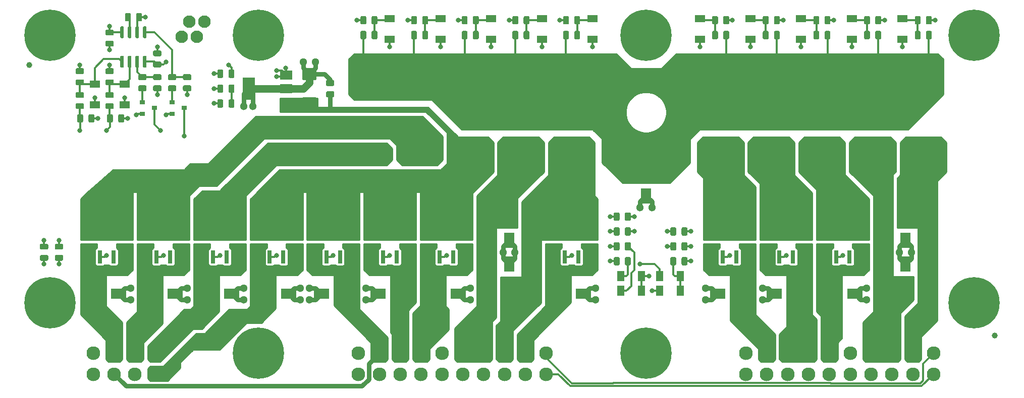
<source format=gbr>
G04 #@! TF.GenerationSoftware,KiCad,Pcbnew,(5.1.5-0-10_14)*
G04 #@! TF.CreationDate,2020-04-25T01:09:03+02:00*
G04 #@! TF.ProjectId,PowerUnit,506f7765-7255-46e6-9974-2e6b69636164,B*
G04 #@! TF.SameCoordinates,Original*
G04 #@! TF.FileFunction,Copper,L1,Top*
G04 #@! TF.FilePolarity,Positive*
%FSLAX46Y46*%
G04 Gerber Fmt 4.6, Leading zero omitted, Abs format (unit mm)*
G04 Created by KiCad (PCBNEW (5.1.5-0-10_14)) date 2020-04-25 01:09:03*
%MOMM*%
%LPD*%
G04 APERTURE LIST*
%ADD10C,0.100000*%
%ADD11R,5.800000X6.400000*%
%ADD12R,0.800000X2.200000*%
%ADD13R,0.900000X0.800000*%
%ADD14C,2.100000*%
%ADD15R,1.300000X1.700000*%
%ADD16R,2.500000X1.800000*%
%ADD17C,0.900000*%
%ADD18C,8.600000*%
%ADD19C,1.000000*%
%ADD20R,1.800000X2.500000*%
%ADD21C,2.700000*%
%ADD22R,1.700000X1.300000*%
%ADD23C,2.300000*%
%ADD24R,2.000000X1.500000*%
%ADD25R,2.000000X3.800000*%
%ADD26C,1.300000*%
%ADD27C,0.800000*%
%ADD28C,0.800000*%
%ADD29C,0.300000*%
%ADD30C,1.300000*%
%ADD31C,0.254000*%
G04 APERTURE END LIST*
G04 #@! TA.AperFunction,SMDPad,CuDef*
D10*
G36*
X159830142Y-124801174D02*
G01*
X159853803Y-124804684D01*
X159877007Y-124810496D01*
X159899529Y-124818554D01*
X159921153Y-124828782D01*
X159941670Y-124841079D01*
X159960883Y-124855329D01*
X159978607Y-124871393D01*
X159994671Y-124889117D01*
X160008921Y-124908330D01*
X160021218Y-124928847D01*
X160031446Y-124950471D01*
X160039504Y-124972993D01*
X160045316Y-124996197D01*
X160048826Y-125019858D01*
X160050000Y-125043750D01*
X160050000Y-125956250D01*
X160048826Y-125980142D01*
X160045316Y-126003803D01*
X160039504Y-126027007D01*
X160031446Y-126049529D01*
X160021218Y-126071153D01*
X160008921Y-126091670D01*
X159994671Y-126110883D01*
X159978607Y-126128607D01*
X159960883Y-126144671D01*
X159941670Y-126158921D01*
X159921153Y-126171218D01*
X159899529Y-126181446D01*
X159877007Y-126189504D01*
X159853803Y-126195316D01*
X159830142Y-126198826D01*
X159806250Y-126200000D01*
X159318750Y-126200000D01*
X159294858Y-126198826D01*
X159271197Y-126195316D01*
X159247993Y-126189504D01*
X159225471Y-126181446D01*
X159203847Y-126171218D01*
X159183330Y-126158921D01*
X159164117Y-126144671D01*
X159146393Y-126128607D01*
X159130329Y-126110883D01*
X159116079Y-126091670D01*
X159103782Y-126071153D01*
X159093554Y-126049529D01*
X159085496Y-126027007D01*
X159079684Y-126003803D01*
X159076174Y-125980142D01*
X159075000Y-125956250D01*
X159075000Y-125043750D01*
X159076174Y-125019858D01*
X159079684Y-124996197D01*
X159085496Y-124972993D01*
X159093554Y-124950471D01*
X159103782Y-124928847D01*
X159116079Y-124908330D01*
X159130329Y-124889117D01*
X159146393Y-124871393D01*
X159164117Y-124855329D01*
X159183330Y-124841079D01*
X159203847Y-124828782D01*
X159225471Y-124818554D01*
X159247993Y-124810496D01*
X159271197Y-124804684D01*
X159294858Y-124801174D01*
X159318750Y-124800000D01*
X159806250Y-124800000D01*
X159830142Y-124801174D01*
G37*
G04 #@! TD.AperFunction*
G04 #@! TA.AperFunction,SMDPad,CuDef*
G36*
X161705142Y-124801174D02*
G01*
X161728803Y-124804684D01*
X161752007Y-124810496D01*
X161774529Y-124818554D01*
X161796153Y-124828782D01*
X161816670Y-124841079D01*
X161835883Y-124855329D01*
X161853607Y-124871393D01*
X161869671Y-124889117D01*
X161883921Y-124908330D01*
X161896218Y-124928847D01*
X161906446Y-124950471D01*
X161914504Y-124972993D01*
X161920316Y-124996197D01*
X161923826Y-125019858D01*
X161925000Y-125043750D01*
X161925000Y-125956250D01*
X161923826Y-125980142D01*
X161920316Y-126003803D01*
X161914504Y-126027007D01*
X161906446Y-126049529D01*
X161896218Y-126071153D01*
X161883921Y-126091670D01*
X161869671Y-126110883D01*
X161853607Y-126128607D01*
X161835883Y-126144671D01*
X161816670Y-126158921D01*
X161796153Y-126171218D01*
X161774529Y-126181446D01*
X161752007Y-126189504D01*
X161728803Y-126195316D01*
X161705142Y-126198826D01*
X161681250Y-126200000D01*
X161193750Y-126200000D01*
X161169858Y-126198826D01*
X161146197Y-126195316D01*
X161122993Y-126189504D01*
X161100471Y-126181446D01*
X161078847Y-126171218D01*
X161058330Y-126158921D01*
X161039117Y-126144671D01*
X161021393Y-126128607D01*
X161005329Y-126110883D01*
X160991079Y-126091670D01*
X160978782Y-126071153D01*
X160968554Y-126049529D01*
X160960496Y-126027007D01*
X160954684Y-126003803D01*
X160951174Y-125980142D01*
X160950000Y-125956250D01*
X160950000Y-125043750D01*
X160951174Y-125019858D01*
X160954684Y-124996197D01*
X160960496Y-124972993D01*
X160968554Y-124950471D01*
X160978782Y-124928847D01*
X160991079Y-124908330D01*
X161005329Y-124889117D01*
X161021393Y-124871393D01*
X161039117Y-124855329D01*
X161058330Y-124841079D01*
X161078847Y-124828782D01*
X161100471Y-124818554D01*
X161122993Y-124810496D01*
X161146197Y-124804684D01*
X161169858Y-124801174D01*
X161193750Y-124800000D01*
X161681250Y-124800000D01*
X161705142Y-124801174D01*
G37*
G04 #@! TD.AperFunction*
D11*
X112000000Y-121000000D03*
D12*
X114280000Y-127300000D03*
X113140000Y-127300000D03*
X110860000Y-127300000D03*
X109720000Y-127300000D03*
D11*
X102500000Y-121000000D03*
D12*
X104780000Y-127300000D03*
X103640000Y-127300000D03*
X101360000Y-127300000D03*
X100220000Y-127300000D03*
D11*
X169000000Y-121000000D03*
D12*
X171280000Y-127300000D03*
X170140000Y-127300000D03*
X167860000Y-127300000D03*
X166720000Y-127300000D03*
D11*
X74000000Y-121000000D03*
D12*
X76280000Y-127300000D03*
X75140000Y-127300000D03*
X72860000Y-127300000D03*
X71720000Y-127300000D03*
D11*
X93000000Y-121000000D03*
D12*
X95280000Y-127300000D03*
X94140000Y-127300000D03*
X91860000Y-127300000D03*
X90720000Y-127300000D03*
D11*
X121500000Y-121000000D03*
D12*
X123780000Y-127300000D03*
X122640000Y-127300000D03*
X120360000Y-127300000D03*
X119220000Y-127300000D03*
D11*
X64500000Y-121000000D03*
D12*
X66780000Y-127300000D03*
X65640000Y-127300000D03*
X63360000Y-127300000D03*
X62220000Y-127300000D03*
D11*
X142500000Y-121000000D03*
D12*
X144780000Y-127300000D03*
X143640000Y-127300000D03*
X141360000Y-127300000D03*
X140220000Y-127300000D03*
D11*
X83500000Y-121000000D03*
D12*
X85780000Y-127300000D03*
X84640000Y-127300000D03*
X82360000Y-127300000D03*
X81220000Y-127300000D03*
D11*
X188000000Y-121000000D03*
D12*
X190280000Y-127300000D03*
X189140000Y-127300000D03*
X186860000Y-127300000D03*
X185720000Y-127300000D03*
D11*
X178500000Y-121000000D03*
D12*
X180780000Y-127300000D03*
X179640000Y-127300000D03*
X177360000Y-127300000D03*
X176220000Y-127300000D03*
G04 #@! TA.AperFunction,SMDPad,CuDef*
D10*
G36*
X152205142Y-127301174D02*
G01*
X152228803Y-127304684D01*
X152252007Y-127310496D01*
X152274529Y-127318554D01*
X152296153Y-127328782D01*
X152316670Y-127341079D01*
X152335883Y-127355329D01*
X152353607Y-127371393D01*
X152369671Y-127389117D01*
X152383921Y-127408330D01*
X152396218Y-127428847D01*
X152406446Y-127450471D01*
X152414504Y-127472993D01*
X152420316Y-127496197D01*
X152423826Y-127519858D01*
X152425000Y-127543750D01*
X152425000Y-128456250D01*
X152423826Y-128480142D01*
X152420316Y-128503803D01*
X152414504Y-128527007D01*
X152406446Y-128549529D01*
X152396218Y-128571153D01*
X152383921Y-128591670D01*
X152369671Y-128610883D01*
X152353607Y-128628607D01*
X152335883Y-128644671D01*
X152316670Y-128658921D01*
X152296153Y-128671218D01*
X152274529Y-128681446D01*
X152252007Y-128689504D01*
X152228803Y-128695316D01*
X152205142Y-128698826D01*
X152181250Y-128700000D01*
X151693750Y-128700000D01*
X151669858Y-128698826D01*
X151646197Y-128695316D01*
X151622993Y-128689504D01*
X151600471Y-128681446D01*
X151578847Y-128671218D01*
X151558330Y-128658921D01*
X151539117Y-128644671D01*
X151521393Y-128628607D01*
X151505329Y-128610883D01*
X151491079Y-128591670D01*
X151478782Y-128571153D01*
X151468554Y-128549529D01*
X151460496Y-128527007D01*
X151454684Y-128503803D01*
X151451174Y-128480142D01*
X151450000Y-128456250D01*
X151450000Y-127543750D01*
X151451174Y-127519858D01*
X151454684Y-127496197D01*
X151460496Y-127472993D01*
X151468554Y-127450471D01*
X151478782Y-127428847D01*
X151491079Y-127408330D01*
X151505329Y-127389117D01*
X151521393Y-127371393D01*
X151539117Y-127355329D01*
X151558330Y-127341079D01*
X151578847Y-127328782D01*
X151600471Y-127318554D01*
X151622993Y-127310496D01*
X151646197Y-127304684D01*
X151669858Y-127301174D01*
X151693750Y-127300000D01*
X152181250Y-127300000D01*
X152205142Y-127301174D01*
G37*
G04 #@! TD.AperFunction*
G04 #@! TA.AperFunction,SMDPad,CuDef*
G36*
X150330142Y-127301174D02*
G01*
X150353803Y-127304684D01*
X150377007Y-127310496D01*
X150399529Y-127318554D01*
X150421153Y-127328782D01*
X150441670Y-127341079D01*
X150460883Y-127355329D01*
X150478607Y-127371393D01*
X150494671Y-127389117D01*
X150508921Y-127408330D01*
X150521218Y-127428847D01*
X150531446Y-127450471D01*
X150539504Y-127472993D01*
X150545316Y-127496197D01*
X150548826Y-127519858D01*
X150550000Y-127543750D01*
X150550000Y-128456250D01*
X150548826Y-128480142D01*
X150545316Y-128503803D01*
X150539504Y-128527007D01*
X150531446Y-128549529D01*
X150521218Y-128571153D01*
X150508921Y-128591670D01*
X150494671Y-128610883D01*
X150478607Y-128628607D01*
X150460883Y-128644671D01*
X150441670Y-128658921D01*
X150421153Y-128671218D01*
X150399529Y-128681446D01*
X150377007Y-128689504D01*
X150353803Y-128695316D01*
X150330142Y-128698826D01*
X150306250Y-128700000D01*
X149818750Y-128700000D01*
X149794858Y-128698826D01*
X149771197Y-128695316D01*
X149747993Y-128689504D01*
X149725471Y-128681446D01*
X149703847Y-128671218D01*
X149683330Y-128658921D01*
X149664117Y-128644671D01*
X149646393Y-128628607D01*
X149630329Y-128610883D01*
X149616079Y-128591670D01*
X149603782Y-128571153D01*
X149593554Y-128549529D01*
X149585496Y-128527007D01*
X149579684Y-128503803D01*
X149576174Y-128480142D01*
X149575000Y-128456250D01*
X149575000Y-127543750D01*
X149576174Y-127519858D01*
X149579684Y-127496197D01*
X149585496Y-127472993D01*
X149593554Y-127450471D01*
X149603782Y-127428847D01*
X149616079Y-127408330D01*
X149630329Y-127389117D01*
X149646393Y-127371393D01*
X149664117Y-127355329D01*
X149683330Y-127341079D01*
X149703847Y-127328782D01*
X149725471Y-127318554D01*
X149747993Y-127310496D01*
X149771197Y-127304684D01*
X149794858Y-127301174D01*
X149818750Y-127300000D01*
X150306250Y-127300000D01*
X150330142Y-127301174D01*
G37*
G04 #@! TD.AperFunction*
G04 #@! TA.AperFunction,SMDPad,CuDef*
G36*
X152205142Y-122301174D02*
G01*
X152228803Y-122304684D01*
X152252007Y-122310496D01*
X152274529Y-122318554D01*
X152296153Y-122328782D01*
X152316670Y-122341079D01*
X152335883Y-122355329D01*
X152353607Y-122371393D01*
X152369671Y-122389117D01*
X152383921Y-122408330D01*
X152396218Y-122428847D01*
X152406446Y-122450471D01*
X152414504Y-122472993D01*
X152420316Y-122496197D01*
X152423826Y-122519858D01*
X152425000Y-122543750D01*
X152425000Y-123456250D01*
X152423826Y-123480142D01*
X152420316Y-123503803D01*
X152414504Y-123527007D01*
X152406446Y-123549529D01*
X152396218Y-123571153D01*
X152383921Y-123591670D01*
X152369671Y-123610883D01*
X152353607Y-123628607D01*
X152335883Y-123644671D01*
X152316670Y-123658921D01*
X152296153Y-123671218D01*
X152274529Y-123681446D01*
X152252007Y-123689504D01*
X152228803Y-123695316D01*
X152205142Y-123698826D01*
X152181250Y-123700000D01*
X151693750Y-123700000D01*
X151669858Y-123698826D01*
X151646197Y-123695316D01*
X151622993Y-123689504D01*
X151600471Y-123681446D01*
X151578847Y-123671218D01*
X151558330Y-123658921D01*
X151539117Y-123644671D01*
X151521393Y-123628607D01*
X151505329Y-123610883D01*
X151491079Y-123591670D01*
X151478782Y-123571153D01*
X151468554Y-123549529D01*
X151460496Y-123527007D01*
X151454684Y-123503803D01*
X151451174Y-123480142D01*
X151450000Y-123456250D01*
X151450000Y-122543750D01*
X151451174Y-122519858D01*
X151454684Y-122496197D01*
X151460496Y-122472993D01*
X151468554Y-122450471D01*
X151478782Y-122428847D01*
X151491079Y-122408330D01*
X151505329Y-122389117D01*
X151521393Y-122371393D01*
X151539117Y-122355329D01*
X151558330Y-122341079D01*
X151578847Y-122328782D01*
X151600471Y-122318554D01*
X151622993Y-122310496D01*
X151646197Y-122304684D01*
X151669858Y-122301174D01*
X151693750Y-122300000D01*
X152181250Y-122300000D01*
X152205142Y-122301174D01*
G37*
G04 #@! TD.AperFunction*
G04 #@! TA.AperFunction,SMDPad,CuDef*
G36*
X150330142Y-122301174D02*
G01*
X150353803Y-122304684D01*
X150377007Y-122310496D01*
X150399529Y-122318554D01*
X150421153Y-122328782D01*
X150441670Y-122341079D01*
X150460883Y-122355329D01*
X150478607Y-122371393D01*
X150494671Y-122389117D01*
X150508921Y-122408330D01*
X150521218Y-122428847D01*
X150531446Y-122450471D01*
X150539504Y-122472993D01*
X150545316Y-122496197D01*
X150548826Y-122519858D01*
X150550000Y-122543750D01*
X150550000Y-123456250D01*
X150548826Y-123480142D01*
X150545316Y-123503803D01*
X150539504Y-123527007D01*
X150531446Y-123549529D01*
X150521218Y-123571153D01*
X150508921Y-123591670D01*
X150494671Y-123610883D01*
X150478607Y-123628607D01*
X150460883Y-123644671D01*
X150441670Y-123658921D01*
X150421153Y-123671218D01*
X150399529Y-123681446D01*
X150377007Y-123689504D01*
X150353803Y-123695316D01*
X150330142Y-123698826D01*
X150306250Y-123700000D01*
X149818750Y-123700000D01*
X149794858Y-123698826D01*
X149771197Y-123695316D01*
X149747993Y-123689504D01*
X149725471Y-123681446D01*
X149703847Y-123671218D01*
X149683330Y-123658921D01*
X149664117Y-123644671D01*
X149646393Y-123628607D01*
X149630329Y-123610883D01*
X149616079Y-123591670D01*
X149603782Y-123571153D01*
X149593554Y-123549529D01*
X149585496Y-123527007D01*
X149579684Y-123503803D01*
X149576174Y-123480142D01*
X149575000Y-123456250D01*
X149575000Y-122543750D01*
X149576174Y-122519858D01*
X149579684Y-122496197D01*
X149585496Y-122472993D01*
X149593554Y-122450471D01*
X149603782Y-122428847D01*
X149616079Y-122408330D01*
X149630329Y-122389117D01*
X149646393Y-122371393D01*
X149664117Y-122355329D01*
X149683330Y-122341079D01*
X149703847Y-122328782D01*
X149725471Y-122318554D01*
X149747993Y-122310496D01*
X149771197Y-122304684D01*
X149794858Y-122301174D01*
X149818750Y-122300000D01*
X150306250Y-122300000D01*
X150330142Y-122301174D01*
G37*
G04 #@! TD.AperFunction*
G04 #@! TA.AperFunction,SMDPad,CuDef*
G36*
X54480142Y-126951174D02*
G01*
X54503803Y-126954684D01*
X54527007Y-126960496D01*
X54549529Y-126968554D01*
X54571153Y-126978782D01*
X54591670Y-126991079D01*
X54610883Y-127005329D01*
X54628607Y-127021393D01*
X54644671Y-127039117D01*
X54658921Y-127058330D01*
X54671218Y-127078847D01*
X54681446Y-127100471D01*
X54689504Y-127122993D01*
X54695316Y-127146197D01*
X54698826Y-127169858D01*
X54700000Y-127193750D01*
X54700000Y-127681250D01*
X54698826Y-127705142D01*
X54695316Y-127728803D01*
X54689504Y-127752007D01*
X54681446Y-127774529D01*
X54671218Y-127796153D01*
X54658921Y-127816670D01*
X54644671Y-127835883D01*
X54628607Y-127853607D01*
X54610883Y-127869671D01*
X54591670Y-127883921D01*
X54571153Y-127896218D01*
X54549529Y-127906446D01*
X54527007Y-127914504D01*
X54503803Y-127920316D01*
X54480142Y-127923826D01*
X54456250Y-127925000D01*
X53543750Y-127925000D01*
X53519858Y-127923826D01*
X53496197Y-127920316D01*
X53472993Y-127914504D01*
X53450471Y-127906446D01*
X53428847Y-127896218D01*
X53408330Y-127883921D01*
X53389117Y-127869671D01*
X53371393Y-127853607D01*
X53355329Y-127835883D01*
X53341079Y-127816670D01*
X53328782Y-127796153D01*
X53318554Y-127774529D01*
X53310496Y-127752007D01*
X53304684Y-127728803D01*
X53301174Y-127705142D01*
X53300000Y-127681250D01*
X53300000Y-127193750D01*
X53301174Y-127169858D01*
X53304684Y-127146197D01*
X53310496Y-127122993D01*
X53318554Y-127100471D01*
X53328782Y-127078847D01*
X53341079Y-127058330D01*
X53355329Y-127039117D01*
X53371393Y-127021393D01*
X53389117Y-127005329D01*
X53408330Y-126991079D01*
X53428847Y-126978782D01*
X53450471Y-126968554D01*
X53472993Y-126960496D01*
X53496197Y-126954684D01*
X53519858Y-126951174D01*
X53543750Y-126950000D01*
X54456250Y-126950000D01*
X54480142Y-126951174D01*
G37*
G04 #@! TD.AperFunction*
G04 #@! TA.AperFunction,SMDPad,CuDef*
G36*
X54480142Y-125076174D02*
G01*
X54503803Y-125079684D01*
X54527007Y-125085496D01*
X54549529Y-125093554D01*
X54571153Y-125103782D01*
X54591670Y-125116079D01*
X54610883Y-125130329D01*
X54628607Y-125146393D01*
X54644671Y-125164117D01*
X54658921Y-125183330D01*
X54671218Y-125203847D01*
X54681446Y-125225471D01*
X54689504Y-125247993D01*
X54695316Y-125271197D01*
X54698826Y-125294858D01*
X54700000Y-125318750D01*
X54700000Y-125806250D01*
X54698826Y-125830142D01*
X54695316Y-125853803D01*
X54689504Y-125877007D01*
X54681446Y-125899529D01*
X54671218Y-125921153D01*
X54658921Y-125941670D01*
X54644671Y-125960883D01*
X54628607Y-125978607D01*
X54610883Y-125994671D01*
X54591670Y-126008921D01*
X54571153Y-126021218D01*
X54549529Y-126031446D01*
X54527007Y-126039504D01*
X54503803Y-126045316D01*
X54480142Y-126048826D01*
X54456250Y-126050000D01*
X53543750Y-126050000D01*
X53519858Y-126048826D01*
X53496197Y-126045316D01*
X53472993Y-126039504D01*
X53450471Y-126031446D01*
X53428847Y-126021218D01*
X53408330Y-126008921D01*
X53389117Y-125994671D01*
X53371393Y-125978607D01*
X53355329Y-125960883D01*
X53341079Y-125941670D01*
X53328782Y-125921153D01*
X53318554Y-125899529D01*
X53310496Y-125877007D01*
X53304684Y-125853803D01*
X53301174Y-125830142D01*
X53300000Y-125806250D01*
X53300000Y-125318750D01*
X53301174Y-125294858D01*
X53304684Y-125271197D01*
X53310496Y-125247993D01*
X53318554Y-125225471D01*
X53328782Y-125203847D01*
X53341079Y-125183330D01*
X53355329Y-125164117D01*
X53371393Y-125146393D01*
X53389117Y-125130329D01*
X53408330Y-125116079D01*
X53428847Y-125103782D01*
X53450471Y-125093554D01*
X53472993Y-125085496D01*
X53496197Y-125079684D01*
X53519858Y-125076174D01*
X53543750Y-125075000D01*
X54456250Y-125075000D01*
X54480142Y-125076174D01*
G37*
G04 #@! TD.AperFunction*
G04 #@! TA.AperFunction,SMDPad,CuDef*
G36*
X159830142Y-122301174D02*
G01*
X159853803Y-122304684D01*
X159877007Y-122310496D01*
X159899529Y-122318554D01*
X159921153Y-122328782D01*
X159941670Y-122341079D01*
X159960883Y-122355329D01*
X159978607Y-122371393D01*
X159994671Y-122389117D01*
X160008921Y-122408330D01*
X160021218Y-122428847D01*
X160031446Y-122450471D01*
X160039504Y-122472993D01*
X160045316Y-122496197D01*
X160048826Y-122519858D01*
X160050000Y-122543750D01*
X160050000Y-123456250D01*
X160048826Y-123480142D01*
X160045316Y-123503803D01*
X160039504Y-123527007D01*
X160031446Y-123549529D01*
X160021218Y-123571153D01*
X160008921Y-123591670D01*
X159994671Y-123610883D01*
X159978607Y-123628607D01*
X159960883Y-123644671D01*
X159941670Y-123658921D01*
X159921153Y-123671218D01*
X159899529Y-123681446D01*
X159877007Y-123689504D01*
X159853803Y-123695316D01*
X159830142Y-123698826D01*
X159806250Y-123700000D01*
X159318750Y-123700000D01*
X159294858Y-123698826D01*
X159271197Y-123695316D01*
X159247993Y-123689504D01*
X159225471Y-123681446D01*
X159203847Y-123671218D01*
X159183330Y-123658921D01*
X159164117Y-123644671D01*
X159146393Y-123628607D01*
X159130329Y-123610883D01*
X159116079Y-123591670D01*
X159103782Y-123571153D01*
X159093554Y-123549529D01*
X159085496Y-123527007D01*
X159079684Y-123503803D01*
X159076174Y-123480142D01*
X159075000Y-123456250D01*
X159075000Y-122543750D01*
X159076174Y-122519858D01*
X159079684Y-122496197D01*
X159085496Y-122472993D01*
X159093554Y-122450471D01*
X159103782Y-122428847D01*
X159116079Y-122408330D01*
X159130329Y-122389117D01*
X159146393Y-122371393D01*
X159164117Y-122355329D01*
X159183330Y-122341079D01*
X159203847Y-122328782D01*
X159225471Y-122318554D01*
X159247993Y-122310496D01*
X159271197Y-122304684D01*
X159294858Y-122301174D01*
X159318750Y-122300000D01*
X159806250Y-122300000D01*
X159830142Y-122301174D01*
G37*
G04 #@! TD.AperFunction*
G04 #@! TA.AperFunction,SMDPad,CuDef*
G36*
X161705142Y-122301174D02*
G01*
X161728803Y-122304684D01*
X161752007Y-122310496D01*
X161774529Y-122318554D01*
X161796153Y-122328782D01*
X161816670Y-122341079D01*
X161835883Y-122355329D01*
X161853607Y-122371393D01*
X161869671Y-122389117D01*
X161883921Y-122408330D01*
X161896218Y-122428847D01*
X161906446Y-122450471D01*
X161914504Y-122472993D01*
X161920316Y-122496197D01*
X161923826Y-122519858D01*
X161925000Y-122543750D01*
X161925000Y-123456250D01*
X161923826Y-123480142D01*
X161920316Y-123503803D01*
X161914504Y-123527007D01*
X161906446Y-123549529D01*
X161896218Y-123571153D01*
X161883921Y-123591670D01*
X161869671Y-123610883D01*
X161853607Y-123628607D01*
X161835883Y-123644671D01*
X161816670Y-123658921D01*
X161796153Y-123671218D01*
X161774529Y-123681446D01*
X161752007Y-123689504D01*
X161728803Y-123695316D01*
X161705142Y-123698826D01*
X161681250Y-123700000D01*
X161193750Y-123700000D01*
X161169858Y-123698826D01*
X161146197Y-123695316D01*
X161122993Y-123689504D01*
X161100471Y-123681446D01*
X161078847Y-123671218D01*
X161058330Y-123658921D01*
X161039117Y-123644671D01*
X161021393Y-123628607D01*
X161005329Y-123610883D01*
X160991079Y-123591670D01*
X160978782Y-123571153D01*
X160968554Y-123549529D01*
X160960496Y-123527007D01*
X160954684Y-123503803D01*
X160951174Y-123480142D01*
X160950000Y-123456250D01*
X160950000Y-122543750D01*
X160951174Y-122519858D01*
X160954684Y-122496197D01*
X160960496Y-122472993D01*
X160968554Y-122450471D01*
X160978782Y-122428847D01*
X160991079Y-122408330D01*
X161005329Y-122389117D01*
X161021393Y-122371393D01*
X161039117Y-122355329D01*
X161058330Y-122341079D01*
X161078847Y-122328782D01*
X161100471Y-122318554D01*
X161122993Y-122310496D01*
X161146197Y-122304684D01*
X161169858Y-122301174D01*
X161193750Y-122300000D01*
X161681250Y-122300000D01*
X161705142Y-122301174D01*
G37*
G04 #@! TD.AperFunction*
G04 #@! TA.AperFunction,SMDPad,CuDef*
G36*
X70980142Y-96576174D02*
G01*
X71003803Y-96579684D01*
X71027007Y-96585496D01*
X71049529Y-96593554D01*
X71071153Y-96603782D01*
X71091670Y-96616079D01*
X71110883Y-96630329D01*
X71128607Y-96646393D01*
X71144671Y-96664117D01*
X71158921Y-96683330D01*
X71171218Y-96703847D01*
X71181446Y-96725471D01*
X71189504Y-96747993D01*
X71195316Y-96771197D01*
X71198826Y-96794858D01*
X71200000Y-96818750D01*
X71200000Y-97306250D01*
X71198826Y-97330142D01*
X71195316Y-97353803D01*
X71189504Y-97377007D01*
X71181446Y-97399529D01*
X71171218Y-97421153D01*
X71158921Y-97441670D01*
X71144671Y-97460883D01*
X71128607Y-97478607D01*
X71110883Y-97494671D01*
X71091670Y-97508921D01*
X71071153Y-97521218D01*
X71049529Y-97531446D01*
X71027007Y-97539504D01*
X71003803Y-97545316D01*
X70980142Y-97548826D01*
X70956250Y-97550000D01*
X70043750Y-97550000D01*
X70019858Y-97548826D01*
X69996197Y-97545316D01*
X69972993Y-97539504D01*
X69950471Y-97531446D01*
X69928847Y-97521218D01*
X69908330Y-97508921D01*
X69889117Y-97494671D01*
X69871393Y-97478607D01*
X69855329Y-97460883D01*
X69841079Y-97441670D01*
X69828782Y-97421153D01*
X69818554Y-97399529D01*
X69810496Y-97377007D01*
X69804684Y-97353803D01*
X69801174Y-97330142D01*
X69800000Y-97306250D01*
X69800000Y-96818750D01*
X69801174Y-96794858D01*
X69804684Y-96771197D01*
X69810496Y-96747993D01*
X69818554Y-96725471D01*
X69828782Y-96703847D01*
X69841079Y-96683330D01*
X69855329Y-96664117D01*
X69871393Y-96646393D01*
X69889117Y-96630329D01*
X69908330Y-96616079D01*
X69928847Y-96603782D01*
X69950471Y-96593554D01*
X69972993Y-96585496D01*
X69996197Y-96579684D01*
X70019858Y-96576174D01*
X70043750Y-96575000D01*
X70956250Y-96575000D01*
X70980142Y-96576174D01*
G37*
G04 #@! TD.AperFunction*
G04 #@! TA.AperFunction,SMDPad,CuDef*
G36*
X70980142Y-98451174D02*
G01*
X71003803Y-98454684D01*
X71027007Y-98460496D01*
X71049529Y-98468554D01*
X71071153Y-98478782D01*
X71091670Y-98491079D01*
X71110883Y-98505329D01*
X71128607Y-98521393D01*
X71144671Y-98539117D01*
X71158921Y-98558330D01*
X71171218Y-98578847D01*
X71181446Y-98600471D01*
X71189504Y-98622993D01*
X71195316Y-98646197D01*
X71198826Y-98669858D01*
X71200000Y-98693750D01*
X71200000Y-99181250D01*
X71198826Y-99205142D01*
X71195316Y-99228803D01*
X71189504Y-99252007D01*
X71181446Y-99274529D01*
X71171218Y-99296153D01*
X71158921Y-99316670D01*
X71144671Y-99335883D01*
X71128607Y-99353607D01*
X71110883Y-99369671D01*
X71091670Y-99383921D01*
X71071153Y-99396218D01*
X71049529Y-99406446D01*
X71027007Y-99414504D01*
X71003803Y-99420316D01*
X70980142Y-99423826D01*
X70956250Y-99425000D01*
X70043750Y-99425000D01*
X70019858Y-99423826D01*
X69996197Y-99420316D01*
X69972993Y-99414504D01*
X69950471Y-99406446D01*
X69928847Y-99396218D01*
X69908330Y-99383921D01*
X69889117Y-99369671D01*
X69871393Y-99353607D01*
X69855329Y-99335883D01*
X69841079Y-99316670D01*
X69828782Y-99296153D01*
X69818554Y-99274529D01*
X69810496Y-99252007D01*
X69804684Y-99228803D01*
X69801174Y-99205142D01*
X69800000Y-99181250D01*
X69800000Y-98693750D01*
X69801174Y-98669858D01*
X69804684Y-98646197D01*
X69810496Y-98622993D01*
X69818554Y-98600471D01*
X69828782Y-98578847D01*
X69841079Y-98558330D01*
X69855329Y-98539117D01*
X69871393Y-98521393D01*
X69889117Y-98505329D01*
X69908330Y-98491079D01*
X69928847Y-98478782D01*
X69950471Y-98468554D01*
X69972993Y-98460496D01*
X69996197Y-98454684D01*
X70019858Y-98451174D01*
X70043750Y-98450000D01*
X70956250Y-98450000D01*
X70980142Y-98451174D01*
G37*
G04 #@! TD.AperFunction*
G04 #@! TA.AperFunction,SMDPad,CuDef*
G36*
X159830142Y-127301174D02*
G01*
X159853803Y-127304684D01*
X159877007Y-127310496D01*
X159899529Y-127318554D01*
X159921153Y-127328782D01*
X159941670Y-127341079D01*
X159960883Y-127355329D01*
X159978607Y-127371393D01*
X159994671Y-127389117D01*
X160008921Y-127408330D01*
X160021218Y-127428847D01*
X160031446Y-127450471D01*
X160039504Y-127472993D01*
X160045316Y-127496197D01*
X160048826Y-127519858D01*
X160050000Y-127543750D01*
X160050000Y-128456250D01*
X160048826Y-128480142D01*
X160045316Y-128503803D01*
X160039504Y-128527007D01*
X160031446Y-128549529D01*
X160021218Y-128571153D01*
X160008921Y-128591670D01*
X159994671Y-128610883D01*
X159978607Y-128628607D01*
X159960883Y-128644671D01*
X159941670Y-128658921D01*
X159921153Y-128671218D01*
X159899529Y-128681446D01*
X159877007Y-128689504D01*
X159853803Y-128695316D01*
X159830142Y-128698826D01*
X159806250Y-128700000D01*
X159318750Y-128700000D01*
X159294858Y-128698826D01*
X159271197Y-128695316D01*
X159247993Y-128689504D01*
X159225471Y-128681446D01*
X159203847Y-128671218D01*
X159183330Y-128658921D01*
X159164117Y-128644671D01*
X159146393Y-128628607D01*
X159130329Y-128610883D01*
X159116079Y-128591670D01*
X159103782Y-128571153D01*
X159093554Y-128549529D01*
X159085496Y-128527007D01*
X159079684Y-128503803D01*
X159076174Y-128480142D01*
X159075000Y-128456250D01*
X159075000Y-127543750D01*
X159076174Y-127519858D01*
X159079684Y-127496197D01*
X159085496Y-127472993D01*
X159093554Y-127450471D01*
X159103782Y-127428847D01*
X159116079Y-127408330D01*
X159130329Y-127389117D01*
X159146393Y-127371393D01*
X159164117Y-127355329D01*
X159183330Y-127341079D01*
X159203847Y-127328782D01*
X159225471Y-127318554D01*
X159247993Y-127310496D01*
X159271197Y-127304684D01*
X159294858Y-127301174D01*
X159318750Y-127300000D01*
X159806250Y-127300000D01*
X159830142Y-127301174D01*
G37*
G04 #@! TD.AperFunction*
G04 #@! TA.AperFunction,SMDPad,CuDef*
G36*
X161705142Y-127301174D02*
G01*
X161728803Y-127304684D01*
X161752007Y-127310496D01*
X161774529Y-127318554D01*
X161796153Y-127328782D01*
X161816670Y-127341079D01*
X161835883Y-127355329D01*
X161853607Y-127371393D01*
X161869671Y-127389117D01*
X161883921Y-127408330D01*
X161896218Y-127428847D01*
X161906446Y-127450471D01*
X161914504Y-127472993D01*
X161920316Y-127496197D01*
X161923826Y-127519858D01*
X161925000Y-127543750D01*
X161925000Y-128456250D01*
X161923826Y-128480142D01*
X161920316Y-128503803D01*
X161914504Y-128527007D01*
X161906446Y-128549529D01*
X161896218Y-128571153D01*
X161883921Y-128591670D01*
X161869671Y-128610883D01*
X161853607Y-128628607D01*
X161835883Y-128644671D01*
X161816670Y-128658921D01*
X161796153Y-128671218D01*
X161774529Y-128681446D01*
X161752007Y-128689504D01*
X161728803Y-128695316D01*
X161705142Y-128698826D01*
X161681250Y-128700000D01*
X161193750Y-128700000D01*
X161169858Y-128698826D01*
X161146197Y-128695316D01*
X161122993Y-128689504D01*
X161100471Y-128681446D01*
X161078847Y-128671218D01*
X161058330Y-128658921D01*
X161039117Y-128644671D01*
X161021393Y-128628607D01*
X161005329Y-128610883D01*
X160991079Y-128591670D01*
X160978782Y-128571153D01*
X160968554Y-128549529D01*
X160960496Y-128527007D01*
X160954684Y-128503803D01*
X160951174Y-128480142D01*
X160950000Y-128456250D01*
X160950000Y-127543750D01*
X160951174Y-127519858D01*
X160954684Y-127496197D01*
X160960496Y-127472993D01*
X160968554Y-127450471D01*
X160978782Y-127428847D01*
X160991079Y-127408330D01*
X161005329Y-127389117D01*
X161021393Y-127371393D01*
X161039117Y-127355329D01*
X161058330Y-127341079D01*
X161078847Y-127328782D01*
X161100471Y-127318554D01*
X161122993Y-127310496D01*
X161146197Y-127304684D01*
X161169858Y-127301174D01*
X161193750Y-127300000D01*
X161681250Y-127300000D01*
X161705142Y-127301174D01*
G37*
G04 #@! TD.AperFunction*
G04 #@! TA.AperFunction,SMDPad,CuDef*
G36*
X73480142Y-96576174D02*
G01*
X73503803Y-96579684D01*
X73527007Y-96585496D01*
X73549529Y-96593554D01*
X73571153Y-96603782D01*
X73591670Y-96616079D01*
X73610883Y-96630329D01*
X73628607Y-96646393D01*
X73644671Y-96664117D01*
X73658921Y-96683330D01*
X73671218Y-96703847D01*
X73681446Y-96725471D01*
X73689504Y-96747993D01*
X73695316Y-96771197D01*
X73698826Y-96794858D01*
X73700000Y-96818750D01*
X73700000Y-97306250D01*
X73698826Y-97330142D01*
X73695316Y-97353803D01*
X73689504Y-97377007D01*
X73681446Y-97399529D01*
X73671218Y-97421153D01*
X73658921Y-97441670D01*
X73644671Y-97460883D01*
X73628607Y-97478607D01*
X73610883Y-97494671D01*
X73591670Y-97508921D01*
X73571153Y-97521218D01*
X73549529Y-97531446D01*
X73527007Y-97539504D01*
X73503803Y-97545316D01*
X73480142Y-97548826D01*
X73456250Y-97550000D01*
X72543750Y-97550000D01*
X72519858Y-97548826D01*
X72496197Y-97545316D01*
X72472993Y-97539504D01*
X72450471Y-97531446D01*
X72428847Y-97521218D01*
X72408330Y-97508921D01*
X72389117Y-97494671D01*
X72371393Y-97478607D01*
X72355329Y-97460883D01*
X72341079Y-97441670D01*
X72328782Y-97421153D01*
X72318554Y-97399529D01*
X72310496Y-97377007D01*
X72304684Y-97353803D01*
X72301174Y-97330142D01*
X72300000Y-97306250D01*
X72300000Y-96818750D01*
X72301174Y-96794858D01*
X72304684Y-96771197D01*
X72310496Y-96747993D01*
X72318554Y-96725471D01*
X72328782Y-96703847D01*
X72341079Y-96683330D01*
X72355329Y-96664117D01*
X72371393Y-96646393D01*
X72389117Y-96630329D01*
X72408330Y-96616079D01*
X72428847Y-96603782D01*
X72450471Y-96593554D01*
X72472993Y-96585496D01*
X72496197Y-96579684D01*
X72519858Y-96576174D01*
X72543750Y-96575000D01*
X73456250Y-96575000D01*
X73480142Y-96576174D01*
G37*
G04 #@! TD.AperFunction*
G04 #@! TA.AperFunction,SMDPad,CuDef*
G36*
X73480142Y-98451174D02*
G01*
X73503803Y-98454684D01*
X73527007Y-98460496D01*
X73549529Y-98468554D01*
X73571153Y-98478782D01*
X73591670Y-98491079D01*
X73610883Y-98505329D01*
X73628607Y-98521393D01*
X73644671Y-98539117D01*
X73658921Y-98558330D01*
X73671218Y-98578847D01*
X73681446Y-98600471D01*
X73689504Y-98622993D01*
X73695316Y-98646197D01*
X73698826Y-98669858D01*
X73700000Y-98693750D01*
X73700000Y-99181250D01*
X73698826Y-99205142D01*
X73695316Y-99228803D01*
X73689504Y-99252007D01*
X73681446Y-99274529D01*
X73671218Y-99296153D01*
X73658921Y-99316670D01*
X73644671Y-99335883D01*
X73628607Y-99353607D01*
X73610883Y-99369671D01*
X73591670Y-99383921D01*
X73571153Y-99396218D01*
X73549529Y-99406446D01*
X73527007Y-99414504D01*
X73503803Y-99420316D01*
X73480142Y-99423826D01*
X73456250Y-99425000D01*
X72543750Y-99425000D01*
X72519858Y-99423826D01*
X72496197Y-99420316D01*
X72472993Y-99414504D01*
X72450471Y-99406446D01*
X72428847Y-99396218D01*
X72408330Y-99383921D01*
X72389117Y-99369671D01*
X72371393Y-99353607D01*
X72355329Y-99335883D01*
X72341079Y-99316670D01*
X72328782Y-99296153D01*
X72318554Y-99274529D01*
X72310496Y-99252007D01*
X72304684Y-99228803D01*
X72301174Y-99205142D01*
X72300000Y-99181250D01*
X72300000Y-98693750D01*
X72301174Y-98669858D01*
X72304684Y-98646197D01*
X72310496Y-98622993D01*
X72318554Y-98600471D01*
X72328782Y-98578847D01*
X72341079Y-98558330D01*
X72355329Y-98539117D01*
X72371393Y-98521393D01*
X72389117Y-98505329D01*
X72408330Y-98491079D01*
X72428847Y-98478782D01*
X72450471Y-98468554D01*
X72472993Y-98460496D01*
X72496197Y-98454684D01*
X72519858Y-98451174D01*
X72543750Y-98450000D01*
X73456250Y-98450000D01*
X73480142Y-98451174D01*
G37*
G04 #@! TD.AperFunction*
G04 #@! TA.AperFunction,SMDPad,CuDef*
G36*
X152205142Y-124801174D02*
G01*
X152228803Y-124804684D01*
X152252007Y-124810496D01*
X152274529Y-124818554D01*
X152296153Y-124828782D01*
X152316670Y-124841079D01*
X152335883Y-124855329D01*
X152353607Y-124871393D01*
X152369671Y-124889117D01*
X152383921Y-124908330D01*
X152396218Y-124928847D01*
X152406446Y-124950471D01*
X152414504Y-124972993D01*
X152420316Y-124996197D01*
X152423826Y-125019858D01*
X152425000Y-125043750D01*
X152425000Y-125956250D01*
X152423826Y-125980142D01*
X152420316Y-126003803D01*
X152414504Y-126027007D01*
X152406446Y-126049529D01*
X152396218Y-126071153D01*
X152383921Y-126091670D01*
X152369671Y-126110883D01*
X152353607Y-126128607D01*
X152335883Y-126144671D01*
X152316670Y-126158921D01*
X152296153Y-126171218D01*
X152274529Y-126181446D01*
X152252007Y-126189504D01*
X152228803Y-126195316D01*
X152205142Y-126198826D01*
X152181250Y-126200000D01*
X151693750Y-126200000D01*
X151669858Y-126198826D01*
X151646197Y-126195316D01*
X151622993Y-126189504D01*
X151600471Y-126181446D01*
X151578847Y-126171218D01*
X151558330Y-126158921D01*
X151539117Y-126144671D01*
X151521393Y-126128607D01*
X151505329Y-126110883D01*
X151491079Y-126091670D01*
X151478782Y-126071153D01*
X151468554Y-126049529D01*
X151460496Y-126027007D01*
X151454684Y-126003803D01*
X151451174Y-125980142D01*
X151450000Y-125956250D01*
X151450000Y-125043750D01*
X151451174Y-125019858D01*
X151454684Y-124996197D01*
X151460496Y-124972993D01*
X151468554Y-124950471D01*
X151478782Y-124928847D01*
X151491079Y-124908330D01*
X151505329Y-124889117D01*
X151521393Y-124871393D01*
X151539117Y-124855329D01*
X151558330Y-124841079D01*
X151578847Y-124828782D01*
X151600471Y-124818554D01*
X151622993Y-124810496D01*
X151646197Y-124804684D01*
X151669858Y-124801174D01*
X151693750Y-124800000D01*
X152181250Y-124800000D01*
X152205142Y-124801174D01*
G37*
G04 #@! TD.AperFunction*
G04 #@! TA.AperFunction,SMDPad,CuDef*
G36*
X150330142Y-124801174D02*
G01*
X150353803Y-124804684D01*
X150377007Y-124810496D01*
X150399529Y-124818554D01*
X150421153Y-124828782D01*
X150441670Y-124841079D01*
X150460883Y-124855329D01*
X150478607Y-124871393D01*
X150494671Y-124889117D01*
X150508921Y-124908330D01*
X150521218Y-124928847D01*
X150531446Y-124950471D01*
X150539504Y-124972993D01*
X150545316Y-124996197D01*
X150548826Y-125019858D01*
X150550000Y-125043750D01*
X150550000Y-125956250D01*
X150548826Y-125980142D01*
X150545316Y-126003803D01*
X150539504Y-126027007D01*
X150531446Y-126049529D01*
X150521218Y-126071153D01*
X150508921Y-126091670D01*
X150494671Y-126110883D01*
X150478607Y-126128607D01*
X150460883Y-126144671D01*
X150441670Y-126158921D01*
X150421153Y-126171218D01*
X150399529Y-126181446D01*
X150377007Y-126189504D01*
X150353803Y-126195316D01*
X150330142Y-126198826D01*
X150306250Y-126200000D01*
X149818750Y-126200000D01*
X149794858Y-126198826D01*
X149771197Y-126195316D01*
X149747993Y-126189504D01*
X149725471Y-126181446D01*
X149703847Y-126171218D01*
X149683330Y-126158921D01*
X149664117Y-126144671D01*
X149646393Y-126128607D01*
X149630329Y-126110883D01*
X149616079Y-126091670D01*
X149603782Y-126071153D01*
X149593554Y-126049529D01*
X149585496Y-126027007D01*
X149579684Y-126003803D01*
X149576174Y-125980142D01*
X149575000Y-125956250D01*
X149575000Y-125043750D01*
X149576174Y-125019858D01*
X149579684Y-124996197D01*
X149585496Y-124972993D01*
X149593554Y-124950471D01*
X149603782Y-124928847D01*
X149616079Y-124908330D01*
X149630329Y-124889117D01*
X149646393Y-124871393D01*
X149664117Y-124855329D01*
X149683330Y-124841079D01*
X149703847Y-124828782D01*
X149725471Y-124818554D01*
X149747993Y-124810496D01*
X149771197Y-124804684D01*
X149794858Y-124801174D01*
X149818750Y-124800000D01*
X150306250Y-124800000D01*
X150330142Y-124801174D01*
G37*
G04 #@! TD.AperFunction*
G04 #@! TA.AperFunction,SMDPad,CuDef*
G36*
X56980142Y-126951174D02*
G01*
X57003803Y-126954684D01*
X57027007Y-126960496D01*
X57049529Y-126968554D01*
X57071153Y-126978782D01*
X57091670Y-126991079D01*
X57110883Y-127005329D01*
X57128607Y-127021393D01*
X57144671Y-127039117D01*
X57158921Y-127058330D01*
X57171218Y-127078847D01*
X57181446Y-127100471D01*
X57189504Y-127122993D01*
X57195316Y-127146197D01*
X57198826Y-127169858D01*
X57200000Y-127193750D01*
X57200000Y-127681250D01*
X57198826Y-127705142D01*
X57195316Y-127728803D01*
X57189504Y-127752007D01*
X57181446Y-127774529D01*
X57171218Y-127796153D01*
X57158921Y-127816670D01*
X57144671Y-127835883D01*
X57128607Y-127853607D01*
X57110883Y-127869671D01*
X57091670Y-127883921D01*
X57071153Y-127896218D01*
X57049529Y-127906446D01*
X57027007Y-127914504D01*
X57003803Y-127920316D01*
X56980142Y-127923826D01*
X56956250Y-127925000D01*
X56043750Y-127925000D01*
X56019858Y-127923826D01*
X55996197Y-127920316D01*
X55972993Y-127914504D01*
X55950471Y-127906446D01*
X55928847Y-127896218D01*
X55908330Y-127883921D01*
X55889117Y-127869671D01*
X55871393Y-127853607D01*
X55855329Y-127835883D01*
X55841079Y-127816670D01*
X55828782Y-127796153D01*
X55818554Y-127774529D01*
X55810496Y-127752007D01*
X55804684Y-127728803D01*
X55801174Y-127705142D01*
X55800000Y-127681250D01*
X55800000Y-127193750D01*
X55801174Y-127169858D01*
X55804684Y-127146197D01*
X55810496Y-127122993D01*
X55818554Y-127100471D01*
X55828782Y-127078847D01*
X55841079Y-127058330D01*
X55855329Y-127039117D01*
X55871393Y-127021393D01*
X55889117Y-127005329D01*
X55908330Y-126991079D01*
X55928847Y-126978782D01*
X55950471Y-126968554D01*
X55972993Y-126960496D01*
X55996197Y-126954684D01*
X56019858Y-126951174D01*
X56043750Y-126950000D01*
X56956250Y-126950000D01*
X56980142Y-126951174D01*
G37*
G04 #@! TD.AperFunction*
G04 #@! TA.AperFunction,SMDPad,CuDef*
G36*
X56980142Y-125076174D02*
G01*
X57003803Y-125079684D01*
X57027007Y-125085496D01*
X57049529Y-125093554D01*
X57071153Y-125103782D01*
X57091670Y-125116079D01*
X57110883Y-125130329D01*
X57128607Y-125146393D01*
X57144671Y-125164117D01*
X57158921Y-125183330D01*
X57171218Y-125203847D01*
X57181446Y-125225471D01*
X57189504Y-125247993D01*
X57195316Y-125271197D01*
X57198826Y-125294858D01*
X57200000Y-125318750D01*
X57200000Y-125806250D01*
X57198826Y-125830142D01*
X57195316Y-125853803D01*
X57189504Y-125877007D01*
X57181446Y-125899529D01*
X57171218Y-125921153D01*
X57158921Y-125941670D01*
X57144671Y-125960883D01*
X57128607Y-125978607D01*
X57110883Y-125994671D01*
X57091670Y-126008921D01*
X57071153Y-126021218D01*
X57049529Y-126031446D01*
X57027007Y-126039504D01*
X57003803Y-126045316D01*
X56980142Y-126048826D01*
X56956250Y-126050000D01*
X56043750Y-126050000D01*
X56019858Y-126048826D01*
X55996197Y-126045316D01*
X55972993Y-126039504D01*
X55950471Y-126031446D01*
X55928847Y-126021218D01*
X55908330Y-126008921D01*
X55889117Y-125994671D01*
X55871393Y-125978607D01*
X55855329Y-125960883D01*
X55841079Y-125941670D01*
X55828782Y-125921153D01*
X55818554Y-125899529D01*
X55810496Y-125877007D01*
X55804684Y-125853803D01*
X55801174Y-125830142D01*
X55800000Y-125806250D01*
X55800000Y-125318750D01*
X55801174Y-125294858D01*
X55804684Y-125271197D01*
X55810496Y-125247993D01*
X55818554Y-125225471D01*
X55828782Y-125203847D01*
X55841079Y-125183330D01*
X55855329Y-125164117D01*
X55871393Y-125146393D01*
X55889117Y-125130329D01*
X55908330Y-125116079D01*
X55928847Y-125103782D01*
X55950471Y-125093554D01*
X55972993Y-125085496D01*
X55996197Y-125079684D01*
X56019858Y-125076174D01*
X56043750Y-125075000D01*
X56956250Y-125075000D01*
X56980142Y-125076174D01*
G37*
G04 #@! TD.AperFunction*
G04 #@! TA.AperFunction,SMDPad,CuDef*
G36*
X152205142Y-119801174D02*
G01*
X152228803Y-119804684D01*
X152252007Y-119810496D01*
X152274529Y-119818554D01*
X152296153Y-119828782D01*
X152316670Y-119841079D01*
X152335883Y-119855329D01*
X152353607Y-119871393D01*
X152369671Y-119889117D01*
X152383921Y-119908330D01*
X152396218Y-119928847D01*
X152406446Y-119950471D01*
X152414504Y-119972993D01*
X152420316Y-119996197D01*
X152423826Y-120019858D01*
X152425000Y-120043750D01*
X152425000Y-120956250D01*
X152423826Y-120980142D01*
X152420316Y-121003803D01*
X152414504Y-121027007D01*
X152406446Y-121049529D01*
X152396218Y-121071153D01*
X152383921Y-121091670D01*
X152369671Y-121110883D01*
X152353607Y-121128607D01*
X152335883Y-121144671D01*
X152316670Y-121158921D01*
X152296153Y-121171218D01*
X152274529Y-121181446D01*
X152252007Y-121189504D01*
X152228803Y-121195316D01*
X152205142Y-121198826D01*
X152181250Y-121200000D01*
X151693750Y-121200000D01*
X151669858Y-121198826D01*
X151646197Y-121195316D01*
X151622993Y-121189504D01*
X151600471Y-121181446D01*
X151578847Y-121171218D01*
X151558330Y-121158921D01*
X151539117Y-121144671D01*
X151521393Y-121128607D01*
X151505329Y-121110883D01*
X151491079Y-121091670D01*
X151478782Y-121071153D01*
X151468554Y-121049529D01*
X151460496Y-121027007D01*
X151454684Y-121003803D01*
X151451174Y-120980142D01*
X151450000Y-120956250D01*
X151450000Y-120043750D01*
X151451174Y-120019858D01*
X151454684Y-119996197D01*
X151460496Y-119972993D01*
X151468554Y-119950471D01*
X151478782Y-119928847D01*
X151491079Y-119908330D01*
X151505329Y-119889117D01*
X151521393Y-119871393D01*
X151539117Y-119855329D01*
X151558330Y-119841079D01*
X151578847Y-119828782D01*
X151600471Y-119818554D01*
X151622993Y-119810496D01*
X151646197Y-119804684D01*
X151669858Y-119801174D01*
X151693750Y-119800000D01*
X152181250Y-119800000D01*
X152205142Y-119801174D01*
G37*
G04 #@! TD.AperFunction*
G04 #@! TA.AperFunction,SMDPad,CuDef*
G36*
X150330142Y-119801174D02*
G01*
X150353803Y-119804684D01*
X150377007Y-119810496D01*
X150399529Y-119818554D01*
X150421153Y-119828782D01*
X150441670Y-119841079D01*
X150460883Y-119855329D01*
X150478607Y-119871393D01*
X150494671Y-119889117D01*
X150508921Y-119908330D01*
X150521218Y-119928847D01*
X150531446Y-119950471D01*
X150539504Y-119972993D01*
X150545316Y-119996197D01*
X150548826Y-120019858D01*
X150550000Y-120043750D01*
X150550000Y-120956250D01*
X150548826Y-120980142D01*
X150545316Y-121003803D01*
X150539504Y-121027007D01*
X150531446Y-121049529D01*
X150521218Y-121071153D01*
X150508921Y-121091670D01*
X150494671Y-121110883D01*
X150478607Y-121128607D01*
X150460883Y-121144671D01*
X150441670Y-121158921D01*
X150421153Y-121171218D01*
X150399529Y-121181446D01*
X150377007Y-121189504D01*
X150353803Y-121195316D01*
X150330142Y-121198826D01*
X150306250Y-121200000D01*
X149818750Y-121200000D01*
X149794858Y-121198826D01*
X149771197Y-121195316D01*
X149747993Y-121189504D01*
X149725471Y-121181446D01*
X149703847Y-121171218D01*
X149683330Y-121158921D01*
X149664117Y-121144671D01*
X149646393Y-121128607D01*
X149630329Y-121110883D01*
X149616079Y-121091670D01*
X149603782Y-121071153D01*
X149593554Y-121049529D01*
X149585496Y-121027007D01*
X149579684Y-121003803D01*
X149576174Y-120980142D01*
X149575000Y-120956250D01*
X149575000Y-120043750D01*
X149576174Y-120019858D01*
X149579684Y-119996197D01*
X149585496Y-119972993D01*
X149593554Y-119950471D01*
X149603782Y-119928847D01*
X149616079Y-119908330D01*
X149630329Y-119889117D01*
X149646393Y-119871393D01*
X149664117Y-119855329D01*
X149683330Y-119841079D01*
X149703847Y-119828782D01*
X149725471Y-119818554D01*
X149747993Y-119810496D01*
X149771197Y-119804684D01*
X149794858Y-119801174D01*
X149818750Y-119800000D01*
X150306250Y-119800000D01*
X150330142Y-119801174D01*
G37*
G04 #@! TD.AperFunction*
D13*
X72500000Y-102250000D03*
X70500000Y-103200000D03*
X70500000Y-101300000D03*
D14*
X80905000Y-87730000D03*
X79635000Y-90270000D03*
X78365000Y-87730000D03*
X77095000Y-90270000D03*
D15*
X150750000Y-130500000D03*
X154250000Y-130500000D03*
X150750000Y-133000000D03*
X154250000Y-133000000D03*
D16*
X76000000Y-133500000D03*
X72000000Y-133500000D03*
X123500000Y-133500000D03*
X119500000Y-133500000D03*
X85500000Y-133500000D03*
X81500000Y-133500000D03*
X190000000Y-133500000D03*
X186000000Y-133500000D03*
X110000000Y-133500000D03*
X114000000Y-133500000D03*
X167000000Y-133500000D03*
X171000000Y-133500000D03*
X95000000Y-133500000D03*
X91000000Y-133500000D03*
X66500000Y-133500000D03*
X62500000Y-133500000D03*
X144500000Y-133500000D03*
X140500000Y-133500000D03*
X100500000Y-133500000D03*
X104500000Y-133500000D03*
D17*
X212280419Y-132719581D03*
X210000000Y-131775000D03*
X207719581Y-132719581D03*
X206775000Y-135000000D03*
X207719581Y-137280419D03*
X210000000Y-138225000D03*
X212280419Y-137280419D03*
X213225000Y-135000000D03*
D18*
X210000000Y-135000000D03*
D17*
X212280419Y-87719581D03*
X210000000Y-86775000D03*
X207719581Y-87719581D03*
X206775000Y-90000000D03*
X207719581Y-92280419D03*
X210000000Y-93225000D03*
X212280419Y-92280419D03*
X213225000Y-90000000D03*
D18*
X210000000Y-90000000D03*
D17*
X157280419Y-141219581D03*
X155000000Y-140275000D03*
X152719581Y-141219581D03*
X151775000Y-143500000D03*
X152719581Y-145780419D03*
X155000000Y-146725000D03*
X157280419Y-145780419D03*
X158225000Y-143500000D03*
D18*
X155000000Y-143500000D03*
D17*
X157280419Y-87719581D03*
X155000000Y-86775000D03*
X152719581Y-87719581D03*
X151775000Y-90000000D03*
X152719581Y-92280419D03*
X155000000Y-93225000D03*
X157280419Y-92280419D03*
X158225000Y-90000000D03*
D18*
X155000000Y-90000000D03*
D17*
X92280419Y-141219581D03*
X90000000Y-140275000D03*
X87719581Y-141219581D03*
X86775000Y-143500000D03*
X87719581Y-145780419D03*
X90000000Y-146725000D03*
X92280419Y-145780419D03*
X93225000Y-143500000D03*
D18*
X90000000Y-143500000D03*
D17*
X92280419Y-87719581D03*
X90000000Y-86775000D03*
X87719581Y-87719581D03*
X86775000Y-90000000D03*
X87719581Y-92280419D03*
X90000000Y-93225000D03*
X92280419Y-92280419D03*
X93225000Y-90000000D03*
D18*
X90000000Y-90000000D03*
D17*
X57280419Y-132719581D03*
X55000000Y-131775000D03*
X52719581Y-132719581D03*
X51775000Y-135000000D03*
X52719581Y-137280419D03*
X55000000Y-138225000D03*
X57280419Y-137280419D03*
X58225000Y-135000000D03*
D18*
X55000000Y-135000000D03*
D17*
X57280419Y-87719581D03*
X55000000Y-86775000D03*
X52719581Y-87719581D03*
X51775000Y-90000000D03*
X52719581Y-92280419D03*
X55000000Y-93225000D03*
X57280419Y-92280419D03*
X58225000Y-90000000D03*
D18*
X55000000Y-90000000D03*
D19*
X213500000Y-140500000D03*
X51500000Y-95000000D03*
G04 #@! TA.AperFunction,SMDPad,CuDef*
D10*
G36*
X60330142Y-103301174D02*
G01*
X60353803Y-103304684D01*
X60377007Y-103310496D01*
X60399529Y-103318554D01*
X60421153Y-103328782D01*
X60441670Y-103341079D01*
X60460883Y-103355329D01*
X60478607Y-103371393D01*
X60494671Y-103389117D01*
X60508921Y-103408330D01*
X60521218Y-103428847D01*
X60531446Y-103450471D01*
X60539504Y-103472993D01*
X60545316Y-103496197D01*
X60548826Y-103519858D01*
X60550000Y-103543750D01*
X60550000Y-104456250D01*
X60548826Y-104480142D01*
X60545316Y-104503803D01*
X60539504Y-104527007D01*
X60531446Y-104549529D01*
X60521218Y-104571153D01*
X60508921Y-104591670D01*
X60494671Y-104610883D01*
X60478607Y-104628607D01*
X60460883Y-104644671D01*
X60441670Y-104658921D01*
X60421153Y-104671218D01*
X60399529Y-104681446D01*
X60377007Y-104689504D01*
X60353803Y-104695316D01*
X60330142Y-104698826D01*
X60306250Y-104700000D01*
X59818750Y-104700000D01*
X59794858Y-104698826D01*
X59771197Y-104695316D01*
X59747993Y-104689504D01*
X59725471Y-104681446D01*
X59703847Y-104671218D01*
X59683330Y-104658921D01*
X59664117Y-104644671D01*
X59646393Y-104628607D01*
X59630329Y-104610883D01*
X59616079Y-104591670D01*
X59603782Y-104571153D01*
X59593554Y-104549529D01*
X59585496Y-104527007D01*
X59579684Y-104503803D01*
X59576174Y-104480142D01*
X59575000Y-104456250D01*
X59575000Y-103543750D01*
X59576174Y-103519858D01*
X59579684Y-103496197D01*
X59585496Y-103472993D01*
X59593554Y-103450471D01*
X59603782Y-103428847D01*
X59616079Y-103408330D01*
X59630329Y-103389117D01*
X59646393Y-103371393D01*
X59664117Y-103355329D01*
X59683330Y-103341079D01*
X59703847Y-103328782D01*
X59725471Y-103318554D01*
X59747993Y-103310496D01*
X59771197Y-103304684D01*
X59794858Y-103301174D01*
X59818750Y-103300000D01*
X60306250Y-103300000D01*
X60330142Y-103301174D01*
G37*
G04 #@! TD.AperFunction*
G04 #@! TA.AperFunction,SMDPad,CuDef*
G36*
X62205142Y-103301174D02*
G01*
X62228803Y-103304684D01*
X62252007Y-103310496D01*
X62274529Y-103318554D01*
X62296153Y-103328782D01*
X62316670Y-103341079D01*
X62335883Y-103355329D01*
X62353607Y-103371393D01*
X62369671Y-103389117D01*
X62383921Y-103408330D01*
X62396218Y-103428847D01*
X62406446Y-103450471D01*
X62414504Y-103472993D01*
X62420316Y-103496197D01*
X62423826Y-103519858D01*
X62425000Y-103543750D01*
X62425000Y-104456250D01*
X62423826Y-104480142D01*
X62420316Y-104503803D01*
X62414504Y-104527007D01*
X62406446Y-104549529D01*
X62396218Y-104571153D01*
X62383921Y-104591670D01*
X62369671Y-104610883D01*
X62353607Y-104628607D01*
X62335883Y-104644671D01*
X62316670Y-104658921D01*
X62296153Y-104671218D01*
X62274529Y-104681446D01*
X62252007Y-104689504D01*
X62228803Y-104695316D01*
X62205142Y-104698826D01*
X62181250Y-104700000D01*
X61693750Y-104700000D01*
X61669858Y-104698826D01*
X61646197Y-104695316D01*
X61622993Y-104689504D01*
X61600471Y-104681446D01*
X61578847Y-104671218D01*
X61558330Y-104658921D01*
X61539117Y-104644671D01*
X61521393Y-104628607D01*
X61505329Y-104610883D01*
X61491079Y-104591670D01*
X61478782Y-104571153D01*
X61468554Y-104549529D01*
X61460496Y-104527007D01*
X61454684Y-104503803D01*
X61451174Y-104480142D01*
X61450000Y-104456250D01*
X61450000Y-103543750D01*
X61451174Y-103519858D01*
X61454684Y-103496197D01*
X61460496Y-103472993D01*
X61468554Y-103450471D01*
X61478782Y-103428847D01*
X61491079Y-103408330D01*
X61505329Y-103389117D01*
X61521393Y-103371393D01*
X61539117Y-103355329D01*
X61558330Y-103341079D01*
X61578847Y-103328782D01*
X61600471Y-103318554D01*
X61622993Y-103310496D01*
X61646197Y-103304684D01*
X61669858Y-103301174D01*
X61693750Y-103300000D01*
X62181250Y-103300000D01*
X62205142Y-103301174D01*
G37*
G04 #@! TD.AperFunction*
D20*
X132000000Y-128500000D03*
X132000000Y-132500000D03*
G04 #@! TA.AperFunction,SMDPad,CuDef*
D10*
G36*
X202705142Y-86801174D02*
G01*
X202728803Y-86804684D01*
X202752007Y-86810496D01*
X202774529Y-86818554D01*
X202796153Y-86828782D01*
X202816670Y-86841079D01*
X202835883Y-86855329D01*
X202853607Y-86871393D01*
X202869671Y-86889117D01*
X202883921Y-86908330D01*
X202896218Y-86928847D01*
X202906446Y-86950471D01*
X202914504Y-86972993D01*
X202920316Y-86996197D01*
X202923826Y-87019858D01*
X202925000Y-87043750D01*
X202925000Y-87956250D01*
X202923826Y-87980142D01*
X202920316Y-88003803D01*
X202914504Y-88027007D01*
X202906446Y-88049529D01*
X202896218Y-88071153D01*
X202883921Y-88091670D01*
X202869671Y-88110883D01*
X202853607Y-88128607D01*
X202835883Y-88144671D01*
X202816670Y-88158921D01*
X202796153Y-88171218D01*
X202774529Y-88181446D01*
X202752007Y-88189504D01*
X202728803Y-88195316D01*
X202705142Y-88198826D01*
X202681250Y-88200000D01*
X202193750Y-88200000D01*
X202169858Y-88198826D01*
X202146197Y-88195316D01*
X202122993Y-88189504D01*
X202100471Y-88181446D01*
X202078847Y-88171218D01*
X202058330Y-88158921D01*
X202039117Y-88144671D01*
X202021393Y-88128607D01*
X202005329Y-88110883D01*
X201991079Y-88091670D01*
X201978782Y-88071153D01*
X201968554Y-88049529D01*
X201960496Y-88027007D01*
X201954684Y-88003803D01*
X201951174Y-87980142D01*
X201950000Y-87956250D01*
X201950000Y-87043750D01*
X201951174Y-87019858D01*
X201954684Y-86996197D01*
X201960496Y-86972993D01*
X201968554Y-86950471D01*
X201978782Y-86928847D01*
X201991079Y-86908330D01*
X202005329Y-86889117D01*
X202021393Y-86871393D01*
X202039117Y-86855329D01*
X202058330Y-86841079D01*
X202078847Y-86828782D01*
X202100471Y-86818554D01*
X202122993Y-86810496D01*
X202146197Y-86804684D01*
X202169858Y-86801174D01*
X202193750Y-86800000D01*
X202681250Y-86800000D01*
X202705142Y-86801174D01*
G37*
G04 #@! TD.AperFunction*
G04 #@! TA.AperFunction,SMDPad,CuDef*
G36*
X200830142Y-86801174D02*
G01*
X200853803Y-86804684D01*
X200877007Y-86810496D01*
X200899529Y-86818554D01*
X200921153Y-86828782D01*
X200941670Y-86841079D01*
X200960883Y-86855329D01*
X200978607Y-86871393D01*
X200994671Y-86889117D01*
X201008921Y-86908330D01*
X201021218Y-86928847D01*
X201031446Y-86950471D01*
X201039504Y-86972993D01*
X201045316Y-86996197D01*
X201048826Y-87019858D01*
X201050000Y-87043750D01*
X201050000Y-87956250D01*
X201048826Y-87980142D01*
X201045316Y-88003803D01*
X201039504Y-88027007D01*
X201031446Y-88049529D01*
X201021218Y-88071153D01*
X201008921Y-88091670D01*
X200994671Y-88110883D01*
X200978607Y-88128607D01*
X200960883Y-88144671D01*
X200941670Y-88158921D01*
X200921153Y-88171218D01*
X200899529Y-88181446D01*
X200877007Y-88189504D01*
X200853803Y-88195316D01*
X200830142Y-88198826D01*
X200806250Y-88200000D01*
X200318750Y-88200000D01*
X200294858Y-88198826D01*
X200271197Y-88195316D01*
X200247993Y-88189504D01*
X200225471Y-88181446D01*
X200203847Y-88171218D01*
X200183330Y-88158921D01*
X200164117Y-88144671D01*
X200146393Y-88128607D01*
X200130329Y-88110883D01*
X200116079Y-88091670D01*
X200103782Y-88071153D01*
X200093554Y-88049529D01*
X200085496Y-88027007D01*
X200079684Y-88003803D01*
X200076174Y-87980142D01*
X200075000Y-87956250D01*
X200075000Y-87043750D01*
X200076174Y-87019858D01*
X200079684Y-86996197D01*
X200085496Y-86972993D01*
X200093554Y-86950471D01*
X200103782Y-86928847D01*
X200116079Y-86908330D01*
X200130329Y-86889117D01*
X200146393Y-86871393D01*
X200164117Y-86855329D01*
X200183330Y-86841079D01*
X200203847Y-86828782D01*
X200225471Y-86818554D01*
X200247993Y-86810496D01*
X200271197Y-86804684D01*
X200294858Y-86801174D01*
X200318750Y-86800000D01*
X200806250Y-86800000D01*
X200830142Y-86801174D01*
G37*
G04 #@! TD.AperFunction*
G04 #@! TA.AperFunction,SMDPad,CuDef*
G36*
X133330142Y-86801174D02*
G01*
X133353803Y-86804684D01*
X133377007Y-86810496D01*
X133399529Y-86818554D01*
X133421153Y-86828782D01*
X133441670Y-86841079D01*
X133460883Y-86855329D01*
X133478607Y-86871393D01*
X133494671Y-86889117D01*
X133508921Y-86908330D01*
X133521218Y-86928847D01*
X133531446Y-86950471D01*
X133539504Y-86972993D01*
X133545316Y-86996197D01*
X133548826Y-87019858D01*
X133550000Y-87043750D01*
X133550000Y-87956250D01*
X133548826Y-87980142D01*
X133545316Y-88003803D01*
X133539504Y-88027007D01*
X133531446Y-88049529D01*
X133521218Y-88071153D01*
X133508921Y-88091670D01*
X133494671Y-88110883D01*
X133478607Y-88128607D01*
X133460883Y-88144671D01*
X133441670Y-88158921D01*
X133421153Y-88171218D01*
X133399529Y-88181446D01*
X133377007Y-88189504D01*
X133353803Y-88195316D01*
X133330142Y-88198826D01*
X133306250Y-88200000D01*
X132818750Y-88200000D01*
X132794858Y-88198826D01*
X132771197Y-88195316D01*
X132747993Y-88189504D01*
X132725471Y-88181446D01*
X132703847Y-88171218D01*
X132683330Y-88158921D01*
X132664117Y-88144671D01*
X132646393Y-88128607D01*
X132630329Y-88110883D01*
X132616079Y-88091670D01*
X132603782Y-88071153D01*
X132593554Y-88049529D01*
X132585496Y-88027007D01*
X132579684Y-88003803D01*
X132576174Y-87980142D01*
X132575000Y-87956250D01*
X132575000Y-87043750D01*
X132576174Y-87019858D01*
X132579684Y-86996197D01*
X132585496Y-86972993D01*
X132593554Y-86950471D01*
X132603782Y-86928847D01*
X132616079Y-86908330D01*
X132630329Y-86889117D01*
X132646393Y-86871393D01*
X132664117Y-86855329D01*
X132683330Y-86841079D01*
X132703847Y-86828782D01*
X132725471Y-86818554D01*
X132747993Y-86810496D01*
X132771197Y-86804684D01*
X132794858Y-86801174D01*
X132818750Y-86800000D01*
X133306250Y-86800000D01*
X133330142Y-86801174D01*
G37*
G04 #@! TD.AperFunction*
G04 #@! TA.AperFunction,SMDPad,CuDef*
G36*
X135205142Y-86801174D02*
G01*
X135228803Y-86804684D01*
X135252007Y-86810496D01*
X135274529Y-86818554D01*
X135296153Y-86828782D01*
X135316670Y-86841079D01*
X135335883Y-86855329D01*
X135353607Y-86871393D01*
X135369671Y-86889117D01*
X135383921Y-86908330D01*
X135396218Y-86928847D01*
X135406446Y-86950471D01*
X135414504Y-86972993D01*
X135420316Y-86996197D01*
X135423826Y-87019858D01*
X135425000Y-87043750D01*
X135425000Y-87956250D01*
X135423826Y-87980142D01*
X135420316Y-88003803D01*
X135414504Y-88027007D01*
X135406446Y-88049529D01*
X135396218Y-88071153D01*
X135383921Y-88091670D01*
X135369671Y-88110883D01*
X135353607Y-88128607D01*
X135335883Y-88144671D01*
X135316670Y-88158921D01*
X135296153Y-88171218D01*
X135274529Y-88181446D01*
X135252007Y-88189504D01*
X135228803Y-88195316D01*
X135205142Y-88198826D01*
X135181250Y-88200000D01*
X134693750Y-88200000D01*
X134669858Y-88198826D01*
X134646197Y-88195316D01*
X134622993Y-88189504D01*
X134600471Y-88181446D01*
X134578847Y-88171218D01*
X134558330Y-88158921D01*
X134539117Y-88144671D01*
X134521393Y-88128607D01*
X134505329Y-88110883D01*
X134491079Y-88091670D01*
X134478782Y-88071153D01*
X134468554Y-88049529D01*
X134460496Y-88027007D01*
X134454684Y-88003803D01*
X134451174Y-87980142D01*
X134450000Y-87956250D01*
X134450000Y-87043750D01*
X134451174Y-87019858D01*
X134454684Y-86996197D01*
X134460496Y-86972993D01*
X134468554Y-86950471D01*
X134478782Y-86928847D01*
X134491079Y-86908330D01*
X134505329Y-86889117D01*
X134521393Y-86871393D01*
X134539117Y-86855329D01*
X134558330Y-86841079D01*
X134578847Y-86828782D01*
X134600471Y-86818554D01*
X134622993Y-86810496D01*
X134646197Y-86804684D01*
X134669858Y-86801174D01*
X134693750Y-86800000D01*
X135181250Y-86800000D01*
X135205142Y-86801174D01*
G37*
G04 #@! TD.AperFunction*
D21*
X203200000Y-109730000D03*
X199800000Y-109730000D03*
X199800000Y-96270000D03*
X203200000Y-96270000D03*
X135700000Y-109730000D03*
X132300000Y-109730000D03*
X132300000Y-96270000D03*
X135700000Y-96270000D03*
D20*
X198500000Y-124500000D03*
X198500000Y-120500000D03*
G04 #@! TA.AperFunction,SMDPad,CuDef*
D10*
G36*
X202705142Y-89301174D02*
G01*
X202728803Y-89304684D01*
X202752007Y-89310496D01*
X202774529Y-89318554D01*
X202796153Y-89328782D01*
X202816670Y-89341079D01*
X202835883Y-89355329D01*
X202853607Y-89371393D01*
X202869671Y-89389117D01*
X202883921Y-89408330D01*
X202896218Y-89428847D01*
X202906446Y-89450471D01*
X202914504Y-89472993D01*
X202920316Y-89496197D01*
X202923826Y-89519858D01*
X202925000Y-89543750D01*
X202925000Y-90456250D01*
X202923826Y-90480142D01*
X202920316Y-90503803D01*
X202914504Y-90527007D01*
X202906446Y-90549529D01*
X202896218Y-90571153D01*
X202883921Y-90591670D01*
X202869671Y-90610883D01*
X202853607Y-90628607D01*
X202835883Y-90644671D01*
X202816670Y-90658921D01*
X202796153Y-90671218D01*
X202774529Y-90681446D01*
X202752007Y-90689504D01*
X202728803Y-90695316D01*
X202705142Y-90698826D01*
X202681250Y-90700000D01*
X202193750Y-90700000D01*
X202169858Y-90698826D01*
X202146197Y-90695316D01*
X202122993Y-90689504D01*
X202100471Y-90681446D01*
X202078847Y-90671218D01*
X202058330Y-90658921D01*
X202039117Y-90644671D01*
X202021393Y-90628607D01*
X202005329Y-90610883D01*
X201991079Y-90591670D01*
X201978782Y-90571153D01*
X201968554Y-90549529D01*
X201960496Y-90527007D01*
X201954684Y-90503803D01*
X201951174Y-90480142D01*
X201950000Y-90456250D01*
X201950000Y-89543750D01*
X201951174Y-89519858D01*
X201954684Y-89496197D01*
X201960496Y-89472993D01*
X201968554Y-89450471D01*
X201978782Y-89428847D01*
X201991079Y-89408330D01*
X202005329Y-89389117D01*
X202021393Y-89371393D01*
X202039117Y-89355329D01*
X202058330Y-89341079D01*
X202078847Y-89328782D01*
X202100471Y-89318554D01*
X202122993Y-89310496D01*
X202146197Y-89304684D01*
X202169858Y-89301174D01*
X202193750Y-89300000D01*
X202681250Y-89300000D01*
X202705142Y-89301174D01*
G37*
G04 #@! TD.AperFunction*
G04 #@! TA.AperFunction,SMDPad,CuDef*
G36*
X200830142Y-89301174D02*
G01*
X200853803Y-89304684D01*
X200877007Y-89310496D01*
X200899529Y-89318554D01*
X200921153Y-89328782D01*
X200941670Y-89341079D01*
X200960883Y-89355329D01*
X200978607Y-89371393D01*
X200994671Y-89389117D01*
X201008921Y-89408330D01*
X201021218Y-89428847D01*
X201031446Y-89450471D01*
X201039504Y-89472993D01*
X201045316Y-89496197D01*
X201048826Y-89519858D01*
X201050000Y-89543750D01*
X201050000Y-90456250D01*
X201048826Y-90480142D01*
X201045316Y-90503803D01*
X201039504Y-90527007D01*
X201031446Y-90549529D01*
X201021218Y-90571153D01*
X201008921Y-90591670D01*
X200994671Y-90610883D01*
X200978607Y-90628607D01*
X200960883Y-90644671D01*
X200941670Y-90658921D01*
X200921153Y-90671218D01*
X200899529Y-90681446D01*
X200877007Y-90689504D01*
X200853803Y-90695316D01*
X200830142Y-90698826D01*
X200806250Y-90700000D01*
X200318750Y-90700000D01*
X200294858Y-90698826D01*
X200271197Y-90695316D01*
X200247993Y-90689504D01*
X200225471Y-90681446D01*
X200203847Y-90671218D01*
X200183330Y-90658921D01*
X200164117Y-90644671D01*
X200146393Y-90628607D01*
X200130329Y-90610883D01*
X200116079Y-90591670D01*
X200103782Y-90571153D01*
X200093554Y-90549529D01*
X200085496Y-90527007D01*
X200079684Y-90503803D01*
X200076174Y-90480142D01*
X200075000Y-90456250D01*
X200075000Y-89543750D01*
X200076174Y-89519858D01*
X200079684Y-89496197D01*
X200085496Y-89472993D01*
X200093554Y-89450471D01*
X200103782Y-89428847D01*
X200116079Y-89408330D01*
X200130329Y-89389117D01*
X200146393Y-89371393D01*
X200164117Y-89355329D01*
X200183330Y-89341079D01*
X200203847Y-89328782D01*
X200225471Y-89318554D01*
X200247993Y-89310496D01*
X200271197Y-89304684D01*
X200294858Y-89301174D01*
X200318750Y-89300000D01*
X200806250Y-89300000D01*
X200830142Y-89301174D01*
G37*
G04 #@! TD.AperFunction*
D22*
X198000000Y-90750000D03*
X198000000Y-87250000D03*
G04 #@! TA.AperFunction,SMDPad,CuDef*
D10*
G36*
X133330142Y-89301174D02*
G01*
X133353803Y-89304684D01*
X133377007Y-89310496D01*
X133399529Y-89318554D01*
X133421153Y-89328782D01*
X133441670Y-89341079D01*
X133460883Y-89355329D01*
X133478607Y-89371393D01*
X133494671Y-89389117D01*
X133508921Y-89408330D01*
X133521218Y-89428847D01*
X133531446Y-89450471D01*
X133539504Y-89472993D01*
X133545316Y-89496197D01*
X133548826Y-89519858D01*
X133550000Y-89543750D01*
X133550000Y-90456250D01*
X133548826Y-90480142D01*
X133545316Y-90503803D01*
X133539504Y-90527007D01*
X133531446Y-90549529D01*
X133521218Y-90571153D01*
X133508921Y-90591670D01*
X133494671Y-90610883D01*
X133478607Y-90628607D01*
X133460883Y-90644671D01*
X133441670Y-90658921D01*
X133421153Y-90671218D01*
X133399529Y-90681446D01*
X133377007Y-90689504D01*
X133353803Y-90695316D01*
X133330142Y-90698826D01*
X133306250Y-90700000D01*
X132818750Y-90700000D01*
X132794858Y-90698826D01*
X132771197Y-90695316D01*
X132747993Y-90689504D01*
X132725471Y-90681446D01*
X132703847Y-90671218D01*
X132683330Y-90658921D01*
X132664117Y-90644671D01*
X132646393Y-90628607D01*
X132630329Y-90610883D01*
X132616079Y-90591670D01*
X132603782Y-90571153D01*
X132593554Y-90549529D01*
X132585496Y-90527007D01*
X132579684Y-90503803D01*
X132576174Y-90480142D01*
X132575000Y-90456250D01*
X132575000Y-89543750D01*
X132576174Y-89519858D01*
X132579684Y-89496197D01*
X132585496Y-89472993D01*
X132593554Y-89450471D01*
X132603782Y-89428847D01*
X132616079Y-89408330D01*
X132630329Y-89389117D01*
X132646393Y-89371393D01*
X132664117Y-89355329D01*
X132683330Y-89341079D01*
X132703847Y-89328782D01*
X132725471Y-89318554D01*
X132747993Y-89310496D01*
X132771197Y-89304684D01*
X132794858Y-89301174D01*
X132818750Y-89300000D01*
X133306250Y-89300000D01*
X133330142Y-89301174D01*
G37*
G04 #@! TD.AperFunction*
G04 #@! TA.AperFunction,SMDPad,CuDef*
G36*
X135205142Y-89301174D02*
G01*
X135228803Y-89304684D01*
X135252007Y-89310496D01*
X135274529Y-89318554D01*
X135296153Y-89328782D01*
X135316670Y-89341079D01*
X135335883Y-89355329D01*
X135353607Y-89371393D01*
X135369671Y-89389117D01*
X135383921Y-89408330D01*
X135396218Y-89428847D01*
X135406446Y-89450471D01*
X135414504Y-89472993D01*
X135420316Y-89496197D01*
X135423826Y-89519858D01*
X135425000Y-89543750D01*
X135425000Y-90456250D01*
X135423826Y-90480142D01*
X135420316Y-90503803D01*
X135414504Y-90527007D01*
X135406446Y-90549529D01*
X135396218Y-90571153D01*
X135383921Y-90591670D01*
X135369671Y-90610883D01*
X135353607Y-90628607D01*
X135335883Y-90644671D01*
X135316670Y-90658921D01*
X135296153Y-90671218D01*
X135274529Y-90681446D01*
X135252007Y-90689504D01*
X135228803Y-90695316D01*
X135205142Y-90698826D01*
X135181250Y-90700000D01*
X134693750Y-90700000D01*
X134669858Y-90698826D01*
X134646197Y-90695316D01*
X134622993Y-90689504D01*
X134600471Y-90681446D01*
X134578847Y-90671218D01*
X134558330Y-90658921D01*
X134539117Y-90644671D01*
X134521393Y-90628607D01*
X134505329Y-90610883D01*
X134491079Y-90591670D01*
X134478782Y-90571153D01*
X134468554Y-90549529D01*
X134460496Y-90527007D01*
X134454684Y-90503803D01*
X134451174Y-90480142D01*
X134450000Y-90456250D01*
X134450000Y-89543750D01*
X134451174Y-89519858D01*
X134454684Y-89496197D01*
X134460496Y-89472993D01*
X134468554Y-89450471D01*
X134478782Y-89428847D01*
X134491079Y-89408330D01*
X134505329Y-89389117D01*
X134521393Y-89371393D01*
X134539117Y-89355329D01*
X134558330Y-89341079D01*
X134578847Y-89328782D01*
X134600471Y-89318554D01*
X134622993Y-89310496D01*
X134646197Y-89304684D01*
X134669858Y-89301174D01*
X134693750Y-89300000D01*
X135181250Y-89300000D01*
X135205142Y-89301174D01*
G37*
G04 #@! TD.AperFunction*
D22*
X137500000Y-90750000D03*
X137500000Y-87250000D03*
D20*
X132000000Y-124500000D03*
X132000000Y-120500000D03*
D23*
X171750000Y-143490000D03*
X175250000Y-143490000D03*
X178750000Y-143490000D03*
X182250000Y-143490000D03*
X185750000Y-143490000D03*
X189250000Y-143490000D03*
X192750000Y-143490000D03*
X196250000Y-143490000D03*
X199750000Y-143490000D03*
X203250000Y-143490000D03*
X171750000Y-146990000D03*
X175250000Y-146990000D03*
X178750000Y-146990000D03*
X182250000Y-146990000D03*
X185750000Y-146990000D03*
X189250000Y-146990000D03*
X192750000Y-146990000D03*
X196250000Y-146990000D03*
X199750000Y-146990000D03*
X203250000Y-146990000D03*
D20*
X198500000Y-128500000D03*
X198500000Y-132500000D03*
D16*
X176500000Y-133500000D03*
X180500000Y-133500000D03*
D23*
X149920000Y-100460000D03*
X149920000Y-103000000D03*
X149920000Y-105540000D03*
X149920000Y-108080000D03*
X152460000Y-108080000D03*
X155000000Y-108080000D03*
X157540000Y-108080000D03*
X160080000Y-108080000D03*
X160080000Y-105540000D03*
X160080000Y-103000000D03*
X160080000Y-100460000D03*
X160080000Y-97920000D03*
X157540000Y-97920000D03*
X155000000Y-97920000D03*
X152460000Y-97920000D03*
X149920000Y-97920000D03*
X62250000Y-143490000D03*
X65750000Y-143490000D03*
X69250000Y-143490000D03*
X72750000Y-143490000D03*
X62250000Y-146990000D03*
X65750000Y-146990000D03*
X69250000Y-146990000D03*
X72750000Y-146990000D03*
D21*
X144200000Y-109730000D03*
X140800000Y-109730000D03*
X140800000Y-96270000D03*
X144200000Y-96270000D03*
X118700000Y-109730000D03*
X115300000Y-109730000D03*
X115300000Y-96270000D03*
X118700000Y-96270000D03*
X127200000Y-109730000D03*
X123800000Y-109730000D03*
X123800000Y-96270000D03*
X127200000Y-96270000D03*
X169200000Y-109730000D03*
X165800000Y-109730000D03*
X165800000Y-96270000D03*
X169200000Y-96270000D03*
X110200000Y-109730000D03*
X106800000Y-109730000D03*
X106800000Y-96270000D03*
X110200000Y-96270000D03*
X186200000Y-109730000D03*
X182800000Y-109730000D03*
X182800000Y-96270000D03*
X186200000Y-96270000D03*
X177700000Y-109730000D03*
X174300000Y-109730000D03*
X174300000Y-96270000D03*
X177700000Y-96270000D03*
X194700000Y-109730000D03*
X191300000Y-109730000D03*
X191300000Y-96270000D03*
X194700000Y-96270000D03*
D23*
X106750000Y-143490000D03*
X110250000Y-143490000D03*
X113750000Y-143490000D03*
X117250000Y-143490000D03*
X120750000Y-143490000D03*
X124250000Y-143490000D03*
X127750000Y-143490000D03*
X131250000Y-143490000D03*
X134750000Y-143490000D03*
X138250000Y-143490000D03*
X106750000Y-146990000D03*
X110250000Y-146990000D03*
X113750000Y-146990000D03*
X117250000Y-146990000D03*
X120750000Y-146990000D03*
X124250000Y-146990000D03*
X127750000Y-146990000D03*
X131250000Y-146990000D03*
X134750000Y-146990000D03*
X138250000Y-146990000D03*
D20*
X155000000Y-117000000D03*
X155000000Y-113000000D03*
D24*
X94650000Y-101300000D03*
X94650000Y-96700000D03*
X94650000Y-99000000D03*
D25*
X88350000Y-99000000D03*
G04 #@! TA.AperFunction,SMDPad,CuDef*
D10*
G36*
X71069703Y-93500722D02*
G01*
X71084264Y-93502882D01*
X71098543Y-93506459D01*
X71112403Y-93511418D01*
X71125710Y-93517712D01*
X71138336Y-93525280D01*
X71150159Y-93534048D01*
X71161066Y-93543934D01*
X71170952Y-93554841D01*
X71179720Y-93566664D01*
X71187288Y-93579290D01*
X71193582Y-93592597D01*
X71198541Y-93606457D01*
X71202118Y-93620736D01*
X71204278Y-93635297D01*
X71205000Y-93650000D01*
X71205000Y-95300000D01*
X71204278Y-95314703D01*
X71202118Y-95329264D01*
X71198541Y-95343543D01*
X71193582Y-95357403D01*
X71187288Y-95370710D01*
X71179720Y-95383336D01*
X71170952Y-95395159D01*
X71161066Y-95406066D01*
X71150159Y-95415952D01*
X71138336Y-95424720D01*
X71125710Y-95432288D01*
X71112403Y-95438582D01*
X71098543Y-95443541D01*
X71084264Y-95447118D01*
X71069703Y-95449278D01*
X71055000Y-95450000D01*
X70755000Y-95450000D01*
X70740297Y-95449278D01*
X70725736Y-95447118D01*
X70711457Y-95443541D01*
X70697597Y-95438582D01*
X70684290Y-95432288D01*
X70671664Y-95424720D01*
X70659841Y-95415952D01*
X70648934Y-95406066D01*
X70639048Y-95395159D01*
X70630280Y-95383336D01*
X70622712Y-95370710D01*
X70616418Y-95357403D01*
X70611459Y-95343543D01*
X70607882Y-95329264D01*
X70605722Y-95314703D01*
X70605000Y-95300000D01*
X70605000Y-93650000D01*
X70605722Y-93635297D01*
X70607882Y-93620736D01*
X70611459Y-93606457D01*
X70616418Y-93592597D01*
X70622712Y-93579290D01*
X70630280Y-93566664D01*
X70639048Y-93554841D01*
X70648934Y-93543934D01*
X70659841Y-93534048D01*
X70671664Y-93525280D01*
X70684290Y-93517712D01*
X70697597Y-93511418D01*
X70711457Y-93506459D01*
X70725736Y-93502882D01*
X70740297Y-93500722D01*
X70755000Y-93500000D01*
X71055000Y-93500000D01*
X71069703Y-93500722D01*
G37*
G04 #@! TD.AperFunction*
G04 #@! TA.AperFunction,SMDPad,CuDef*
G36*
X69799703Y-93500722D02*
G01*
X69814264Y-93502882D01*
X69828543Y-93506459D01*
X69842403Y-93511418D01*
X69855710Y-93517712D01*
X69868336Y-93525280D01*
X69880159Y-93534048D01*
X69891066Y-93543934D01*
X69900952Y-93554841D01*
X69909720Y-93566664D01*
X69917288Y-93579290D01*
X69923582Y-93592597D01*
X69928541Y-93606457D01*
X69932118Y-93620736D01*
X69934278Y-93635297D01*
X69935000Y-93650000D01*
X69935000Y-95300000D01*
X69934278Y-95314703D01*
X69932118Y-95329264D01*
X69928541Y-95343543D01*
X69923582Y-95357403D01*
X69917288Y-95370710D01*
X69909720Y-95383336D01*
X69900952Y-95395159D01*
X69891066Y-95406066D01*
X69880159Y-95415952D01*
X69868336Y-95424720D01*
X69855710Y-95432288D01*
X69842403Y-95438582D01*
X69828543Y-95443541D01*
X69814264Y-95447118D01*
X69799703Y-95449278D01*
X69785000Y-95450000D01*
X69485000Y-95450000D01*
X69470297Y-95449278D01*
X69455736Y-95447118D01*
X69441457Y-95443541D01*
X69427597Y-95438582D01*
X69414290Y-95432288D01*
X69401664Y-95424720D01*
X69389841Y-95415952D01*
X69378934Y-95406066D01*
X69369048Y-95395159D01*
X69360280Y-95383336D01*
X69352712Y-95370710D01*
X69346418Y-95357403D01*
X69341459Y-95343543D01*
X69337882Y-95329264D01*
X69335722Y-95314703D01*
X69335000Y-95300000D01*
X69335000Y-93650000D01*
X69335722Y-93635297D01*
X69337882Y-93620736D01*
X69341459Y-93606457D01*
X69346418Y-93592597D01*
X69352712Y-93579290D01*
X69360280Y-93566664D01*
X69369048Y-93554841D01*
X69378934Y-93543934D01*
X69389841Y-93534048D01*
X69401664Y-93525280D01*
X69414290Y-93517712D01*
X69427597Y-93511418D01*
X69441457Y-93506459D01*
X69455736Y-93502882D01*
X69470297Y-93500722D01*
X69485000Y-93500000D01*
X69785000Y-93500000D01*
X69799703Y-93500722D01*
G37*
G04 #@! TD.AperFunction*
G04 #@! TA.AperFunction,SMDPad,CuDef*
G36*
X68529703Y-93500722D02*
G01*
X68544264Y-93502882D01*
X68558543Y-93506459D01*
X68572403Y-93511418D01*
X68585710Y-93517712D01*
X68598336Y-93525280D01*
X68610159Y-93534048D01*
X68621066Y-93543934D01*
X68630952Y-93554841D01*
X68639720Y-93566664D01*
X68647288Y-93579290D01*
X68653582Y-93592597D01*
X68658541Y-93606457D01*
X68662118Y-93620736D01*
X68664278Y-93635297D01*
X68665000Y-93650000D01*
X68665000Y-95300000D01*
X68664278Y-95314703D01*
X68662118Y-95329264D01*
X68658541Y-95343543D01*
X68653582Y-95357403D01*
X68647288Y-95370710D01*
X68639720Y-95383336D01*
X68630952Y-95395159D01*
X68621066Y-95406066D01*
X68610159Y-95415952D01*
X68598336Y-95424720D01*
X68585710Y-95432288D01*
X68572403Y-95438582D01*
X68558543Y-95443541D01*
X68544264Y-95447118D01*
X68529703Y-95449278D01*
X68515000Y-95450000D01*
X68215000Y-95450000D01*
X68200297Y-95449278D01*
X68185736Y-95447118D01*
X68171457Y-95443541D01*
X68157597Y-95438582D01*
X68144290Y-95432288D01*
X68131664Y-95424720D01*
X68119841Y-95415952D01*
X68108934Y-95406066D01*
X68099048Y-95395159D01*
X68090280Y-95383336D01*
X68082712Y-95370710D01*
X68076418Y-95357403D01*
X68071459Y-95343543D01*
X68067882Y-95329264D01*
X68065722Y-95314703D01*
X68065000Y-95300000D01*
X68065000Y-93650000D01*
X68065722Y-93635297D01*
X68067882Y-93620736D01*
X68071459Y-93606457D01*
X68076418Y-93592597D01*
X68082712Y-93579290D01*
X68090280Y-93566664D01*
X68099048Y-93554841D01*
X68108934Y-93543934D01*
X68119841Y-93534048D01*
X68131664Y-93525280D01*
X68144290Y-93517712D01*
X68157597Y-93511418D01*
X68171457Y-93506459D01*
X68185736Y-93502882D01*
X68200297Y-93500722D01*
X68215000Y-93500000D01*
X68515000Y-93500000D01*
X68529703Y-93500722D01*
G37*
G04 #@! TD.AperFunction*
G04 #@! TA.AperFunction,SMDPad,CuDef*
G36*
X67259703Y-93500722D02*
G01*
X67274264Y-93502882D01*
X67288543Y-93506459D01*
X67302403Y-93511418D01*
X67315710Y-93517712D01*
X67328336Y-93525280D01*
X67340159Y-93534048D01*
X67351066Y-93543934D01*
X67360952Y-93554841D01*
X67369720Y-93566664D01*
X67377288Y-93579290D01*
X67383582Y-93592597D01*
X67388541Y-93606457D01*
X67392118Y-93620736D01*
X67394278Y-93635297D01*
X67395000Y-93650000D01*
X67395000Y-95300000D01*
X67394278Y-95314703D01*
X67392118Y-95329264D01*
X67388541Y-95343543D01*
X67383582Y-95357403D01*
X67377288Y-95370710D01*
X67369720Y-95383336D01*
X67360952Y-95395159D01*
X67351066Y-95406066D01*
X67340159Y-95415952D01*
X67328336Y-95424720D01*
X67315710Y-95432288D01*
X67302403Y-95438582D01*
X67288543Y-95443541D01*
X67274264Y-95447118D01*
X67259703Y-95449278D01*
X67245000Y-95450000D01*
X66945000Y-95450000D01*
X66930297Y-95449278D01*
X66915736Y-95447118D01*
X66901457Y-95443541D01*
X66887597Y-95438582D01*
X66874290Y-95432288D01*
X66861664Y-95424720D01*
X66849841Y-95415952D01*
X66838934Y-95406066D01*
X66829048Y-95395159D01*
X66820280Y-95383336D01*
X66812712Y-95370710D01*
X66806418Y-95357403D01*
X66801459Y-95343543D01*
X66797882Y-95329264D01*
X66795722Y-95314703D01*
X66795000Y-95300000D01*
X66795000Y-93650000D01*
X66795722Y-93635297D01*
X66797882Y-93620736D01*
X66801459Y-93606457D01*
X66806418Y-93592597D01*
X66812712Y-93579290D01*
X66820280Y-93566664D01*
X66829048Y-93554841D01*
X66838934Y-93543934D01*
X66849841Y-93534048D01*
X66861664Y-93525280D01*
X66874290Y-93517712D01*
X66887597Y-93511418D01*
X66901457Y-93506459D01*
X66915736Y-93502882D01*
X66930297Y-93500722D01*
X66945000Y-93500000D01*
X67245000Y-93500000D01*
X67259703Y-93500722D01*
G37*
G04 #@! TD.AperFunction*
G04 #@! TA.AperFunction,SMDPad,CuDef*
G36*
X67259703Y-88550722D02*
G01*
X67274264Y-88552882D01*
X67288543Y-88556459D01*
X67302403Y-88561418D01*
X67315710Y-88567712D01*
X67328336Y-88575280D01*
X67340159Y-88584048D01*
X67351066Y-88593934D01*
X67360952Y-88604841D01*
X67369720Y-88616664D01*
X67377288Y-88629290D01*
X67383582Y-88642597D01*
X67388541Y-88656457D01*
X67392118Y-88670736D01*
X67394278Y-88685297D01*
X67395000Y-88700000D01*
X67395000Y-90350000D01*
X67394278Y-90364703D01*
X67392118Y-90379264D01*
X67388541Y-90393543D01*
X67383582Y-90407403D01*
X67377288Y-90420710D01*
X67369720Y-90433336D01*
X67360952Y-90445159D01*
X67351066Y-90456066D01*
X67340159Y-90465952D01*
X67328336Y-90474720D01*
X67315710Y-90482288D01*
X67302403Y-90488582D01*
X67288543Y-90493541D01*
X67274264Y-90497118D01*
X67259703Y-90499278D01*
X67245000Y-90500000D01*
X66945000Y-90500000D01*
X66930297Y-90499278D01*
X66915736Y-90497118D01*
X66901457Y-90493541D01*
X66887597Y-90488582D01*
X66874290Y-90482288D01*
X66861664Y-90474720D01*
X66849841Y-90465952D01*
X66838934Y-90456066D01*
X66829048Y-90445159D01*
X66820280Y-90433336D01*
X66812712Y-90420710D01*
X66806418Y-90407403D01*
X66801459Y-90393543D01*
X66797882Y-90379264D01*
X66795722Y-90364703D01*
X66795000Y-90350000D01*
X66795000Y-88700000D01*
X66795722Y-88685297D01*
X66797882Y-88670736D01*
X66801459Y-88656457D01*
X66806418Y-88642597D01*
X66812712Y-88629290D01*
X66820280Y-88616664D01*
X66829048Y-88604841D01*
X66838934Y-88593934D01*
X66849841Y-88584048D01*
X66861664Y-88575280D01*
X66874290Y-88567712D01*
X66887597Y-88561418D01*
X66901457Y-88556459D01*
X66915736Y-88552882D01*
X66930297Y-88550722D01*
X66945000Y-88550000D01*
X67245000Y-88550000D01*
X67259703Y-88550722D01*
G37*
G04 #@! TD.AperFunction*
G04 #@! TA.AperFunction,SMDPad,CuDef*
G36*
X68529703Y-88550722D02*
G01*
X68544264Y-88552882D01*
X68558543Y-88556459D01*
X68572403Y-88561418D01*
X68585710Y-88567712D01*
X68598336Y-88575280D01*
X68610159Y-88584048D01*
X68621066Y-88593934D01*
X68630952Y-88604841D01*
X68639720Y-88616664D01*
X68647288Y-88629290D01*
X68653582Y-88642597D01*
X68658541Y-88656457D01*
X68662118Y-88670736D01*
X68664278Y-88685297D01*
X68665000Y-88700000D01*
X68665000Y-90350000D01*
X68664278Y-90364703D01*
X68662118Y-90379264D01*
X68658541Y-90393543D01*
X68653582Y-90407403D01*
X68647288Y-90420710D01*
X68639720Y-90433336D01*
X68630952Y-90445159D01*
X68621066Y-90456066D01*
X68610159Y-90465952D01*
X68598336Y-90474720D01*
X68585710Y-90482288D01*
X68572403Y-90488582D01*
X68558543Y-90493541D01*
X68544264Y-90497118D01*
X68529703Y-90499278D01*
X68515000Y-90500000D01*
X68215000Y-90500000D01*
X68200297Y-90499278D01*
X68185736Y-90497118D01*
X68171457Y-90493541D01*
X68157597Y-90488582D01*
X68144290Y-90482288D01*
X68131664Y-90474720D01*
X68119841Y-90465952D01*
X68108934Y-90456066D01*
X68099048Y-90445159D01*
X68090280Y-90433336D01*
X68082712Y-90420710D01*
X68076418Y-90407403D01*
X68071459Y-90393543D01*
X68067882Y-90379264D01*
X68065722Y-90364703D01*
X68065000Y-90350000D01*
X68065000Y-88700000D01*
X68065722Y-88685297D01*
X68067882Y-88670736D01*
X68071459Y-88656457D01*
X68076418Y-88642597D01*
X68082712Y-88629290D01*
X68090280Y-88616664D01*
X68099048Y-88604841D01*
X68108934Y-88593934D01*
X68119841Y-88584048D01*
X68131664Y-88575280D01*
X68144290Y-88567712D01*
X68157597Y-88561418D01*
X68171457Y-88556459D01*
X68185736Y-88552882D01*
X68200297Y-88550722D01*
X68215000Y-88550000D01*
X68515000Y-88550000D01*
X68529703Y-88550722D01*
G37*
G04 #@! TD.AperFunction*
G04 #@! TA.AperFunction,SMDPad,CuDef*
G36*
X69799703Y-88550722D02*
G01*
X69814264Y-88552882D01*
X69828543Y-88556459D01*
X69842403Y-88561418D01*
X69855710Y-88567712D01*
X69868336Y-88575280D01*
X69880159Y-88584048D01*
X69891066Y-88593934D01*
X69900952Y-88604841D01*
X69909720Y-88616664D01*
X69917288Y-88629290D01*
X69923582Y-88642597D01*
X69928541Y-88656457D01*
X69932118Y-88670736D01*
X69934278Y-88685297D01*
X69935000Y-88700000D01*
X69935000Y-90350000D01*
X69934278Y-90364703D01*
X69932118Y-90379264D01*
X69928541Y-90393543D01*
X69923582Y-90407403D01*
X69917288Y-90420710D01*
X69909720Y-90433336D01*
X69900952Y-90445159D01*
X69891066Y-90456066D01*
X69880159Y-90465952D01*
X69868336Y-90474720D01*
X69855710Y-90482288D01*
X69842403Y-90488582D01*
X69828543Y-90493541D01*
X69814264Y-90497118D01*
X69799703Y-90499278D01*
X69785000Y-90500000D01*
X69485000Y-90500000D01*
X69470297Y-90499278D01*
X69455736Y-90497118D01*
X69441457Y-90493541D01*
X69427597Y-90488582D01*
X69414290Y-90482288D01*
X69401664Y-90474720D01*
X69389841Y-90465952D01*
X69378934Y-90456066D01*
X69369048Y-90445159D01*
X69360280Y-90433336D01*
X69352712Y-90420710D01*
X69346418Y-90407403D01*
X69341459Y-90393543D01*
X69337882Y-90379264D01*
X69335722Y-90364703D01*
X69335000Y-90350000D01*
X69335000Y-88700000D01*
X69335722Y-88685297D01*
X69337882Y-88670736D01*
X69341459Y-88656457D01*
X69346418Y-88642597D01*
X69352712Y-88629290D01*
X69360280Y-88616664D01*
X69369048Y-88604841D01*
X69378934Y-88593934D01*
X69389841Y-88584048D01*
X69401664Y-88575280D01*
X69414290Y-88567712D01*
X69427597Y-88561418D01*
X69441457Y-88556459D01*
X69455736Y-88552882D01*
X69470297Y-88550722D01*
X69485000Y-88550000D01*
X69785000Y-88550000D01*
X69799703Y-88550722D01*
G37*
G04 #@! TD.AperFunction*
G04 #@! TA.AperFunction,SMDPad,CuDef*
G36*
X71069703Y-88550722D02*
G01*
X71084264Y-88552882D01*
X71098543Y-88556459D01*
X71112403Y-88561418D01*
X71125710Y-88567712D01*
X71138336Y-88575280D01*
X71150159Y-88584048D01*
X71161066Y-88593934D01*
X71170952Y-88604841D01*
X71179720Y-88616664D01*
X71187288Y-88629290D01*
X71193582Y-88642597D01*
X71198541Y-88656457D01*
X71202118Y-88670736D01*
X71204278Y-88685297D01*
X71205000Y-88700000D01*
X71205000Y-90350000D01*
X71204278Y-90364703D01*
X71202118Y-90379264D01*
X71198541Y-90393543D01*
X71193582Y-90407403D01*
X71187288Y-90420710D01*
X71179720Y-90433336D01*
X71170952Y-90445159D01*
X71161066Y-90456066D01*
X71150159Y-90465952D01*
X71138336Y-90474720D01*
X71125710Y-90482288D01*
X71112403Y-90488582D01*
X71098543Y-90493541D01*
X71084264Y-90497118D01*
X71069703Y-90499278D01*
X71055000Y-90500000D01*
X70755000Y-90500000D01*
X70740297Y-90499278D01*
X70725736Y-90497118D01*
X70711457Y-90493541D01*
X70697597Y-90488582D01*
X70684290Y-90482288D01*
X70671664Y-90474720D01*
X70659841Y-90465952D01*
X70648934Y-90456066D01*
X70639048Y-90445159D01*
X70630280Y-90433336D01*
X70622712Y-90420710D01*
X70616418Y-90407403D01*
X70611459Y-90393543D01*
X70607882Y-90379264D01*
X70605722Y-90364703D01*
X70605000Y-90350000D01*
X70605000Y-88700000D01*
X70605722Y-88685297D01*
X70607882Y-88670736D01*
X70611459Y-88656457D01*
X70616418Y-88642597D01*
X70622712Y-88629290D01*
X70630280Y-88616664D01*
X70639048Y-88604841D01*
X70648934Y-88593934D01*
X70659841Y-88584048D01*
X70671664Y-88575280D01*
X70684290Y-88567712D01*
X70697597Y-88561418D01*
X70711457Y-88556459D01*
X70725736Y-88552882D01*
X70740297Y-88550722D01*
X70755000Y-88550000D01*
X71055000Y-88550000D01*
X71069703Y-88550722D01*
G37*
G04 #@! TD.AperFunction*
G04 #@! TA.AperFunction,SMDPad,CuDef*
G36*
X107830142Y-86801174D02*
G01*
X107853803Y-86804684D01*
X107877007Y-86810496D01*
X107899529Y-86818554D01*
X107921153Y-86828782D01*
X107941670Y-86841079D01*
X107960883Y-86855329D01*
X107978607Y-86871393D01*
X107994671Y-86889117D01*
X108008921Y-86908330D01*
X108021218Y-86928847D01*
X108031446Y-86950471D01*
X108039504Y-86972993D01*
X108045316Y-86996197D01*
X108048826Y-87019858D01*
X108050000Y-87043750D01*
X108050000Y-87956250D01*
X108048826Y-87980142D01*
X108045316Y-88003803D01*
X108039504Y-88027007D01*
X108031446Y-88049529D01*
X108021218Y-88071153D01*
X108008921Y-88091670D01*
X107994671Y-88110883D01*
X107978607Y-88128607D01*
X107960883Y-88144671D01*
X107941670Y-88158921D01*
X107921153Y-88171218D01*
X107899529Y-88181446D01*
X107877007Y-88189504D01*
X107853803Y-88195316D01*
X107830142Y-88198826D01*
X107806250Y-88200000D01*
X107318750Y-88200000D01*
X107294858Y-88198826D01*
X107271197Y-88195316D01*
X107247993Y-88189504D01*
X107225471Y-88181446D01*
X107203847Y-88171218D01*
X107183330Y-88158921D01*
X107164117Y-88144671D01*
X107146393Y-88128607D01*
X107130329Y-88110883D01*
X107116079Y-88091670D01*
X107103782Y-88071153D01*
X107093554Y-88049529D01*
X107085496Y-88027007D01*
X107079684Y-88003803D01*
X107076174Y-87980142D01*
X107075000Y-87956250D01*
X107075000Y-87043750D01*
X107076174Y-87019858D01*
X107079684Y-86996197D01*
X107085496Y-86972993D01*
X107093554Y-86950471D01*
X107103782Y-86928847D01*
X107116079Y-86908330D01*
X107130329Y-86889117D01*
X107146393Y-86871393D01*
X107164117Y-86855329D01*
X107183330Y-86841079D01*
X107203847Y-86828782D01*
X107225471Y-86818554D01*
X107247993Y-86810496D01*
X107271197Y-86804684D01*
X107294858Y-86801174D01*
X107318750Y-86800000D01*
X107806250Y-86800000D01*
X107830142Y-86801174D01*
G37*
G04 #@! TD.AperFunction*
G04 #@! TA.AperFunction,SMDPad,CuDef*
G36*
X109705142Y-86801174D02*
G01*
X109728803Y-86804684D01*
X109752007Y-86810496D01*
X109774529Y-86818554D01*
X109796153Y-86828782D01*
X109816670Y-86841079D01*
X109835883Y-86855329D01*
X109853607Y-86871393D01*
X109869671Y-86889117D01*
X109883921Y-86908330D01*
X109896218Y-86928847D01*
X109906446Y-86950471D01*
X109914504Y-86972993D01*
X109920316Y-86996197D01*
X109923826Y-87019858D01*
X109925000Y-87043750D01*
X109925000Y-87956250D01*
X109923826Y-87980142D01*
X109920316Y-88003803D01*
X109914504Y-88027007D01*
X109906446Y-88049529D01*
X109896218Y-88071153D01*
X109883921Y-88091670D01*
X109869671Y-88110883D01*
X109853607Y-88128607D01*
X109835883Y-88144671D01*
X109816670Y-88158921D01*
X109796153Y-88171218D01*
X109774529Y-88181446D01*
X109752007Y-88189504D01*
X109728803Y-88195316D01*
X109705142Y-88198826D01*
X109681250Y-88200000D01*
X109193750Y-88200000D01*
X109169858Y-88198826D01*
X109146197Y-88195316D01*
X109122993Y-88189504D01*
X109100471Y-88181446D01*
X109078847Y-88171218D01*
X109058330Y-88158921D01*
X109039117Y-88144671D01*
X109021393Y-88128607D01*
X109005329Y-88110883D01*
X108991079Y-88091670D01*
X108978782Y-88071153D01*
X108968554Y-88049529D01*
X108960496Y-88027007D01*
X108954684Y-88003803D01*
X108951174Y-87980142D01*
X108950000Y-87956250D01*
X108950000Y-87043750D01*
X108951174Y-87019858D01*
X108954684Y-86996197D01*
X108960496Y-86972993D01*
X108968554Y-86950471D01*
X108978782Y-86928847D01*
X108991079Y-86908330D01*
X109005329Y-86889117D01*
X109021393Y-86871393D01*
X109039117Y-86855329D01*
X109058330Y-86841079D01*
X109078847Y-86828782D01*
X109100471Y-86818554D01*
X109122993Y-86810496D01*
X109146197Y-86804684D01*
X109169858Y-86801174D01*
X109193750Y-86800000D01*
X109681250Y-86800000D01*
X109705142Y-86801174D01*
G37*
G04 #@! TD.AperFunction*
G04 #@! TA.AperFunction,SMDPad,CuDef*
G36*
X185705142Y-86801174D02*
G01*
X185728803Y-86804684D01*
X185752007Y-86810496D01*
X185774529Y-86818554D01*
X185796153Y-86828782D01*
X185816670Y-86841079D01*
X185835883Y-86855329D01*
X185853607Y-86871393D01*
X185869671Y-86889117D01*
X185883921Y-86908330D01*
X185896218Y-86928847D01*
X185906446Y-86950471D01*
X185914504Y-86972993D01*
X185920316Y-86996197D01*
X185923826Y-87019858D01*
X185925000Y-87043750D01*
X185925000Y-87956250D01*
X185923826Y-87980142D01*
X185920316Y-88003803D01*
X185914504Y-88027007D01*
X185906446Y-88049529D01*
X185896218Y-88071153D01*
X185883921Y-88091670D01*
X185869671Y-88110883D01*
X185853607Y-88128607D01*
X185835883Y-88144671D01*
X185816670Y-88158921D01*
X185796153Y-88171218D01*
X185774529Y-88181446D01*
X185752007Y-88189504D01*
X185728803Y-88195316D01*
X185705142Y-88198826D01*
X185681250Y-88200000D01*
X185193750Y-88200000D01*
X185169858Y-88198826D01*
X185146197Y-88195316D01*
X185122993Y-88189504D01*
X185100471Y-88181446D01*
X185078847Y-88171218D01*
X185058330Y-88158921D01*
X185039117Y-88144671D01*
X185021393Y-88128607D01*
X185005329Y-88110883D01*
X184991079Y-88091670D01*
X184978782Y-88071153D01*
X184968554Y-88049529D01*
X184960496Y-88027007D01*
X184954684Y-88003803D01*
X184951174Y-87980142D01*
X184950000Y-87956250D01*
X184950000Y-87043750D01*
X184951174Y-87019858D01*
X184954684Y-86996197D01*
X184960496Y-86972993D01*
X184968554Y-86950471D01*
X184978782Y-86928847D01*
X184991079Y-86908330D01*
X185005329Y-86889117D01*
X185021393Y-86871393D01*
X185039117Y-86855329D01*
X185058330Y-86841079D01*
X185078847Y-86828782D01*
X185100471Y-86818554D01*
X185122993Y-86810496D01*
X185146197Y-86804684D01*
X185169858Y-86801174D01*
X185193750Y-86800000D01*
X185681250Y-86800000D01*
X185705142Y-86801174D01*
G37*
G04 #@! TD.AperFunction*
G04 #@! TA.AperFunction,SMDPad,CuDef*
G36*
X183830142Y-86801174D02*
G01*
X183853803Y-86804684D01*
X183877007Y-86810496D01*
X183899529Y-86818554D01*
X183921153Y-86828782D01*
X183941670Y-86841079D01*
X183960883Y-86855329D01*
X183978607Y-86871393D01*
X183994671Y-86889117D01*
X184008921Y-86908330D01*
X184021218Y-86928847D01*
X184031446Y-86950471D01*
X184039504Y-86972993D01*
X184045316Y-86996197D01*
X184048826Y-87019858D01*
X184050000Y-87043750D01*
X184050000Y-87956250D01*
X184048826Y-87980142D01*
X184045316Y-88003803D01*
X184039504Y-88027007D01*
X184031446Y-88049529D01*
X184021218Y-88071153D01*
X184008921Y-88091670D01*
X183994671Y-88110883D01*
X183978607Y-88128607D01*
X183960883Y-88144671D01*
X183941670Y-88158921D01*
X183921153Y-88171218D01*
X183899529Y-88181446D01*
X183877007Y-88189504D01*
X183853803Y-88195316D01*
X183830142Y-88198826D01*
X183806250Y-88200000D01*
X183318750Y-88200000D01*
X183294858Y-88198826D01*
X183271197Y-88195316D01*
X183247993Y-88189504D01*
X183225471Y-88181446D01*
X183203847Y-88171218D01*
X183183330Y-88158921D01*
X183164117Y-88144671D01*
X183146393Y-88128607D01*
X183130329Y-88110883D01*
X183116079Y-88091670D01*
X183103782Y-88071153D01*
X183093554Y-88049529D01*
X183085496Y-88027007D01*
X183079684Y-88003803D01*
X183076174Y-87980142D01*
X183075000Y-87956250D01*
X183075000Y-87043750D01*
X183076174Y-87019858D01*
X183079684Y-86996197D01*
X183085496Y-86972993D01*
X183093554Y-86950471D01*
X183103782Y-86928847D01*
X183116079Y-86908330D01*
X183130329Y-86889117D01*
X183146393Y-86871393D01*
X183164117Y-86855329D01*
X183183330Y-86841079D01*
X183203847Y-86828782D01*
X183225471Y-86818554D01*
X183247993Y-86810496D01*
X183271197Y-86804684D01*
X183294858Y-86801174D01*
X183318750Y-86800000D01*
X183806250Y-86800000D01*
X183830142Y-86801174D01*
G37*
G04 #@! TD.AperFunction*
G04 #@! TA.AperFunction,SMDPad,CuDef*
G36*
X177205142Y-86801174D02*
G01*
X177228803Y-86804684D01*
X177252007Y-86810496D01*
X177274529Y-86818554D01*
X177296153Y-86828782D01*
X177316670Y-86841079D01*
X177335883Y-86855329D01*
X177353607Y-86871393D01*
X177369671Y-86889117D01*
X177383921Y-86908330D01*
X177396218Y-86928847D01*
X177406446Y-86950471D01*
X177414504Y-86972993D01*
X177420316Y-86996197D01*
X177423826Y-87019858D01*
X177425000Y-87043750D01*
X177425000Y-87956250D01*
X177423826Y-87980142D01*
X177420316Y-88003803D01*
X177414504Y-88027007D01*
X177406446Y-88049529D01*
X177396218Y-88071153D01*
X177383921Y-88091670D01*
X177369671Y-88110883D01*
X177353607Y-88128607D01*
X177335883Y-88144671D01*
X177316670Y-88158921D01*
X177296153Y-88171218D01*
X177274529Y-88181446D01*
X177252007Y-88189504D01*
X177228803Y-88195316D01*
X177205142Y-88198826D01*
X177181250Y-88200000D01*
X176693750Y-88200000D01*
X176669858Y-88198826D01*
X176646197Y-88195316D01*
X176622993Y-88189504D01*
X176600471Y-88181446D01*
X176578847Y-88171218D01*
X176558330Y-88158921D01*
X176539117Y-88144671D01*
X176521393Y-88128607D01*
X176505329Y-88110883D01*
X176491079Y-88091670D01*
X176478782Y-88071153D01*
X176468554Y-88049529D01*
X176460496Y-88027007D01*
X176454684Y-88003803D01*
X176451174Y-87980142D01*
X176450000Y-87956250D01*
X176450000Y-87043750D01*
X176451174Y-87019858D01*
X176454684Y-86996197D01*
X176460496Y-86972993D01*
X176468554Y-86950471D01*
X176478782Y-86928847D01*
X176491079Y-86908330D01*
X176505329Y-86889117D01*
X176521393Y-86871393D01*
X176539117Y-86855329D01*
X176558330Y-86841079D01*
X176578847Y-86828782D01*
X176600471Y-86818554D01*
X176622993Y-86810496D01*
X176646197Y-86804684D01*
X176669858Y-86801174D01*
X176693750Y-86800000D01*
X177181250Y-86800000D01*
X177205142Y-86801174D01*
G37*
G04 #@! TD.AperFunction*
G04 #@! TA.AperFunction,SMDPad,CuDef*
G36*
X175330142Y-86801174D02*
G01*
X175353803Y-86804684D01*
X175377007Y-86810496D01*
X175399529Y-86818554D01*
X175421153Y-86828782D01*
X175441670Y-86841079D01*
X175460883Y-86855329D01*
X175478607Y-86871393D01*
X175494671Y-86889117D01*
X175508921Y-86908330D01*
X175521218Y-86928847D01*
X175531446Y-86950471D01*
X175539504Y-86972993D01*
X175545316Y-86996197D01*
X175548826Y-87019858D01*
X175550000Y-87043750D01*
X175550000Y-87956250D01*
X175548826Y-87980142D01*
X175545316Y-88003803D01*
X175539504Y-88027007D01*
X175531446Y-88049529D01*
X175521218Y-88071153D01*
X175508921Y-88091670D01*
X175494671Y-88110883D01*
X175478607Y-88128607D01*
X175460883Y-88144671D01*
X175441670Y-88158921D01*
X175421153Y-88171218D01*
X175399529Y-88181446D01*
X175377007Y-88189504D01*
X175353803Y-88195316D01*
X175330142Y-88198826D01*
X175306250Y-88200000D01*
X174818750Y-88200000D01*
X174794858Y-88198826D01*
X174771197Y-88195316D01*
X174747993Y-88189504D01*
X174725471Y-88181446D01*
X174703847Y-88171218D01*
X174683330Y-88158921D01*
X174664117Y-88144671D01*
X174646393Y-88128607D01*
X174630329Y-88110883D01*
X174616079Y-88091670D01*
X174603782Y-88071153D01*
X174593554Y-88049529D01*
X174585496Y-88027007D01*
X174579684Y-88003803D01*
X174576174Y-87980142D01*
X174575000Y-87956250D01*
X174575000Y-87043750D01*
X174576174Y-87019858D01*
X174579684Y-86996197D01*
X174585496Y-86972993D01*
X174593554Y-86950471D01*
X174603782Y-86928847D01*
X174616079Y-86908330D01*
X174630329Y-86889117D01*
X174646393Y-86871393D01*
X174664117Y-86855329D01*
X174683330Y-86841079D01*
X174703847Y-86828782D01*
X174725471Y-86818554D01*
X174747993Y-86810496D01*
X174771197Y-86804684D01*
X174794858Y-86801174D01*
X174818750Y-86800000D01*
X175306250Y-86800000D01*
X175330142Y-86801174D01*
G37*
G04 #@! TD.AperFunction*
G04 #@! TA.AperFunction,SMDPad,CuDef*
G36*
X194205142Y-86801174D02*
G01*
X194228803Y-86804684D01*
X194252007Y-86810496D01*
X194274529Y-86818554D01*
X194296153Y-86828782D01*
X194316670Y-86841079D01*
X194335883Y-86855329D01*
X194353607Y-86871393D01*
X194369671Y-86889117D01*
X194383921Y-86908330D01*
X194396218Y-86928847D01*
X194406446Y-86950471D01*
X194414504Y-86972993D01*
X194420316Y-86996197D01*
X194423826Y-87019858D01*
X194425000Y-87043750D01*
X194425000Y-87956250D01*
X194423826Y-87980142D01*
X194420316Y-88003803D01*
X194414504Y-88027007D01*
X194406446Y-88049529D01*
X194396218Y-88071153D01*
X194383921Y-88091670D01*
X194369671Y-88110883D01*
X194353607Y-88128607D01*
X194335883Y-88144671D01*
X194316670Y-88158921D01*
X194296153Y-88171218D01*
X194274529Y-88181446D01*
X194252007Y-88189504D01*
X194228803Y-88195316D01*
X194205142Y-88198826D01*
X194181250Y-88200000D01*
X193693750Y-88200000D01*
X193669858Y-88198826D01*
X193646197Y-88195316D01*
X193622993Y-88189504D01*
X193600471Y-88181446D01*
X193578847Y-88171218D01*
X193558330Y-88158921D01*
X193539117Y-88144671D01*
X193521393Y-88128607D01*
X193505329Y-88110883D01*
X193491079Y-88091670D01*
X193478782Y-88071153D01*
X193468554Y-88049529D01*
X193460496Y-88027007D01*
X193454684Y-88003803D01*
X193451174Y-87980142D01*
X193450000Y-87956250D01*
X193450000Y-87043750D01*
X193451174Y-87019858D01*
X193454684Y-86996197D01*
X193460496Y-86972993D01*
X193468554Y-86950471D01*
X193478782Y-86928847D01*
X193491079Y-86908330D01*
X193505329Y-86889117D01*
X193521393Y-86871393D01*
X193539117Y-86855329D01*
X193558330Y-86841079D01*
X193578847Y-86828782D01*
X193600471Y-86818554D01*
X193622993Y-86810496D01*
X193646197Y-86804684D01*
X193669858Y-86801174D01*
X193693750Y-86800000D01*
X194181250Y-86800000D01*
X194205142Y-86801174D01*
G37*
G04 #@! TD.AperFunction*
G04 #@! TA.AperFunction,SMDPad,CuDef*
G36*
X192330142Y-86801174D02*
G01*
X192353803Y-86804684D01*
X192377007Y-86810496D01*
X192399529Y-86818554D01*
X192421153Y-86828782D01*
X192441670Y-86841079D01*
X192460883Y-86855329D01*
X192478607Y-86871393D01*
X192494671Y-86889117D01*
X192508921Y-86908330D01*
X192521218Y-86928847D01*
X192531446Y-86950471D01*
X192539504Y-86972993D01*
X192545316Y-86996197D01*
X192548826Y-87019858D01*
X192550000Y-87043750D01*
X192550000Y-87956250D01*
X192548826Y-87980142D01*
X192545316Y-88003803D01*
X192539504Y-88027007D01*
X192531446Y-88049529D01*
X192521218Y-88071153D01*
X192508921Y-88091670D01*
X192494671Y-88110883D01*
X192478607Y-88128607D01*
X192460883Y-88144671D01*
X192441670Y-88158921D01*
X192421153Y-88171218D01*
X192399529Y-88181446D01*
X192377007Y-88189504D01*
X192353803Y-88195316D01*
X192330142Y-88198826D01*
X192306250Y-88200000D01*
X191818750Y-88200000D01*
X191794858Y-88198826D01*
X191771197Y-88195316D01*
X191747993Y-88189504D01*
X191725471Y-88181446D01*
X191703847Y-88171218D01*
X191683330Y-88158921D01*
X191664117Y-88144671D01*
X191646393Y-88128607D01*
X191630329Y-88110883D01*
X191616079Y-88091670D01*
X191603782Y-88071153D01*
X191593554Y-88049529D01*
X191585496Y-88027007D01*
X191579684Y-88003803D01*
X191576174Y-87980142D01*
X191575000Y-87956250D01*
X191575000Y-87043750D01*
X191576174Y-87019858D01*
X191579684Y-86996197D01*
X191585496Y-86972993D01*
X191593554Y-86950471D01*
X191603782Y-86928847D01*
X191616079Y-86908330D01*
X191630329Y-86889117D01*
X191646393Y-86871393D01*
X191664117Y-86855329D01*
X191683330Y-86841079D01*
X191703847Y-86828782D01*
X191725471Y-86818554D01*
X191747993Y-86810496D01*
X191771197Y-86804684D01*
X191794858Y-86801174D01*
X191818750Y-86800000D01*
X192306250Y-86800000D01*
X192330142Y-86801174D01*
G37*
G04 #@! TD.AperFunction*
G04 #@! TA.AperFunction,SMDPad,CuDef*
G36*
X124830142Y-86801174D02*
G01*
X124853803Y-86804684D01*
X124877007Y-86810496D01*
X124899529Y-86818554D01*
X124921153Y-86828782D01*
X124941670Y-86841079D01*
X124960883Y-86855329D01*
X124978607Y-86871393D01*
X124994671Y-86889117D01*
X125008921Y-86908330D01*
X125021218Y-86928847D01*
X125031446Y-86950471D01*
X125039504Y-86972993D01*
X125045316Y-86996197D01*
X125048826Y-87019858D01*
X125050000Y-87043750D01*
X125050000Y-87956250D01*
X125048826Y-87980142D01*
X125045316Y-88003803D01*
X125039504Y-88027007D01*
X125031446Y-88049529D01*
X125021218Y-88071153D01*
X125008921Y-88091670D01*
X124994671Y-88110883D01*
X124978607Y-88128607D01*
X124960883Y-88144671D01*
X124941670Y-88158921D01*
X124921153Y-88171218D01*
X124899529Y-88181446D01*
X124877007Y-88189504D01*
X124853803Y-88195316D01*
X124830142Y-88198826D01*
X124806250Y-88200000D01*
X124318750Y-88200000D01*
X124294858Y-88198826D01*
X124271197Y-88195316D01*
X124247993Y-88189504D01*
X124225471Y-88181446D01*
X124203847Y-88171218D01*
X124183330Y-88158921D01*
X124164117Y-88144671D01*
X124146393Y-88128607D01*
X124130329Y-88110883D01*
X124116079Y-88091670D01*
X124103782Y-88071153D01*
X124093554Y-88049529D01*
X124085496Y-88027007D01*
X124079684Y-88003803D01*
X124076174Y-87980142D01*
X124075000Y-87956250D01*
X124075000Y-87043750D01*
X124076174Y-87019858D01*
X124079684Y-86996197D01*
X124085496Y-86972993D01*
X124093554Y-86950471D01*
X124103782Y-86928847D01*
X124116079Y-86908330D01*
X124130329Y-86889117D01*
X124146393Y-86871393D01*
X124164117Y-86855329D01*
X124183330Y-86841079D01*
X124203847Y-86828782D01*
X124225471Y-86818554D01*
X124247993Y-86810496D01*
X124271197Y-86804684D01*
X124294858Y-86801174D01*
X124318750Y-86800000D01*
X124806250Y-86800000D01*
X124830142Y-86801174D01*
G37*
G04 #@! TD.AperFunction*
G04 #@! TA.AperFunction,SMDPad,CuDef*
G36*
X126705142Y-86801174D02*
G01*
X126728803Y-86804684D01*
X126752007Y-86810496D01*
X126774529Y-86818554D01*
X126796153Y-86828782D01*
X126816670Y-86841079D01*
X126835883Y-86855329D01*
X126853607Y-86871393D01*
X126869671Y-86889117D01*
X126883921Y-86908330D01*
X126896218Y-86928847D01*
X126906446Y-86950471D01*
X126914504Y-86972993D01*
X126920316Y-86996197D01*
X126923826Y-87019858D01*
X126925000Y-87043750D01*
X126925000Y-87956250D01*
X126923826Y-87980142D01*
X126920316Y-88003803D01*
X126914504Y-88027007D01*
X126906446Y-88049529D01*
X126896218Y-88071153D01*
X126883921Y-88091670D01*
X126869671Y-88110883D01*
X126853607Y-88128607D01*
X126835883Y-88144671D01*
X126816670Y-88158921D01*
X126796153Y-88171218D01*
X126774529Y-88181446D01*
X126752007Y-88189504D01*
X126728803Y-88195316D01*
X126705142Y-88198826D01*
X126681250Y-88200000D01*
X126193750Y-88200000D01*
X126169858Y-88198826D01*
X126146197Y-88195316D01*
X126122993Y-88189504D01*
X126100471Y-88181446D01*
X126078847Y-88171218D01*
X126058330Y-88158921D01*
X126039117Y-88144671D01*
X126021393Y-88128607D01*
X126005329Y-88110883D01*
X125991079Y-88091670D01*
X125978782Y-88071153D01*
X125968554Y-88049529D01*
X125960496Y-88027007D01*
X125954684Y-88003803D01*
X125951174Y-87980142D01*
X125950000Y-87956250D01*
X125950000Y-87043750D01*
X125951174Y-87019858D01*
X125954684Y-86996197D01*
X125960496Y-86972993D01*
X125968554Y-86950471D01*
X125978782Y-86928847D01*
X125991079Y-86908330D01*
X126005329Y-86889117D01*
X126021393Y-86871393D01*
X126039117Y-86855329D01*
X126058330Y-86841079D01*
X126078847Y-86828782D01*
X126100471Y-86818554D01*
X126122993Y-86810496D01*
X126146197Y-86804684D01*
X126169858Y-86801174D01*
X126193750Y-86800000D01*
X126681250Y-86800000D01*
X126705142Y-86801174D01*
G37*
G04 #@! TD.AperFunction*
G04 #@! TA.AperFunction,SMDPad,CuDef*
G36*
X168705142Y-86801174D02*
G01*
X168728803Y-86804684D01*
X168752007Y-86810496D01*
X168774529Y-86818554D01*
X168796153Y-86828782D01*
X168816670Y-86841079D01*
X168835883Y-86855329D01*
X168853607Y-86871393D01*
X168869671Y-86889117D01*
X168883921Y-86908330D01*
X168896218Y-86928847D01*
X168906446Y-86950471D01*
X168914504Y-86972993D01*
X168920316Y-86996197D01*
X168923826Y-87019858D01*
X168925000Y-87043750D01*
X168925000Y-87956250D01*
X168923826Y-87980142D01*
X168920316Y-88003803D01*
X168914504Y-88027007D01*
X168906446Y-88049529D01*
X168896218Y-88071153D01*
X168883921Y-88091670D01*
X168869671Y-88110883D01*
X168853607Y-88128607D01*
X168835883Y-88144671D01*
X168816670Y-88158921D01*
X168796153Y-88171218D01*
X168774529Y-88181446D01*
X168752007Y-88189504D01*
X168728803Y-88195316D01*
X168705142Y-88198826D01*
X168681250Y-88200000D01*
X168193750Y-88200000D01*
X168169858Y-88198826D01*
X168146197Y-88195316D01*
X168122993Y-88189504D01*
X168100471Y-88181446D01*
X168078847Y-88171218D01*
X168058330Y-88158921D01*
X168039117Y-88144671D01*
X168021393Y-88128607D01*
X168005329Y-88110883D01*
X167991079Y-88091670D01*
X167978782Y-88071153D01*
X167968554Y-88049529D01*
X167960496Y-88027007D01*
X167954684Y-88003803D01*
X167951174Y-87980142D01*
X167950000Y-87956250D01*
X167950000Y-87043750D01*
X167951174Y-87019858D01*
X167954684Y-86996197D01*
X167960496Y-86972993D01*
X167968554Y-86950471D01*
X167978782Y-86928847D01*
X167991079Y-86908330D01*
X168005329Y-86889117D01*
X168021393Y-86871393D01*
X168039117Y-86855329D01*
X168058330Y-86841079D01*
X168078847Y-86828782D01*
X168100471Y-86818554D01*
X168122993Y-86810496D01*
X168146197Y-86804684D01*
X168169858Y-86801174D01*
X168193750Y-86800000D01*
X168681250Y-86800000D01*
X168705142Y-86801174D01*
G37*
G04 #@! TD.AperFunction*
G04 #@! TA.AperFunction,SMDPad,CuDef*
G36*
X166830142Y-86801174D02*
G01*
X166853803Y-86804684D01*
X166877007Y-86810496D01*
X166899529Y-86818554D01*
X166921153Y-86828782D01*
X166941670Y-86841079D01*
X166960883Y-86855329D01*
X166978607Y-86871393D01*
X166994671Y-86889117D01*
X167008921Y-86908330D01*
X167021218Y-86928847D01*
X167031446Y-86950471D01*
X167039504Y-86972993D01*
X167045316Y-86996197D01*
X167048826Y-87019858D01*
X167050000Y-87043750D01*
X167050000Y-87956250D01*
X167048826Y-87980142D01*
X167045316Y-88003803D01*
X167039504Y-88027007D01*
X167031446Y-88049529D01*
X167021218Y-88071153D01*
X167008921Y-88091670D01*
X166994671Y-88110883D01*
X166978607Y-88128607D01*
X166960883Y-88144671D01*
X166941670Y-88158921D01*
X166921153Y-88171218D01*
X166899529Y-88181446D01*
X166877007Y-88189504D01*
X166853803Y-88195316D01*
X166830142Y-88198826D01*
X166806250Y-88200000D01*
X166318750Y-88200000D01*
X166294858Y-88198826D01*
X166271197Y-88195316D01*
X166247993Y-88189504D01*
X166225471Y-88181446D01*
X166203847Y-88171218D01*
X166183330Y-88158921D01*
X166164117Y-88144671D01*
X166146393Y-88128607D01*
X166130329Y-88110883D01*
X166116079Y-88091670D01*
X166103782Y-88071153D01*
X166093554Y-88049529D01*
X166085496Y-88027007D01*
X166079684Y-88003803D01*
X166076174Y-87980142D01*
X166075000Y-87956250D01*
X166075000Y-87043750D01*
X166076174Y-87019858D01*
X166079684Y-86996197D01*
X166085496Y-86972993D01*
X166093554Y-86950471D01*
X166103782Y-86928847D01*
X166116079Y-86908330D01*
X166130329Y-86889117D01*
X166146393Y-86871393D01*
X166164117Y-86855329D01*
X166183330Y-86841079D01*
X166203847Y-86828782D01*
X166225471Y-86818554D01*
X166247993Y-86810496D01*
X166271197Y-86804684D01*
X166294858Y-86801174D01*
X166318750Y-86800000D01*
X166806250Y-86800000D01*
X166830142Y-86801174D01*
G37*
G04 #@! TD.AperFunction*
G04 #@! TA.AperFunction,SMDPad,CuDef*
G36*
X141830142Y-86801174D02*
G01*
X141853803Y-86804684D01*
X141877007Y-86810496D01*
X141899529Y-86818554D01*
X141921153Y-86828782D01*
X141941670Y-86841079D01*
X141960883Y-86855329D01*
X141978607Y-86871393D01*
X141994671Y-86889117D01*
X142008921Y-86908330D01*
X142021218Y-86928847D01*
X142031446Y-86950471D01*
X142039504Y-86972993D01*
X142045316Y-86996197D01*
X142048826Y-87019858D01*
X142050000Y-87043750D01*
X142050000Y-87956250D01*
X142048826Y-87980142D01*
X142045316Y-88003803D01*
X142039504Y-88027007D01*
X142031446Y-88049529D01*
X142021218Y-88071153D01*
X142008921Y-88091670D01*
X141994671Y-88110883D01*
X141978607Y-88128607D01*
X141960883Y-88144671D01*
X141941670Y-88158921D01*
X141921153Y-88171218D01*
X141899529Y-88181446D01*
X141877007Y-88189504D01*
X141853803Y-88195316D01*
X141830142Y-88198826D01*
X141806250Y-88200000D01*
X141318750Y-88200000D01*
X141294858Y-88198826D01*
X141271197Y-88195316D01*
X141247993Y-88189504D01*
X141225471Y-88181446D01*
X141203847Y-88171218D01*
X141183330Y-88158921D01*
X141164117Y-88144671D01*
X141146393Y-88128607D01*
X141130329Y-88110883D01*
X141116079Y-88091670D01*
X141103782Y-88071153D01*
X141093554Y-88049529D01*
X141085496Y-88027007D01*
X141079684Y-88003803D01*
X141076174Y-87980142D01*
X141075000Y-87956250D01*
X141075000Y-87043750D01*
X141076174Y-87019858D01*
X141079684Y-86996197D01*
X141085496Y-86972993D01*
X141093554Y-86950471D01*
X141103782Y-86928847D01*
X141116079Y-86908330D01*
X141130329Y-86889117D01*
X141146393Y-86871393D01*
X141164117Y-86855329D01*
X141183330Y-86841079D01*
X141203847Y-86828782D01*
X141225471Y-86818554D01*
X141247993Y-86810496D01*
X141271197Y-86804684D01*
X141294858Y-86801174D01*
X141318750Y-86800000D01*
X141806250Y-86800000D01*
X141830142Y-86801174D01*
G37*
G04 #@! TD.AperFunction*
G04 #@! TA.AperFunction,SMDPad,CuDef*
G36*
X143705142Y-86801174D02*
G01*
X143728803Y-86804684D01*
X143752007Y-86810496D01*
X143774529Y-86818554D01*
X143796153Y-86828782D01*
X143816670Y-86841079D01*
X143835883Y-86855329D01*
X143853607Y-86871393D01*
X143869671Y-86889117D01*
X143883921Y-86908330D01*
X143896218Y-86928847D01*
X143906446Y-86950471D01*
X143914504Y-86972993D01*
X143920316Y-86996197D01*
X143923826Y-87019858D01*
X143925000Y-87043750D01*
X143925000Y-87956250D01*
X143923826Y-87980142D01*
X143920316Y-88003803D01*
X143914504Y-88027007D01*
X143906446Y-88049529D01*
X143896218Y-88071153D01*
X143883921Y-88091670D01*
X143869671Y-88110883D01*
X143853607Y-88128607D01*
X143835883Y-88144671D01*
X143816670Y-88158921D01*
X143796153Y-88171218D01*
X143774529Y-88181446D01*
X143752007Y-88189504D01*
X143728803Y-88195316D01*
X143705142Y-88198826D01*
X143681250Y-88200000D01*
X143193750Y-88200000D01*
X143169858Y-88198826D01*
X143146197Y-88195316D01*
X143122993Y-88189504D01*
X143100471Y-88181446D01*
X143078847Y-88171218D01*
X143058330Y-88158921D01*
X143039117Y-88144671D01*
X143021393Y-88128607D01*
X143005329Y-88110883D01*
X142991079Y-88091670D01*
X142978782Y-88071153D01*
X142968554Y-88049529D01*
X142960496Y-88027007D01*
X142954684Y-88003803D01*
X142951174Y-87980142D01*
X142950000Y-87956250D01*
X142950000Y-87043750D01*
X142951174Y-87019858D01*
X142954684Y-86996197D01*
X142960496Y-86972993D01*
X142968554Y-86950471D01*
X142978782Y-86928847D01*
X142991079Y-86908330D01*
X143005329Y-86889117D01*
X143021393Y-86871393D01*
X143039117Y-86855329D01*
X143058330Y-86841079D01*
X143078847Y-86828782D01*
X143100471Y-86818554D01*
X143122993Y-86810496D01*
X143146197Y-86804684D01*
X143169858Y-86801174D01*
X143193750Y-86800000D01*
X143681250Y-86800000D01*
X143705142Y-86801174D01*
G37*
G04 #@! TD.AperFunction*
G04 #@! TA.AperFunction,SMDPad,CuDef*
G36*
X116330142Y-86801174D02*
G01*
X116353803Y-86804684D01*
X116377007Y-86810496D01*
X116399529Y-86818554D01*
X116421153Y-86828782D01*
X116441670Y-86841079D01*
X116460883Y-86855329D01*
X116478607Y-86871393D01*
X116494671Y-86889117D01*
X116508921Y-86908330D01*
X116521218Y-86928847D01*
X116531446Y-86950471D01*
X116539504Y-86972993D01*
X116545316Y-86996197D01*
X116548826Y-87019858D01*
X116550000Y-87043750D01*
X116550000Y-87956250D01*
X116548826Y-87980142D01*
X116545316Y-88003803D01*
X116539504Y-88027007D01*
X116531446Y-88049529D01*
X116521218Y-88071153D01*
X116508921Y-88091670D01*
X116494671Y-88110883D01*
X116478607Y-88128607D01*
X116460883Y-88144671D01*
X116441670Y-88158921D01*
X116421153Y-88171218D01*
X116399529Y-88181446D01*
X116377007Y-88189504D01*
X116353803Y-88195316D01*
X116330142Y-88198826D01*
X116306250Y-88200000D01*
X115818750Y-88200000D01*
X115794858Y-88198826D01*
X115771197Y-88195316D01*
X115747993Y-88189504D01*
X115725471Y-88181446D01*
X115703847Y-88171218D01*
X115683330Y-88158921D01*
X115664117Y-88144671D01*
X115646393Y-88128607D01*
X115630329Y-88110883D01*
X115616079Y-88091670D01*
X115603782Y-88071153D01*
X115593554Y-88049529D01*
X115585496Y-88027007D01*
X115579684Y-88003803D01*
X115576174Y-87980142D01*
X115575000Y-87956250D01*
X115575000Y-87043750D01*
X115576174Y-87019858D01*
X115579684Y-86996197D01*
X115585496Y-86972993D01*
X115593554Y-86950471D01*
X115603782Y-86928847D01*
X115616079Y-86908330D01*
X115630329Y-86889117D01*
X115646393Y-86871393D01*
X115664117Y-86855329D01*
X115683330Y-86841079D01*
X115703847Y-86828782D01*
X115725471Y-86818554D01*
X115747993Y-86810496D01*
X115771197Y-86804684D01*
X115794858Y-86801174D01*
X115818750Y-86800000D01*
X116306250Y-86800000D01*
X116330142Y-86801174D01*
G37*
G04 #@! TD.AperFunction*
G04 #@! TA.AperFunction,SMDPad,CuDef*
G36*
X118205142Y-86801174D02*
G01*
X118228803Y-86804684D01*
X118252007Y-86810496D01*
X118274529Y-86818554D01*
X118296153Y-86828782D01*
X118316670Y-86841079D01*
X118335883Y-86855329D01*
X118353607Y-86871393D01*
X118369671Y-86889117D01*
X118383921Y-86908330D01*
X118396218Y-86928847D01*
X118406446Y-86950471D01*
X118414504Y-86972993D01*
X118420316Y-86996197D01*
X118423826Y-87019858D01*
X118425000Y-87043750D01*
X118425000Y-87956250D01*
X118423826Y-87980142D01*
X118420316Y-88003803D01*
X118414504Y-88027007D01*
X118406446Y-88049529D01*
X118396218Y-88071153D01*
X118383921Y-88091670D01*
X118369671Y-88110883D01*
X118353607Y-88128607D01*
X118335883Y-88144671D01*
X118316670Y-88158921D01*
X118296153Y-88171218D01*
X118274529Y-88181446D01*
X118252007Y-88189504D01*
X118228803Y-88195316D01*
X118205142Y-88198826D01*
X118181250Y-88200000D01*
X117693750Y-88200000D01*
X117669858Y-88198826D01*
X117646197Y-88195316D01*
X117622993Y-88189504D01*
X117600471Y-88181446D01*
X117578847Y-88171218D01*
X117558330Y-88158921D01*
X117539117Y-88144671D01*
X117521393Y-88128607D01*
X117505329Y-88110883D01*
X117491079Y-88091670D01*
X117478782Y-88071153D01*
X117468554Y-88049529D01*
X117460496Y-88027007D01*
X117454684Y-88003803D01*
X117451174Y-87980142D01*
X117450000Y-87956250D01*
X117450000Y-87043750D01*
X117451174Y-87019858D01*
X117454684Y-86996197D01*
X117460496Y-86972993D01*
X117468554Y-86950471D01*
X117478782Y-86928847D01*
X117491079Y-86908330D01*
X117505329Y-86889117D01*
X117521393Y-86871393D01*
X117539117Y-86855329D01*
X117558330Y-86841079D01*
X117578847Y-86828782D01*
X117600471Y-86818554D01*
X117622993Y-86810496D01*
X117646197Y-86804684D01*
X117669858Y-86801174D01*
X117693750Y-86800000D01*
X118181250Y-86800000D01*
X118205142Y-86801174D01*
G37*
G04 #@! TD.AperFunction*
G04 #@! TA.AperFunction,SMDPad,CuDef*
G36*
X83830142Y-100801174D02*
G01*
X83853803Y-100804684D01*
X83877007Y-100810496D01*
X83899529Y-100818554D01*
X83921153Y-100828782D01*
X83941670Y-100841079D01*
X83960883Y-100855329D01*
X83978607Y-100871393D01*
X83994671Y-100889117D01*
X84008921Y-100908330D01*
X84021218Y-100928847D01*
X84031446Y-100950471D01*
X84039504Y-100972993D01*
X84045316Y-100996197D01*
X84048826Y-101019858D01*
X84050000Y-101043750D01*
X84050000Y-101956250D01*
X84048826Y-101980142D01*
X84045316Y-102003803D01*
X84039504Y-102027007D01*
X84031446Y-102049529D01*
X84021218Y-102071153D01*
X84008921Y-102091670D01*
X83994671Y-102110883D01*
X83978607Y-102128607D01*
X83960883Y-102144671D01*
X83941670Y-102158921D01*
X83921153Y-102171218D01*
X83899529Y-102181446D01*
X83877007Y-102189504D01*
X83853803Y-102195316D01*
X83830142Y-102198826D01*
X83806250Y-102200000D01*
X83318750Y-102200000D01*
X83294858Y-102198826D01*
X83271197Y-102195316D01*
X83247993Y-102189504D01*
X83225471Y-102181446D01*
X83203847Y-102171218D01*
X83183330Y-102158921D01*
X83164117Y-102144671D01*
X83146393Y-102128607D01*
X83130329Y-102110883D01*
X83116079Y-102091670D01*
X83103782Y-102071153D01*
X83093554Y-102049529D01*
X83085496Y-102027007D01*
X83079684Y-102003803D01*
X83076174Y-101980142D01*
X83075000Y-101956250D01*
X83075000Y-101043750D01*
X83076174Y-101019858D01*
X83079684Y-100996197D01*
X83085496Y-100972993D01*
X83093554Y-100950471D01*
X83103782Y-100928847D01*
X83116079Y-100908330D01*
X83130329Y-100889117D01*
X83146393Y-100871393D01*
X83164117Y-100855329D01*
X83183330Y-100841079D01*
X83203847Y-100828782D01*
X83225471Y-100818554D01*
X83247993Y-100810496D01*
X83271197Y-100804684D01*
X83294858Y-100801174D01*
X83318750Y-100800000D01*
X83806250Y-100800000D01*
X83830142Y-100801174D01*
G37*
G04 #@! TD.AperFunction*
G04 #@! TA.AperFunction,SMDPad,CuDef*
G36*
X85705142Y-100801174D02*
G01*
X85728803Y-100804684D01*
X85752007Y-100810496D01*
X85774529Y-100818554D01*
X85796153Y-100828782D01*
X85816670Y-100841079D01*
X85835883Y-100855329D01*
X85853607Y-100871393D01*
X85869671Y-100889117D01*
X85883921Y-100908330D01*
X85896218Y-100928847D01*
X85906446Y-100950471D01*
X85914504Y-100972993D01*
X85920316Y-100996197D01*
X85923826Y-101019858D01*
X85925000Y-101043750D01*
X85925000Y-101956250D01*
X85923826Y-101980142D01*
X85920316Y-102003803D01*
X85914504Y-102027007D01*
X85906446Y-102049529D01*
X85896218Y-102071153D01*
X85883921Y-102091670D01*
X85869671Y-102110883D01*
X85853607Y-102128607D01*
X85835883Y-102144671D01*
X85816670Y-102158921D01*
X85796153Y-102171218D01*
X85774529Y-102181446D01*
X85752007Y-102189504D01*
X85728803Y-102195316D01*
X85705142Y-102198826D01*
X85681250Y-102200000D01*
X85193750Y-102200000D01*
X85169858Y-102198826D01*
X85146197Y-102195316D01*
X85122993Y-102189504D01*
X85100471Y-102181446D01*
X85078847Y-102171218D01*
X85058330Y-102158921D01*
X85039117Y-102144671D01*
X85021393Y-102128607D01*
X85005329Y-102110883D01*
X84991079Y-102091670D01*
X84978782Y-102071153D01*
X84968554Y-102049529D01*
X84960496Y-102027007D01*
X84954684Y-102003803D01*
X84951174Y-101980142D01*
X84950000Y-101956250D01*
X84950000Y-101043750D01*
X84951174Y-101019858D01*
X84954684Y-100996197D01*
X84960496Y-100972993D01*
X84968554Y-100950471D01*
X84978782Y-100928847D01*
X84991079Y-100908330D01*
X85005329Y-100889117D01*
X85021393Y-100871393D01*
X85039117Y-100855329D01*
X85058330Y-100841079D01*
X85078847Y-100828782D01*
X85100471Y-100818554D01*
X85122993Y-100810496D01*
X85146197Y-100804684D01*
X85169858Y-100801174D01*
X85193750Y-100800000D01*
X85681250Y-100800000D01*
X85705142Y-100801174D01*
G37*
G04 #@! TD.AperFunction*
G04 #@! TA.AperFunction,SMDPad,CuDef*
G36*
X75980142Y-96576174D02*
G01*
X76003803Y-96579684D01*
X76027007Y-96585496D01*
X76049529Y-96593554D01*
X76071153Y-96603782D01*
X76091670Y-96616079D01*
X76110883Y-96630329D01*
X76128607Y-96646393D01*
X76144671Y-96664117D01*
X76158921Y-96683330D01*
X76171218Y-96703847D01*
X76181446Y-96725471D01*
X76189504Y-96747993D01*
X76195316Y-96771197D01*
X76198826Y-96794858D01*
X76200000Y-96818750D01*
X76200000Y-97306250D01*
X76198826Y-97330142D01*
X76195316Y-97353803D01*
X76189504Y-97377007D01*
X76181446Y-97399529D01*
X76171218Y-97421153D01*
X76158921Y-97441670D01*
X76144671Y-97460883D01*
X76128607Y-97478607D01*
X76110883Y-97494671D01*
X76091670Y-97508921D01*
X76071153Y-97521218D01*
X76049529Y-97531446D01*
X76027007Y-97539504D01*
X76003803Y-97545316D01*
X75980142Y-97548826D01*
X75956250Y-97550000D01*
X75043750Y-97550000D01*
X75019858Y-97548826D01*
X74996197Y-97545316D01*
X74972993Y-97539504D01*
X74950471Y-97531446D01*
X74928847Y-97521218D01*
X74908330Y-97508921D01*
X74889117Y-97494671D01*
X74871393Y-97478607D01*
X74855329Y-97460883D01*
X74841079Y-97441670D01*
X74828782Y-97421153D01*
X74818554Y-97399529D01*
X74810496Y-97377007D01*
X74804684Y-97353803D01*
X74801174Y-97330142D01*
X74800000Y-97306250D01*
X74800000Y-96818750D01*
X74801174Y-96794858D01*
X74804684Y-96771197D01*
X74810496Y-96747993D01*
X74818554Y-96725471D01*
X74828782Y-96703847D01*
X74841079Y-96683330D01*
X74855329Y-96664117D01*
X74871393Y-96646393D01*
X74889117Y-96630329D01*
X74908330Y-96616079D01*
X74928847Y-96603782D01*
X74950471Y-96593554D01*
X74972993Y-96585496D01*
X74996197Y-96579684D01*
X75019858Y-96576174D01*
X75043750Y-96575000D01*
X75956250Y-96575000D01*
X75980142Y-96576174D01*
G37*
G04 #@! TD.AperFunction*
G04 #@! TA.AperFunction,SMDPad,CuDef*
G36*
X75980142Y-98451174D02*
G01*
X76003803Y-98454684D01*
X76027007Y-98460496D01*
X76049529Y-98468554D01*
X76071153Y-98478782D01*
X76091670Y-98491079D01*
X76110883Y-98505329D01*
X76128607Y-98521393D01*
X76144671Y-98539117D01*
X76158921Y-98558330D01*
X76171218Y-98578847D01*
X76181446Y-98600471D01*
X76189504Y-98622993D01*
X76195316Y-98646197D01*
X76198826Y-98669858D01*
X76200000Y-98693750D01*
X76200000Y-99181250D01*
X76198826Y-99205142D01*
X76195316Y-99228803D01*
X76189504Y-99252007D01*
X76181446Y-99274529D01*
X76171218Y-99296153D01*
X76158921Y-99316670D01*
X76144671Y-99335883D01*
X76128607Y-99353607D01*
X76110883Y-99369671D01*
X76091670Y-99383921D01*
X76071153Y-99396218D01*
X76049529Y-99406446D01*
X76027007Y-99414504D01*
X76003803Y-99420316D01*
X75980142Y-99423826D01*
X75956250Y-99425000D01*
X75043750Y-99425000D01*
X75019858Y-99423826D01*
X74996197Y-99420316D01*
X74972993Y-99414504D01*
X74950471Y-99406446D01*
X74928847Y-99396218D01*
X74908330Y-99383921D01*
X74889117Y-99369671D01*
X74871393Y-99353607D01*
X74855329Y-99335883D01*
X74841079Y-99316670D01*
X74828782Y-99296153D01*
X74818554Y-99274529D01*
X74810496Y-99252007D01*
X74804684Y-99228803D01*
X74801174Y-99205142D01*
X74800000Y-99181250D01*
X74800000Y-98693750D01*
X74801174Y-98669858D01*
X74804684Y-98646197D01*
X74810496Y-98622993D01*
X74818554Y-98600471D01*
X74828782Y-98578847D01*
X74841079Y-98558330D01*
X74855329Y-98539117D01*
X74871393Y-98521393D01*
X74889117Y-98505329D01*
X74908330Y-98491079D01*
X74928847Y-98478782D01*
X74950471Y-98468554D01*
X74972993Y-98460496D01*
X74996197Y-98454684D01*
X75019858Y-98451174D01*
X75043750Y-98450000D01*
X75956250Y-98450000D01*
X75980142Y-98451174D01*
G37*
G04 #@! TD.AperFunction*
G04 #@! TA.AperFunction,SMDPad,CuDef*
G36*
X73480142Y-92576174D02*
G01*
X73503803Y-92579684D01*
X73527007Y-92585496D01*
X73549529Y-92593554D01*
X73571153Y-92603782D01*
X73591670Y-92616079D01*
X73610883Y-92630329D01*
X73628607Y-92646393D01*
X73644671Y-92664117D01*
X73658921Y-92683330D01*
X73671218Y-92703847D01*
X73681446Y-92725471D01*
X73689504Y-92747993D01*
X73695316Y-92771197D01*
X73698826Y-92794858D01*
X73700000Y-92818750D01*
X73700000Y-93306250D01*
X73698826Y-93330142D01*
X73695316Y-93353803D01*
X73689504Y-93377007D01*
X73681446Y-93399529D01*
X73671218Y-93421153D01*
X73658921Y-93441670D01*
X73644671Y-93460883D01*
X73628607Y-93478607D01*
X73610883Y-93494671D01*
X73591670Y-93508921D01*
X73571153Y-93521218D01*
X73549529Y-93531446D01*
X73527007Y-93539504D01*
X73503803Y-93545316D01*
X73480142Y-93548826D01*
X73456250Y-93550000D01*
X72543750Y-93550000D01*
X72519858Y-93548826D01*
X72496197Y-93545316D01*
X72472993Y-93539504D01*
X72450471Y-93531446D01*
X72428847Y-93521218D01*
X72408330Y-93508921D01*
X72389117Y-93494671D01*
X72371393Y-93478607D01*
X72355329Y-93460883D01*
X72341079Y-93441670D01*
X72328782Y-93421153D01*
X72318554Y-93399529D01*
X72310496Y-93377007D01*
X72304684Y-93353803D01*
X72301174Y-93330142D01*
X72300000Y-93306250D01*
X72300000Y-92818750D01*
X72301174Y-92794858D01*
X72304684Y-92771197D01*
X72310496Y-92747993D01*
X72318554Y-92725471D01*
X72328782Y-92703847D01*
X72341079Y-92683330D01*
X72355329Y-92664117D01*
X72371393Y-92646393D01*
X72389117Y-92630329D01*
X72408330Y-92616079D01*
X72428847Y-92603782D01*
X72450471Y-92593554D01*
X72472993Y-92585496D01*
X72496197Y-92579684D01*
X72519858Y-92576174D01*
X72543750Y-92575000D01*
X73456250Y-92575000D01*
X73480142Y-92576174D01*
G37*
G04 #@! TD.AperFunction*
G04 #@! TA.AperFunction,SMDPad,CuDef*
G36*
X73480142Y-94451174D02*
G01*
X73503803Y-94454684D01*
X73527007Y-94460496D01*
X73549529Y-94468554D01*
X73571153Y-94478782D01*
X73591670Y-94491079D01*
X73610883Y-94505329D01*
X73628607Y-94521393D01*
X73644671Y-94539117D01*
X73658921Y-94558330D01*
X73671218Y-94578847D01*
X73681446Y-94600471D01*
X73689504Y-94622993D01*
X73695316Y-94646197D01*
X73698826Y-94669858D01*
X73700000Y-94693750D01*
X73700000Y-95181250D01*
X73698826Y-95205142D01*
X73695316Y-95228803D01*
X73689504Y-95252007D01*
X73681446Y-95274529D01*
X73671218Y-95296153D01*
X73658921Y-95316670D01*
X73644671Y-95335883D01*
X73628607Y-95353607D01*
X73610883Y-95369671D01*
X73591670Y-95383921D01*
X73571153Y-95396218D01*
X73549529Y-95406446D01*
X73527007Y-95414504D01*
X73503803Y-95420316D01*
X73480142Y-95423826D01*
X73456250Y-95425000D01*
X72543750Y-95425000D01*
X72519858Y-95423826D01*
X72496197Y-95420316D01*
X72472993Y-95414504D01*
X72450471Y-95406446D01*
X72428847Y-95396218D01*
X72408330Y-95383921D01*
X72389117Y-95369671D01*
X72371393Y-95353607D01*
X72355329Y-95335883D01*
X72341079Y-95316670D01*
X72328782Y-95296153D01*
X72318554Y-95274529D01*
X72310496Y-95252007D01*
X72304684Y-95228803D01*
X72301174Y-95205142D01*
X72300000Y-95181250D01*
X72300000Y-94693750D01*
X72301174Y-94669858D01*
X72304684Y-94646197D01*
X72310496Y-94622993D01*
X72318554Y-94600471D01*
X72328782Y-94578847D01*
X72341079Y-94558330D01*
X72355329Y-94539117D01*
X72371393Y-94521393D01*
X72389117Y-94505329D01*
X72408330Y-94491079D01*
X72428847Y-94478782D01*
X72450471Y-94468554D01*
X72472993Y-94460496D01*
X72496197Y-94454684D01*
X72519858Y-94451174D01*
X72543750Y-94450000D01*
X73456250Y-94450000D01*
X73480142Y-94451174D01*
G37*
G04 #@! TD.AperFunction*
G04 #@! TA.AperFunction,SMDPad,CuDef*
G36*
X78480142Y-96576174D02*
G01*
X78503803Y-96579684D01*
X78527007Y-96585496D01*
X78549529Y-96593554D01*
X78571153Y-96603782D01*
X78591670Y-96616079D01*
X78610883Y-96630329D01*
X78628607Y-96646393D01*
X78644671Y-96664117D01*
X78658921Y-96683330D01*
X78671218Y-96703847D01*
X78681446Y-96725471D01*
X78689504Y-96747993D01*
X78695316Y-96771197D01*
X78698826Y-96794858D01*
X78700000Y-96818750D01*
X78700000Y-97306250D01*
X78698826Y-97330142D01*
X78695316Y-97353803D01*
X78689504Y-97377007D01*
X78681446Y-97399529D01*
X78671218Y-97421153D01*
X78658921Y-97441670D01*
X78644671Y-97460883D01*
X78628607Y-97478607D01*
X78610883Y-97494671D01*
X78591670Y-97508921D01*
X78571153Y-97521218D01*
X78549529Y-97531446D01*
X78527007Y-97539504D01*
X78503803Y-97545316D01*
X78480142Y-97548826D01*
X78456250Y-97550000D01*
X77543750Y-97550000D01*
X77519858Y-97548826D01*
X77496197Y-97545316D01*
X77472993Y-97539504D01*
X77450471Y-97531446D01*
X77428847Y-97521218D01*
X77408330Y-97508921D01*
X77389117Y-97494671D01*
X77371393Y-97478607D01*
X77355329Y-97460883D01*
X77341079Y-97441670D01*
X77328782Y-97421153D01*
X77318554Y-97399529D01*
X77310496Y-97377007D01*
X77304684Y-97353803D01*
X77301174Y-97330142D01*
X77300000Y-97306250D01*
X77300000Y-96818750D01*
X77301174Y-96794858D01*
X77304684Y-96771197D01*
X77310496Y-96747993D01*
X77318554Y-96725471D01*
X77328782Y-96703847D01*
X77341079Y-96683330D01*
X77355329Y-96664117D01*
X77371393Y-96646393D01*
X77389117Y-96630329D01*
X77408330Y-96616079D01*
X77428847Y-96603782D01*
X77450471Y-96593554D01*
X77472993Y-96585496D01*
X77496197Y-96579684D01*
X77519858Y-96576174D01*
X77543750Y-96575000D01*
X78456250Y-96575000D01*
X78480142Y-96576174D01*
G37*
G04 #@! TD.AperFunction*
G04 #@! TA.AperFunction,SMDPad,CuDef*
G36*
X78480142Y-98451174D02*
G01*
X78503803Y-98454684D01*
X78527007Y-98460496D01*
X78549529Y-98468554D01*
X78571153Y-98478782D01*
X78591670Y-98491079D01*
X78610883Y-98505329D01*
X78628607Y-98521393D01*
X78644671Y-98539117D01*
X78658921Y-98558330D01*
X78671218Y-98578847D01*
X78681446Y-98600471D01*
X78689504Y-98622993D01*
X78695316Y-98646197D01*
X78698826Y-98669858D01*
X78700000Y-98693750D01*
X78700000Y-99181250D01*
X78698826Y-99205142D01*
X78695316Y-99228803D01*
X78689504Y-99252007D01*
X78681446Y-99274529D01*
X78671218Y-99296153D01*
X78658921Y-99316670D01*
X78644671Y-99335883D01*
X78628607Y-99353607D01*
X78610883Y-99369671D01*
X78591670Y-99383921D01*
X78571153Y-99396218D01*
X78549529Y-99406446D01*
X78527007Y-99414504D01*
X78503803Y-99420316D01*
X78480142Y-99423826D01*
X78456250Y-99425000D01*
X77543750Y-99425000D01*
X77519858Y-99423826D01*
X77496197Y-99420316D01*
X77472993Y-99414504D01*
X77450471Y-99406446D01*
X77428847Y-99396218D01*
X77408330Y-99383921D01*
X77389117Y-99369671D01*
X77371393Y-99353607D01*
X77355329Y-99335883D01*
X77341079Y-99316670D01*
X77328782Y-99296153D01*
X77318554Y-99274529D01*
X77310496Y-99252007D01*
X77304684Y-99228803D01*
X77301174Y-99205142D01*
X77300000Y-99181250D01*
X77300000Y-98693750D01*
X77301174Y-98669858D01*
X77304684Y-98646197D01*
X77310496Y-98622993D01*
X77318554Y-98600471D01*
X77328782Y-98578847D01*
X77341079Y-98558330D01*
X77355329Y-98539117D01*
X77371393Y-98521393D01*
X77389117Y-98505329D01*
X77408330Y-98491079D01*
X77428847Y-98478782D01*
X77450471Y-98468554D01*
X77472993Y-98460496D01*
X77496197Y-98454684D01*
X77519858Y-98451174D01*
X77543750Y-98450000D01*
X78456250Y-98450000D01*
X78480142Y-98451174D01*
G37*
G04 #@! TD.AperFunction*
G04 #@! TA.AperFunction,SMDPad,CuDef*
G36*
X65480142Y-101451174D02*
G01*
X65503803Y-101454684D01*
X65527007Y-101460496D01*
X65549529Y-101468554D01*
X65571153Y-101478782D01*
X65591670Y-101491079D01*
X65610883Y-101505329D01*
X65628607Y-101521393D01*
X65644671Y-101539117D01*
X65658921Y-101558330D01*
X65671218Y-101578847D01*
X65681446Y-101600471D01*
X65689504Y-101622993D01*
X65695316Y-101646197D01*
X65698826Y-101669858D01*
X65700000Y-101693750D01*
X65700000Y-102181250D01*
X65698826Y-102205142D01*
X65695316Y-102228803D01*
X65689504Y-102252007D01*
X65681446Y-102274529D01*
X65671218Y-102296153D01*
X65658921Y-102316670D01*
X65644671Y-102335883D01*
X65628607Y-102353607D01*
X65610883Y-102369671D01*
X65591670Y-102383921D01*
X65571153Y-102396218D01*
X65549529Y-102406446D01*
X65527007Y-102414504D01*
X65503803Y-102420316D01*
X65480142Y-102423826D01*
X65456250Y-102425000D01*
X64543750Y-102425000D01*
X64519858Y-102423826D01*
X64496197Y-102420316D01*
X64472993Y-102414504D01*
X64450471Y-102406446D01*
X64428847Y-102396218D01*
X64408330Y-102383921D01*
X64389117Y-102369671D01*
X64371393Y-102353607D01*
X64355329Y-102335883D01*
X64341079Y-102316670D01*
X64328782Y-102296153D01*
X64318554Y-102274529D01*
X64310496Y-102252007D01*
X64304684Y-102228803D01*
X64301174Y-102205142D01*
X64300000Y-102181250D01*
X64300000Y-101693750D01*
X64301174Y-101669858D01*
X64304684Y-101646197D01*
X64310496Y-101622993D01*
X64318554Y-101600471D01*
X64328782Y-101578847D01*
X64341079Y-101558330D01*
X64355329Y-101539117D01*
X64371393Y-101521393D01*
X64389117Y-101505329D01*
X64408330Y-101491079D01*
X64428847Y-101478782D01*
X64450471Y-101468554D01*
X64472993Y-101460496D01*
X64496197Y-101454684D01*
X64519858Y-101451174D01*
X64543750Y-101450000D01*
X65456250Y-101450000D01*
X65480142Y-101451174D01*
G37*
G04 #@! TD.AperFunction*
G04 #@! TA.AperFunction,SMDPad,CuDef*
G36*
X65480142Y-99576174D02*
G01*
X65503803Y-99579684D01*
X65527007Y-99585496D01*
X65549529Y-99593554D01*
X65571153Y-99603782D01*
X65591670Y-99616079D01*
X65610883Y-99630329D01*
X65628607Y-99646393D01*
X65644671Y-99664117D01*
X65658921Y-99683330D01*
X65671218Y-99703847D01*
X65681446Y-99725471D01*
X65689504Y-99747993D01*
X65695316Y-99771197D01*
X65698826Y-99794858D01*
X65700000Y-99818750D01*
X65700000Y-100306250D01*
X65698826Y-100330142D01*
X65695316Y-100353803D01*
X65689504Y-100377007D01*
X65681446Y-100399529D01*
X65671218Y-100421153D01*
X65658921Y-100441670D01*
X65644671Y-100460883D01*
X65628607Y-100478607D01*
X65610883Y-100494671D01*
X65591670Y-100508921D01*
X65571153Y-100521218D01*
X65549529Y-100531446D01*
X65527007Y-100539504D01*
X65503803Y-100545316D01*
X65480142Y-100548826D01*
X65456250Y-100550000D01*
X64543750Y-100550000D01*
X64519858Y-100548826D01*
X64496197Y-100545316D01*
X64472993Y-100539504D01*
X64450471Y-100531446D01*
X64428847Y-100521218D01*
X64408330Y-100508921D01*
X64389117Y-100494671D01*
X64371393Y-100478607D01*
X64355329Y-100460883D01*
X64341079Y-100441670D01*
X64328782Y-100421153D01*
X64318554Y-100399529D01*
X64310496Y-100377007D01*
X64304684Y-100353803D01*
X64301174Y-100330142D01*
X64300000Y-100306250D01*
X64300000Y-99818750D01*
X64301174Y-99794858D01*
X64304684Y-99771197D01*
X64310496Y-99747993D01*
X64318554Y-99725471D01*
X64328782Y-99703847D01*
X64341079Y-99683330D01*
X64355329Y-99664117D01*
X64371393Y-99646393D01*
X64389117Y-99630329D01*
X64408330Y-99616079D01*
X64428847Y-99603782D01*
X64450471Y-99593554D01*
X64472993Y-99585496D01*
X64496197Y-99579684D01*
X64519858Y-99576174D01*
X64543750Y-99575000D01*
X65456250Y-99575000D01*
X65480142Y-99576174D01*
G37*
G04 #@! TD.AperFunction*
G04 #@! TA.AperFunction,SMDPad,CuDef*
G36*
X65330142Y-103301174D02*
G01*
X65353803Y-103304684D01*
X65377007Y-103310496D01*
X65399529Y-103318554D01*
X65421153Y-103328782D01*
X65441670Y-103341079D01*
X65460883Y-103355329D01*
X65478607Y-103371393D01*
X65494671Y-103389117D01*
X65508921Y-103408330D01*
X65521218Y-103428847D01*
X65531446Y-103450471D01*
X65539504Y-103472993D01*
X65545316Y-103496197D01*
X65548826Y-103519858D01*
X65550000Y-103543750D01*
X65550000Y-104456250D01*
X65548826Y-104480142D01*
X65545316Y-104503803D01*
X65539504Y-104527007D01*
X65531446Y-104549529D01*
X65521218Y-104571153D01*
X65508921Y-104591670D01*
X65494671Y-104610883D01*
X65478607Y-104628607D01*
X65460883Y-104644671D01*
X65441670Y-104658921D01*
X65421153Y-104671218D01*
X65399529Y-104681446D01*
X65377007Y-104689504D01*
X65353803Y-104695316D01*
X65330142Y-104698826D01*
X65306250Y-104700000D01*
X64818750Y-104700000D01*
X64794858Y-104698826D01*
X64771197Y-104695316D01*
X64747993Y-104689504D01*
X64725471Y-104681446D01*
X64703847Y-104671218D01*
X64683330Y-104658921D01*
X64664117Y-104644671D01*
X64646393Y-104628607D01*
X64630329Y-104610883D01*
X64616079Y-104591670D01*
X64603782Y-104571153D01*
X64593554Y-104549529D01*
X64585496Y-104527007D01*
X64579684Y-104503803D01*
X64576174Y-104480142D01*
X64575000Y-104456250D01*
X64575000Y-103543750D01*
X64576174Y-103519858D01*
X64579684Y-103496197D01*
X64585496Y-103472993D01*
X64593554Y-103450471D01*
X64603782Y-103428847D01*
X64616079Y-103408330D01*
X64630329Y-103389117D01*
X64646393Y-103371393D01*
X64664117Y-103355329D01*
X64683330Y-103341079D01*
X64703847Y-103328782D01*
X64725471Y-103318554D01*
X64747993Y-103310496D01*
X64771197Y-103304684D01*
X64794858Y-103301174D01*
X64818750Y-103300000D01*
X65306250Y-103300000D01*
X65330142Y-103301174D01*
G37*
G04 #@! TD.AperFunction*
G04 #@! TA.AperFunction,SMDPad,CuDef*
G36*
X67205142Y-103301174D02*
G01*
X67228803Y-103304684D01*
X67252007Y-103310496D01*
X67274529Y-103318554D01*
X67296153Y-103328782D01*
X67316670Y-103341079D01*
X67335883Y-103355329D01*
X67353607Y-103371393D01*
X67369671Y-103389117D01*
X67383921Y-103408330D01*
X67396218Y-103428847D01*
X67406446Y-103450471D01*
X67414504Y-103472993D01*
X67420316Y-103496197D01*
X67423826Y-103519858D01*
X67425000Y-103543750D01*
X67425000Y-104456250D01*
X67423826Y-104480142D01*
X67420316Y-104503803D01*
X67414504Y-104527007D01*
X67406446Y-104549529D01*
X67396218Y-104571153D01*
X67383921Y-104591670D01*
X67369671Y-104610883D01*
X67353607Y-104628607D01*
X67335883Y-104644671D01*
X67316670Y-104658921D01*
X67296153Y-104671218D01*
X67274529Y-104681446D01*
X67252007Y-104689504D01*
X67228803Y-104695316D01*
X67205142Y-104698826D01*
X67181250Y-104700000D01*
X66693750Y-104700000D01*
X66669858Y-104698826D01*
X66646197Y-104695316D01*
X66622993Y-104689504D01*
X66600471Y-104681446D01*
X66578847Y-104671218D01*
X66558330Y-104658921D01*
X66539117Y-104644671D01*
X66521393Y-104628607D01*
X66505329Y-104610883D01*
X66491079Y-104591670D01*
X66478782Y-104571153D01*
X66468554Y-104549529D01*
X66460496Y-104527007D01*
X66454684Y-104503803D01*
X66451174Y-104480142D01*
X66450000Y-104456250D01*
X66450000Y-103543750D01*
X66451174Y-103519858D01*
X66454684Y-103496197D01*
X66460496Y-103472993D01*
X66468554Y-103450471D01*
X66478782Y-103428847D01*
X66491079Y-103408330D01*
X66505329Y-103389117D01*
X66521393Y-103371393D01*
X66539117Y-103355329D01*
X66558330Y-103341079D01*
X66578847Y-103328782D01*
X66600471Y-103318554D01*
X66622993Y-103310496D01*
X66646197Y-103304684D01*
X66669858Y-103301174D01*
X66693750Y-103300000D01*
X67181250Y-103300000D01*
X67205142Y-103301174D01*
G37*
G04 #@! TD.AperFunction*
G04 #@! TA.AperFunction,SMDPad,CuDef*
G36*
X60480142Y-101451174D02*
G01*
X60503803Y-101454684D01*
X60527007Y-101460496D01*
X60549529Y-101468554D01*
X60571153Y-101478782D01*
X60591670Y-101491079D01*
X60610883Y-101505329D01*
X60628607Y-101521393D01*
X60644671Y-101539117D01*
X60658921Y-101558330D01*
X60671218Y-101578847D01*
X60681446Y-101600471D01*
X60689504Y-101622993D01*
X60695316Y-101646197D01*
X60698826Y-101669858D01*
X60700000Y-101693750D01*
X60700000Y-102181250D01*
X60698826Y-102205142D01*
X60695316Y-102228803D01*
X60689504Y-102252007D01*
X60681446Y-102274529D01*
X60671218Y-102296153D01*
X60658921Y-102316670D01*
X60644671Y-102335883D01*
X60628607Y-102353607D01*
X60610883Y-102369671D01*
X60591670Y-102383921D01*
X60571153Y-102396218D01*
X60549529Y-102406446D01*
X60527007Y-102414504D01*
X60503803Y-102420316D01*
X60480142Y-102423826D01*
X60456250Y-102425000D01*
X59543750Y-102425000D01*
X59519858Y-102423826D01*
X59496197Y-102420316D01*
X59472993Y-102414504D01*
X59450471Y-102406446D01*
X59428847Y-102396218D01*
X59408330Y-102383921D01*
X59389117Y-102369671D01*
X59371393Y-102353607D01*
X59355329Y-102335883D01*
X59341079Y-102316670D01*
X59328782Y-102296153D01*
X59318554Y-102274529D01*
X59310496Y-102252007D01*
X59304684Y-102228803D01*
X59301174Y-102205142D01*
X59300000Y-102181250D01*
X59300000Y-101693750D01*
X59301174Y-101669858D01*
X59304684Y-101646197D01*
X59310496Y-101622993D01*
X59318554Y-101600471D01*
X59328782Y-101578847D01*
X59341079Y-101558330D01*
X59355329Y-101539117D01*
X59371393Y-101521393D01*
X59389117Y-101505329D01*
X59408330Y-101491079D01*
X59428847Y-101478782D01*
X59450471Y-101468554D01*
X59472993Y-101460496D01*
X59496197Y-101454684D01*
X59519858Y-101451174D01*
X59543750Y-101450000D01*
X60456250Y-101450000D01*
X60480142Y-101451174D01*
G37*
G04 #@! TD.AperFunction*
G04 #@! TA.AperFunction,SMDPad,CuDef*
G36*
X60480142Y-99576174D02*
G01*
X60503803Y-99579684D01*
X60527007Y-99585496D01*
X60549529Y-99593554D01*
X60571153Y-99603782D01*
X60591670Y-99616079D01*
X60610883Y-99630329D01*
X60628607Y-99646393D01*
X60644671Y-99664117D01*
X60658921Y-99683330D01*
X60671218Y-99703847D01*
X60681446Y-99725471D01*
X60689504Y-99747993D01*
X60695316Y-99771197D01*
X60698826Y-99794858D01*
X60700000Y-99818750D01*
X60700000Y-100306250D01*
X60698826Y-100330142D01*
X60695316Y-100353803D01*
X60689504Y-100377007D01*
X60681446Y-100399529D01*
X60671218Y-100421153D01*
X60658921Y-100441670D01*
X60644671Y-100460883D01*
X60628607Y-100478607D01*
X60610883Y-100494671D01*
X60591670Y-100508921D01*
X60571153Y-100521218D01*
X60549529Y-100531446D01*
X60527007Y-100539504D01*
X60503803Y-100545316D01*
X60480142Y-100548826D01*
X60456250Y-100550000D01*
X59543750Y-100550000D01*
X59519858Y-100548826D01*
X59496197Y-100545316D01*
X59472993Y-100539504D01*
X59450471Y-100531446D01*
X59428847Y-100521218D01*
X59408330Y-100508921D01*
X59389117Y-100494671D01*
X59371393Y-100478607D01*
X59355329Y-100460883D01*
X59341079Y-100441670D01*
X59328782Y-100421153D01*
X59318554Y-100399529D01*
X59310496Y-100377007D01*
X59304684Y-100353803D01*
X59301174Y-100330142D01*
X59300000Y-100306250D01*
X59300000Y-99818750D01*
X59301174Y-99794858D01*
X59304684Y-99771197D01*
X59310496Y-99747993D01*
X59318554Y-99725471D01*
X59328782Y-99703847D01*
X59341079Y-99683330D01*
X59355329Y-99664117D01*
X59371393Y-99646393D01*
X59389117Y-99630329D01*
X59408330Y-99616079D01*
X59428847Y-99603782D01*
X59450471Y-99593554D01*
X59472993Y-99585496D01*
X59496197Y-99579684D01*
X59519858Y-99576174D01*
X59543750Y-99575000D01*
X60456250Y-99575000D01*
X60480142Y-99576174D01*
G37*
G04 #@! TD.AperFunction*
D13*
X77500000Y-102250000D03*
X75500000Y-103200000D03*
X75500000Y-101300000D03*
G04 #@! TA.AperFunction,SMDPad,CuDef*
D10*
G36*
X107830142Y-89301174D02*
G01*
X107853803Y-89304684D01*
X107877007Y-89310496D01*
X107899529Y-89318554D01*
X107921153Y-89328782D01*
X107941670Y-89341079D01*
X107960883Y-89355329D01*
X107978607Y-89371393D01*
X107994671Y-89389117D01*
X108008921Y-89408330D01*
X108021218Y-89428847D01*
X108031446Y-89450471D01*
X108039504Y-89472993D01*
X108045316Y-89496197D01*
X108048826Y-89519858D01*
X108050000Y-89543750D01*
X108050000Y-90456250D01*
X108048826Y-90480142D01*
X108045316Y-90503803D01*
X108039504Y-90527007D01*
X108031446Y-90549529D01*
X108021218Y-90571153D01*
X108008921Y-90591670D01*
X107994671Y-90610883D01*
X107978607Y-90628607D01*
X107960883Y-90644671D01*
X107941670Y-90658921D01*
X107921153Y-90671218D01*
X107899529Y-90681446D01*
X107877007Y-90689504D01*
X107853803Y-90695316D01*
X107830142Y-90698826D01*
X107806250Y-90700000D01*
X107318750Y-90700000D01*
X107294858Y-90698826D01*
X107271197Y-90695316D01*
X107247993Y-90689504D01*
X107225471Y-90681446D01*
X107203847Y-90671218D01*
X107183330Y-90658921D01*
X107164117Y-90644671D01*
X107146393Y-90628607D01*
X107130329Y-90610883D01*
X107116079Y-90591670D01*
X107103782Y-90571153D01*
X107093554Y-90549529D01*
X107085496Y-90527007D01*
X107079684Y-90503803D01*
X107076174Y-90480142D01*
X107075000Y-90456250D01*
X107075000Y-89543750D01*
X107076174Y-89519858D01*
X107079684Y-89496197D01*
X107085496Y-89472993D01*
X107093554Y-89450471D01*
X107103782Y-89428847D01*
X107116079Y-89408330D01*
X107130329Y-89389117D01*
X107146393Y-89371393D01*
X107164117Y-89355329D01*
X107183330Y-89341079D01*
X107203847Y-89328782D01*
X107225471Y-89318554D01*
X107247993Y-89310496D01*
X107271197Y-89304684D01*
X107294858Y-89301174D01*
X107318750Y-89300000D01*
X107806250Y-89300000D01*
X107830142Y-89301174D01*
G37*
G04 #@! TD.AperFunction*
G04 #@! TA.AperFunction,SMDPad,CuDef*
G36*
X109705142Y-89301174D02*
G01*
X109728803Y-89304684D01*
X109752007Y-89310496D01*
X109774529Y-89318554D01*
X109796153Y-89328782D01*
X109816670Y-89341079D01*
X109835883Y-89355329D01*
X109853607Y-89371393D01*
X109869671Y-89389117D01*
X109883921Y-89408330D01*
X109896218Y-89428847D01*
X109906446Y-89450471D01*
X109914504Y-89472993D01*
X109920316Y-89496197D01*
X109923826Y-89519858D01*
X109925000Y-89543750D01*
X109925000Y-90456250D01*
X109923826Y-90480142D01*
X109920316Y-90503803D01*
X109914504Y-90527007D01*
X109906446Y-90549529D01*
X109896218Y-90571153D01*
X109883921Y-90591670D01*
X109869671Y-90610883D01*
X109853607Y-90628607D01*
X109835883Y-90644671D01*
X109816670Y-90658921D01*
X109796153Y-90671218D01*
X109774529Y-90681446D01*
X109752007Y-90689504D01*
X109728803Y-90695316D01*
X109705142Y-90698826D01*
X109681250Y-90700000D01*
X109193750Y-90700000D01*
X109169858Y-90698826D01*
X109146197Y-90695316D01*
X109122993Y-90689504D01*
X109100471Y-90681446D01*
X109078847Y-90671218D01*
X109058330Y-90658921D01*
X109039117Y-90644671D01*
X109021393Y-90628607D01*
X109005329Y-90610883D01*
X108991079Y-90591670D01*
X108978782Y-90571153D01*
X108968554Y-90549529D01*
X108960496Y-90527007D01*
X108954684Y-90503803D01*
X108951174Y-90480142D01*
X108950000Y-90456250D01*
X108950000Y-89543750D01*
X108951174Y-89519858D01*
X108954684Y-89496197D01*
X108960496Y-89472993D01*
X108968554Y-89450471D01*
X108978782Y-89428847D01*
X108991079Y-89408330D01*
X109005329Y-89389117D01*
X109021393Y-89371393D01*
X109039117Y-89355329D01*
X109058330Y-89341079D01*
X109078847Y-89328782D01*
X109100471Y-89318554D01*
X109122993Y-89310496D01*
X109146197Y-89304684D01*
X109169858Y-89301174D01*
X109193750Y-89300000D01*
X109681250Y-89300000D01*
X109705142Y-89301174D01*
G37*
G04 #@! TD.AperFunction*
G04 #@! TA.AperFunction,SMDPad,CuDef*
G36*
X185705142Y-89301174D02*
G01*
X185728803Y-89304684D01*
X185752007Y-89310496D01*
X185774529Y-89318554D01*
X185796153Y-89328782D01*
X185816670Y-89341079D01*
X185835883Y-89355329D01*
X185853607Y-89371393D01*
X185869671Y-89389117D01*
X185883921Y-89408330D01*
X185896218Y-89428847D01*
X185906446Y-89450471D01*
X185914504Y-89472993D01*
X185920316Y-89496197D01*
X185923826Y-89519858D01*
X185925000Y-89543750D01*
X185925000Y-90456250D01*
X185923826Y-90480142D01*
X185920316Y-90503803D01*
X185914504Y-90527007D01*
X185906446Y-90549529D01*
X185896218Y-90571153D01*
X185883921Y-90591670D01*
X185869671Y-90610883D01*
X185853607Y-90628607D01*
X185835883Y-90644671D01*
X185816670Y-90658921D01*
X185796153Y-90671218D01*
X185774529Y-90681446D01*
X185752007Y-90689504D01*
X185728803Y-90695316D01*
X185705142Y-90698826D01*
X185681250Y-90700000D01*
X185193750Y-90700000D01*
X185169858Y-90698826D01*
X185146197Y-90695316D01*
X185122993Y-90689504D01*
X185100471Y-90681446D01*
X185078847Y-90671218D01*
X185058330Y-90658921D01*
X185039117Y-90644671D01*
X185021393Y-90628607D01*
X185005329Y-90610883D01*
X184991079Y-90591670D01*
X184978782Y-90571153D01*
X184968554Y-90549529D01*
X184960496Y-90527007D01*
X184954684Y-90503803D01*
X184951174Y-90480142D01*
X184950000Y-90456250D01*
X184950000Y-89543750D01*
X184951174Y-89519858D01*
X184954684Y-89496197D01*
X184960496Y-89472993D01*
X184968554Y-89450471D01*
X184978782Y-89428847D01*
X184991079Y-89408330D01*
X185005329Y-89389117D01*
X185021393Y-89371393D01*
X185039117Y-89355329D01*
X185058330Y-89341079D01*
X185078847Y-89328782D01*
X185100471Y-89318554D01*
X185122993Y-89310496D01*
X185146197Y-89304684D01*
X185169858Y-89301174D01*
X185193750Y-89300000D01*
X185681250Y-89300000D01*
X185705142Y-89301174D01*
G37*
G04 #@! TD.AperFunction*
G04 #@! TA.AperFunction,SMDPad,CuDef*
G36*
X183830142Y-89301174D02*
G01*
X183853803Y-89304684D01*
X183877007Y-89310496D01*
X183899529Y-89318554D01*
X183921153Y-89328782D01*
X183941670Y-89341079D01*
X183960883Y-89355329D01*
X183978607Y-89371393D01*
X183994671Y-89389117D01*
X184008921Y-89408330D01*
X184021218Y-89428847D01*
X184031446Y-89450471D01*
X184039504Y-89472993D01*
X184045316Y-89496197D01*
X184048826Y-89519858D01*
X184050000Y-89543750D01*
X184050000Y-90456250D01*
X184048826Y-90480142D01*
X184045316Y-90503803D01*
X184039504Y-90527007D01*
X184031446Y-90549529D01*
X184021218Y-90571153D01*
X184008921Y-90591670D01*
X183994671Y-90610883D01*
X183978607Y-90628607D01*
X183960883Y-90644671D01*
X183941670Y-90658921D01*
X183921153Y-90671218D01*
X183899529Y-90681446D01*
X183877007Y-90689504D01*
X183853803Y-90695316D01*
X183830142Y-90698826D01*
X183806250Y-90700000D01*
X183318750Y-90700000D01*
X183294858Y-90698826D01*
X183271197Y-90695316D01*
X183247993Y-90689504D01*
X183225471Y-90681446D01*
X183203847Y-90671218D01*
X183183330Y-90658921D01*
X183164117Y-90644671D01*
X183146393Y-90628607D01*
X183130329Y-90610883D01*
X183116079Y-90591670D01*
X183103782Y-90571153D01*
X183093554Y-90549529D01*
X183085496Y-90527007D01*
X183079684Y-90503803D01*
X183076174Y-90480142D01*
X183075000Y-90456250D01*
X183075000Y-89543750D01*
X183076174Y-89519858D01*
X183079684Y-89496197D01*
X183085496Y-89472993D01*
X183093554Y-89450471D01*
X183103782Y-89428847D01*
X183116079Y-89408330D01*
X183130329Y-89389117D01*
X183146393Y-89371393D01*
X183164117Y-89355329D01*
X183183330Y-89341079D01*
X183203847Y-89328782D01*
X183225471Y-89318554D01*
X183247993Y-89310496D01*
X183271197Y-89304684D01*
X183294858Y-89301174D01*
X183318750Y-89300000D01*
X183806250Y-89300000D01*
X183830142Y-89301174D01*
G37*
G04 #@! TD.AperFunction*
G04 #@! TA.AperFunction,SMDPad,CuDef*
G36*
X177205142Y-89301174D02*
G01*
X177228803Y-89304684D01*
X177252007Y-89310496D01*
X177274529Y-89318554D01*
X177296153Y-89328782D01*
X177316670Y-89341079D01*
X177335883Y-89355329D01*
X177353607Y-89371393D01*
X177369671Y-89389117D01*
X177383921Y-89408330D01*
X177396218Y-89428847D01*
X177406446Y-89450471D01*
X177414504Y-89472993D01*
X177420316Y-89496197D01*
X177423826Y-89519858D01*
X177425000Y-89543750D01*
X177425000Y-90456250D01*
X177423826Y-90480142D01*
X177420316Y-90503803D01*
X177414504Y-90527007D01*
X177406446Y-90549529D01*
X177396218Y-90571153D01*
X177383921Y-90591670D01*
X177369671Y-90610883D01*
X177353607Y-90628607D01*
X177335883Y-90644671D01*
X177316670Y-90658921D01*
X177296153Y-90671218D01*
X177274529Y-90681446D01*
X177252007Y-90689504D01*
X177228803Y-90695316D01*
X177205142Y-90698826D01*
X177181250Y-90700000D01*
X176693750Y-90700000D01*
X176669858Y-90698826D01*
X176646197Y-90695316D01*
X176622993Y-90689504D01*
X176600471Y-90681446D01*
X176578847Y-90671218D01*
X176558330Y-90658921D01*
X176539117Y-90644671D01*
X176521393Y-90628607D01*
X176505329Y-90610883D01*
X176491079Y-90591670D01*
X176478782Y-90571153D01*
X176468554Y-90549529D01*
X176460496Y-90527007D01*
X176454684Y-90503803D01*
X176451174Y-90480142D01*
X176450000Y-90456250D01*
X176450000Y-89543750D01*
X176451174Y-89519858D01*
X176454684Y-89496197D01*
X176460496Y-89472993D01*
X176468554Y-89450471D01*
X176478782Y-89428847D01*
X176491079Y-89408330D01*
X176505329Y-89389117D01*
X176521393Y-89371393D01*
X176539117Y-89355329D01*
X176558330Y-89341079D01*
X176578847Y-89328782D01*
X176600471Y-89318554D01*
X176622993Y-89310496D01*
X176646197Y-89304684D01*
X176669858Y-89301174D01*
X176693750Y-89300000D01*
X177181250Y-89300000D01*
X177205142Y-89301174D01*
G37*
G04 #@! TD.AperFunction*
G04 #@! TA.AperFunction,SMDPad,CuDef*
G36*
X175330142Y-89301174D02*
G01*
X175353803Y-89304684D01*
X175377007Y-89310496D01*
X175399529Y-89318554D01*
X175421153Y-89328782D01*
X175441670Y-89341079D01*
X175460883Y-89355329D01*
X175478607Y-89371393D01*
X175494671Y-89389117D01*
X175508921Y-89408330D01*
X175521218Y-89428847D01*
X175531446Y-89450471D01*
X175539504Y-89472993D01*
X175545316Y-89496197D01*
X175548826Y-89519858D01*
X175550000Y-89543750D01*
X175550000Y-90456250D01*
X175548826Y-90480142D01*
X175545316Y-90503803D01*
X175539504Y-90527007D01*
X175531446Y-90549529D01*
X175521218Y-90571153D01*
X175508921Y-90591670D01*
X175494671Y-90610883D01*
X175478607Y-90628607D01*
X175460883Y-90644671D01*
X175441670Y-90658921D01*
X175421153Y-90671218D01*
X175399529Y-90681446D01*
X175377007Y-90689504D01*
X175353803Y-90695316D01*
X175330142Y-90698826D01*
X175306250Y-90700000D01*
X174818750Y-90700000D01*
X174794858Y-90698826D01*
X174771197Y-90695316D01*
X174747993Y-90689504D01*
X174725471Y-90681446D01*
X174703847Y-90671218D01*
X174683330Y-90658921D01*
X174664117Y-90644671D01*
X174646393Y-90628607D01*
X174630329Y-90610883D01*
X174616079Y-90591670D01*
X174603782Y-90571153D01*
X174593554Y-90549529D01*
X174585496Y-90527007D01*
X174579684Y-90503803D01*
X174576174Y-90480142D01*
X174575000Y-90456250D01*
X174575000Y-89543750D01*
X174576174Y-89519858D01*
X174579684Y-89496197D01*
X174585496Y-89472993D01*
X174593554Y-89450471D01*
X174603782Y-89428847D01*
X174616079Y-89408330D01*
X174630329Y-89389117D01*
X174646393Y-89371393D01*
X174664117Y-89355329D01*
X174683330Y-89341079D01*
X174703847Y-89328782D01*
X174725471Y-89318554D01*
X174747993Y-89310496D01*
X174771197Y-89304684D01*
X174794858Y-89301174D01*
X174818750Y-89300000D01*
X175306250Y-89300000D01*
X175330142Y-89301174D01*
G37*
G04 #@! TD.AperFunction*
G04 #@! TA.AperFunction,SMDPad,CuDef*
G36*
X194205142Y-89301174D02*
G01*
X194228803Y-89304684D01*
X194252007Y-89310496D01*
X194274529Y-89318554D01*
X194296153Y-89328782D01*
X194316670Y-89341079D01*
X194335883Y-89355329D01*
X194353607Y-89371393D01*
X194369671Y-89389117D01*
X194383921Y-89408330D01*
X194396218Y-89428847D01*
X194406446Y-89450471D01*
X194414504Y-89472993D01*
X194420316Y-89496197D01*
X194423826Y-89519858D01*
X194425000Y-89543750D01*
X194425000Y-90456250D01*
X194423826Y-90480142D01*
X194420316Y-90503803D01*
X194414504Y-90527007D01*
X194406446Y-90549529D01*
X194396218Y-90571153D01*
X194383921Y-90591670D01*
X194369671Y-90610883D01*
X194353607Y-90628607D01*
X194335883Y-90644671D01*
X194316670Y-90658921D01*
X194296153Y-90671218D01*
X194274529Y-90681446D01*
X194252007Y-90689504D01*
X194228803Y-90695316D01*
X194205142Y-90698826D01*
X194181250Y-90700000D01*
X193693750Y-90700000D01*
X193669858Y-90698826D01*
X193646197Y-90695316D01*
X193622993Y-90689504D01*
X193600471Y-90681446D01*
X193578847Y-90671218D01*
X193558330Y-90658921D01*
X193539117Y-90644671D01*
X193521393Y-90628607D01*
X193505329Y-90610883D01*
X193491079Y-90591670D01*
X193478782Y-90571153D01*
X193468554Y-90549529D01*
X193460496Y-90527007D01*
X193454684Y-90503803D01*
X193451174Y-90480142D01*
X193450000Y-90456250D01*
X193450000Y-89543750D01*
X193451174Y-89519858D01*
X193454684Y-89496197D01*
X193460496Y-89472993D01*
X193468554Y-89450471D01*
X193478782Y-89428847D01*
X193491079Y-89408330D01*
X193505329Y-89389117D01*
X193521393Y-89371393D01*
X193539117Y-89355329D01*
X193558330Y-89341079D01*
X193578847Y-89328782D01*
X193600471Y-89318554D01*
X193622993Y-89310496D01*
X193646197Y-89304684D01*
X193669858Y-89301174D01*
X193693750Y-89300000D01*
X194181250Y-89300000D01*
X194205142Y-89301174D01*
G37*
G04 #@! TD.AperFunction*
G04 #@! TA.AperFunction,SMDPad,CuDef*
G36*
X192330142Y-89301174D02*
G01*
X192353803Y-89304684D01*
X192377007Y-89310496D01*
X192399529Y-89318554D01*
X192421153Y-89328782D01*
X192441670Y-89341079D01*
X192460883Y-89355329D01*
X192478607Y-89371393D01*
X192494671Y-89389117D01*
X192508921Y-89408330D01*
X192521218Y-89428847D01*
X192531446Y-89450471D01*
X192539504Y-89472993D01*
X192545316Y-89496197D01*
X192548826Y-89519858D01*
X192550000Y-89543750D01*
X192550000Y-90456250D01*
X192548826Y-90480142D01*
X192545316Y-90503803D01*
X192539504Y-90527007D01*
X192531446Y-90549529D01*
X192521218Y-90571153D01*
X192508921Y-90591670D01*
X192494671Y-90610883D01*
X192478607Y-90628607D01*
X192460883Y-90644671D01*
X192441670Y-90658921D01*
X192421153Y-90671218D01*
X192399529Y-90681446D01*
X192377007Y-90689504D01*
X192353803Y-90695316D01*
X192330142Y-90698826D01*
X192306250Y-90700000D01*
X191818750Y-90700000D01*
X191794858Y-90698826D01*
X191771197Y-90695316D01*
X191747993Y-90689504D01*
X191725471Y-90681446D01*
X191703847Y-90671218D01*
X191683330Y-90658921D01*
X191664117Y-90644671D01*
X191646393Y-90628607D01*
X191630329Y-90610883D01*
X191616079Y-90591670D01*
X191603782Y-90571153D01*
X191593554Y-90549529D01*
X191585496Y-90527007D01*
X191579684Y-90503803D01*
X191576174Y-90480142D01*
X191575000Y-90456250D01*
X191575000Y-89543750D01*
X191576174Y-89519858D01*
X191579684Y-89496197D01*
X191585496Y-89472993D01*
X191593554Y-89450471D01*
X191603782Y-89428847D01*
X191616079Y-89408330D01*
X191630329Y-89389117D01*
X191646393Y-89371393D01*
X191664117Y-89355329D01*
X191683330Y-89341079D01*
X191703847Y-89328782D01*
X191725471Y-89318554D01*
X191747993Y-89310496D01*
X191771197Y-89304684D01*
X191794858Y-89301174D01*
X191818750Y-89300000D01*
X192306250Y-89300000D01*
X192330142Y-89301174D01*
G37*
G04 #@! TD.AperFunction*
D22*
X112000000Y-90750000D03*
X112000000Y-87250000D03*
X181000000Y-90750000D03*
X181000000Y-87250000D03*
X172500000Y-90750000D03*
X172500000Y-87250000D03*
X189500000Y-90750000D03*
X189500000Y-87250000D03*
G04 #@! TA.AperFunction,SMDPad,CuDef*
D10*
G36*
X124830142Y-89301174D02*
G01*
X124853803Y-89304684D01*
X124877007Y-89310496D01*
X124899529Y-89318554D01*
X124921153Y-89328782D01*
X124941670Y-89341079D01*
X124960883Y-89355329D01*
X124978607Y-89371393D01*
X124994671Y-89389117D01*
X125008921Y-89408330D01*
X125021218Y-89428847D01*
X125031446Y-89450471D01*
X125039504Y-89472993D01*
X125045316Y-89496197D01*
X125048826Y-89519858D01*
X125050000Y-89543750D01*
X125050000Y-90456250D01*
X125048826Y-90480142D01*
X125045316Y-90503803D01*
X125039504Y-90527007D01*
X125031446Y-90549529D01*
X125021218Y-90571153D01*
X125008921Y-90591670D01*
X124994671Y-90610883D01*
X124978607Y-90628607D01*
X124960883Y-90644671D01*
X124941670Y-90658921D01*
X124921153Y-90671218D01*
X124899529Y-90681446D01*
X124877007Y-90689504D01*
X124853803Y-90695316D01*
X124830142Y-90698826D01*
X124806250Y-90700000D01*
X124318750Y-90700000D01*
X124294858Y-90698826D01*
X124271197Y-90695316D01*
X124247993Y-90689504D01*
X124225471Y-90681446D01*
X124203847Y-90671218D01*
X124183330Y-90658921D01*
X124164117Y-90644671D01*
X124146393Y-90628607D01*
X124130329Y-90610883D01*
X124116079Y-90591670D01*
X124103782Y-90571153D01*
X124093554Y-90549529D01*
X124085496Y-90527007D01*
X124079684Y-90503803D01*
X124076174Y-90480142D01*
X124075000Y-90456250D01*
X124075000Y-89543750D01*
X124076174Y-89519858D01*
X124079684Y-89496197D01*
X124085496Y-89472993D01*
X124093554Y-89450471D01*
X124103782Y-89428847D01*
X124116079Y-89408330D01*
X124130329Y-89389117D01*
X124146393Y-89371393D01*
X124164117Y-89355329D01*
X124183330Y-89341079D01*
X124203847Y-89328782D01*
X124225471Y-89318554D01*
X124247993Y-89310496D01*
X124271197Y-89304684D01*
X124294858Y-89301174D01*
X124318750Y-89300000D01*
X124806250Y-89300000D01*
X124830142Y-89301174D01*
G37*
G04 #@! TD.AperFunction*
G04 #@! TA.AperFunction,SMDPad,CuDef*
G36*
X126705142Y-89301174D02*
G01*
X126728803Y-89304684D01*
X126752007Y-89310496D01*
X126774529Y-89318554D01*
X126796153Y-89328782D01*
X126816670Y-89341079D01*
X126835883Y-89355329D01*
X126853607Y-89371393D01*
X126869671Y-89389117D01*
X126883921Y-89408330D01*
X126896218Y-89428847D01*
X126906446Y-89450471D01*
X126914504Y-89472993D01*
X126920316Y-89496197D01*
X126923826Y-89519858D01*
X126925000Y-89543750D01*
X126925000Y-90456250D01*
X126923826Y-90480142D01*
X126920316Y-90503803D01*
X126914504Y-90527007D01*
X126906446Y-90549529D01*
X126896218Y-90571153D01*
X126883921Y-90591670D01*
X126869671Y-90610883D01*
X126853607Y-90628607D01*
X126835883Y-90644671D01*
X126816670Y-90658921D01*
X126796153Y-90671218D01*
X126774529Y-90681446D01*
X126752007Y-90689504D01*
X126728803Y-90695316D01*
X126705142Y-90698826D01*
X126681250Y-90700000D01*
X126193750Y-90700000D01*
X126169858Y-90698826D01*
X126146197Y-90695316D01*
X126122993Y-90689504D01*
X126100471Y-90681446D01*
X126078847Y-90671218D01*
X126058330Y-90658921D01*
X126039117Y-90644671D01*
X126021393Y-90628607D01*
X126005329Y-90610883D01*
X125991079Y-90591670D01*
X125978782Y-90571153D01*
X125968554Y-90549529D01*
X125960496Y-90527007D01*
X125954684Y-90503803D01*
X125951174Y-90480142D01*
X125950000Y-90456250D01*
X125950000Y-89543750D01*
X125951174Y-89519858D01*
X125954684Y-89496197D01*
X125960496Y-89472993D01*
X125968554Y-89450471D01*
X125978782Y-89428847D01*
X125991079Y-89408330D01*
X126005329Y-89389117D01*
X126021393Y-89371393D01*
X126039117Y-89355329D01*
X126058330Y-89341079D01*
X126078847Y-89328782D01*
X126100471Y-89318554D01*
X126122993Y-89310496D01*
X126146197Y-89304684D01*
X126169858Y-89301174D01*
X126193750Y-89300000D01*
X126681250Y-89300000D01*
X126705142Y-89301174D01*
G37*
G04 #@! TD.AperFunction*
G04 #@! TA.AperFunction,SMDPad,CuDef*
G36*
X168705142Y-89301174D02*
G01*
X168728803Y-89304684D01*
X168752007Y-89310496D01*
X168774529Y-89318554D01*
X168796153Y-89328782D01*
X168816670Y-89341079D01*
X168835883Y-89355329D01*
X168853607Y-89371393D01*
X168869671Y-89389117D01*
X168883921Y-89408330D01*
X168896218Y-89428847D01*
X168906446Y-89450471D01*
X168914504Y-89472993D01*
X168920316Y-89496197D01*
X168923826Y-89519858D01*
X168925000Y-89543750D01*
X168925000Y-90456250D01*
X168923826Y-90480142D01*
X168920316Y-90503803D01*
X168914504Y-90527007D01*
X168906446Y-90549529D01*
X168896218Y-90571153D01*
X168883921Y-90591670D01*
X168869671Y-90610883D01*
X168853607Y-90628607D01*
X168835883Y-90644671D01*
X168816670Y-90658921D01*
X168796153Y-90671218D01*
X168774529Y-90681446D01*
X168752007Y-90689504D01*
X168728803Y-90695316D01*
X168705142Y-90698826D01*
X168681250Y-90700000D01*
X168193750Y-90700000D01*
X168169858Y-90698826D01*
X168146197Y-90695316D01*
X168122993Y-90689504D01*
X168100471Y-90681446D01*
X168078847Y-90671218D01*
X168058330Y-90658921D01*
X168039117Y-90644671D01*
X168021393Y-90628607D01*
X168005329Y-90610883D01*
X167991079Y-90591670D01*
X167978782Y-90571153D01*
X167968554Y-90549529D01*
X167960496Y-90527007D01*
X167954684Y-90503803D01*
X167951174Y-90480142D01*
X167950000Y-90456250D01*
X167950000Y-89543750D01*
X167951174Y-89519858D01*
X167954684Y-89496197D01*
X167960496Y-89472993D01*
X167968554Y-89450471D01*
X167978782Y-89428847D01*
X167991079Y-89408330D01*
X168005329Y-89389117D01*
X168021393Y-89371393D01*
X168039117Y-89355329D01*
X168058330Y-89341079D01*
X168078847Y-89328782D01*
X168100471Y-89318554D01*
X168122993Y-89310496D01*
X168146197Y-89304684D01*
X168169858Y-89301174D01*
X168193750Y-89300000D01*
X168681250Y-89300000D01*
X168705142Y-89301174D01*
G37*
G04 #@! TD.AperFunction*
G04 #@! TA.AperFunction,SMDPad,CuDef*
G36*
X166830142Y-89301174D02*
G01*
X166853803Y-89304684D01*
X166877007Y-89310496D01*
X166899529Y-89318554D01*
X166921153Y-89328782D01*
X166941670Y-89341079D01*
X166960883Y-89355329D01*
X166978607Y-89371393D01*
X166994671Y-89389117D01*
X167008921Y-89408330D01*
X167021218Y-89428847D01*
X167031446Y-89450471D01*
X167039504Y-89472993D01*
X167045316Y-89496197D01*
X167048826Y-89519858D01*
X167050000Y-89543750D01*
X167050000Y-90456250D01*
X167048826Y-90480142D01*
X167045316Y-90503803D01*
X167039504Y-90527007D01*
X167031446Y-90549529D01*
X167021218Y-90571153D01*
X167008921Y-90591670D01*
X166994671Y-90610883D01*
X166978607Y-90628607D01*
X166960883Y-90644671D01*
X166941670Y-90658921D01*
X166921153Y-90671218D01*
X166899529Y-90681446D01*
X166877007Y-90689504D01*
X166853803Y-90695316D01*
X166830142Y-90698826D01*
X166806250Y-90700000D01*
X166318750Y-90700000D01*
X166294858Y-90698826D01*
X166271197Y-90695316D01*
X166247993Y-90689504D01*
X166225471Y-90681446D01*
X166203847Y-90671218D01*
X166183330Y-90658921D01*
X166164117Y-90644671D01*
X166146393Y-90628607D01*
X166130329Y-90610883D01*
X166116079Y-90591670D01*
X166103782Y-90571153D01*
X166093554Y-90549529D01*
X166085496Y-90527007D01*
X166079684Y-90503803D01*
X166076174Y-90480142D01*
X166075000Y-90456250D01*
X166075000Y-89543750D01*
X166076174Y-89519858D01*
X166079684Y-89496197D01*
X166085496Y-89472993D01*
X166093554Y-89450471D01*
X166103782Y-89428847D01*
X166116079Y-89408330D01*
X166130329Y-89389117D01*
X166146393Y-89371393D01*
X166164117Y-89355329D01*
X166183330Y-89341079D01*
X166203847Y-89328782D01*
X166225471Y-89318554D01*
X166247993Y-89310496D01*
X166271197Y-89304684D01*
X166294858Y-89301174D01*
X166318750Y-89300000D01*
X166806250Y-89300000D01*
X166830142Y-89301174D01*
G37*
G04 #@! TD.AperFunction*
G04 #@! TA.AperFunction,SMDPad,CuDef*
G36*
X141830142Y-89301174D02*
G01*
X141853803Y-89304684D01*
X141877007Y-89310496D01*
X141899529Y-89318554D01*
X141921153Y-89328782D01*
X141941670Y-89341079D01*
X141960883Y-89355329D01*
X141978607Y-89371393D01*
X141994671Y-89389117D01*
X142008921Y-89408330D01*
X142021218Y-89428847D01*
X142031446Y-89450471D01*
X142039504Y-89472993D01*
X142045316Y-89496197D01*
X142048826Y-89519858D01*
X142050000Y-89543750D01*
X142050000Y-90456250D01*
X142048826Y-90480142D01*
X142045316Y-90503803D01*
X142039504Y-90527007D01*
X142031446Y-90549529D01*
X142021218Y-90571153D01*
X142008921Y-90591670D01*
X141994671Y-90610883D01*
X141978607Y-90628607D01*
X141960883Y-90644671D01*
X141941670Y-90658921D01*
X141921153Y-90671218D01*
X141899529Y-90681446D01*
X141877007Y-90689504D01*
X141853803Y-90695316D01*
X141830142Y-90698826D01*
X141806250Y-90700000D01*
X141318750Y-90700000D01*
X141294858Y-90698826D01*
X141271197Y-90695316D01*
X141247993Y-90689504D01*
X141225471Y-90681446D01*
X141203847Y-90671218D01*
X141183330Y-90658921D01*
X141164117Y-90644671D01*
X141146393Y-90628607D01*
X141130329Y-90610883D01*
X141116079Y-90591670D01*
X141103782Y-90571153D01*
X141093554Y-90549529D01*
X141085496Y-90527007D01*
X141079684Y-90503803D01*
X141076174Y-90480142D01*
X141075000Y-90456250D01*
X141075000Y-89543750D01*
X141076174Y-89519858D01*
X141079684Y-89496197D01*
X141085496Y-89472993D01*
X141093554Y-89450471D01*
X141103782Y-89428847D01*
X141116079Y-89408330D01*
X141130329Y-89389117D01*
X141146393Y-89371393D01*
X141164117Y-89355329D01*
X141183330Y-89341079D01*
X141203847Y-89328782D01*
X141225471Y-89318554D01*
X141247993Y-89310496D01*
X141271197Y-89304684D01*
X141294858Y-89301174D01*
X141318750Y-89300000D01*
X141806250Y-89300000D01*
X141830142Y-89301174D01*
G37*
G04 #@! TD.AperFunction*
G04 #@! TA.AperFunction,SMDPad,CuDef*
G36*
X143705142Y-89301174D02*
G01*
X143728803Y-89304684D01*
X143752007Y-89310496D01*
X143774529Y-89318554D01*
X143796153Y-89328782D01*
X143816670Y-89341079D01*
X143835883Y-89355329D01*
X143853607Y-89371393D01*
X143869671Y-89389117D01*
X143883921Y-89408330D01*
X143896218Y-89428847D01*
X143906446Y-89450471D01*
X143914504Y-89472993D01*
X143920316Y-89496197D01*
X143923826Y-89519858D01*
X143925000Y-89543750D01*
X143925000Y-90456250D01*
X143923826Y-90480142D01*
X143920316Y-90503803D01*
X143914504Y-90527007D01*
X143906446Y-90549529D01*
X143896218Y-90571153D01*
X143883921Y-90591670D01*
X143869671Y-90610883D01*
X143853607Y-90628607D01*
X143835883Y-90644671D01*
X143816670Y-90658921D01*
X143796153Y-90671218D01*
X143774529Y-90681446D01*
X143752007Y-90689504D01*
X143728803Y-90695316D01*
X143705142Y-90698826D01*
X143681250Y-90700000D01*
X143193750Y-90700000D01*
X143169858Y-90698826D01*
X143146197Y-90695316D01*
X143122993Y-90689504D01*
X143100471Y-90681446D01*
X143078847Y-90671218D01*
X143058330Y-90658921D01*
X143039117Y-90644671D01*
X143021393Y-90628607D01*
X143005329Y-90610883D01*
X142991079Y-90591670D01*
X142978782Y-90571153D01*
X142968554Y-90549529D01*
X142960496Y-90527007D01*
X142954684Y-90503803D01*
X142951174Y-90480142D01*
X142950000Y-90456250D01*
X142950000Y-89543750D01*
X142951174Y-89519858D01*
X142954684Y-89496197D01*
X142960496Y-89472993D01*
X142968554Y-89450471D01*
X142978782Y-89428847D01*
X142991079Y-89408330D01*
X143005329Y-89389117D01*
X143021393Y-89371393D01*
X143039117Y-89355329D01*
X143058330Y-89341079D01*
X143078847Y-89328782D01*
X143100471Y-89318554D01*
X143122993Y-89310496D01*
X143146197Y-89304684D01*
X143169858Y-89301174D01*
X143193750Y-89300000D01*
X143681250Y-89300000D01*
X143705142Y-89301174D01*
G37*
G04 #@! TD.AperFunction*
G04 #@! TA.AperFunction,SMDPad,CuDef*
G36*
X116330142Y-89301174D02*
G01*
X116353803Y-89304684D01*
X116377007Y-89310496D01*
X116399529Y-89318554D01*
X116421153Y-89328782D01*
X116441670Y-89341079D01*
X116460883Y-89355329D01*
X116478607Y-89371393D01*
X116494671Y-89389117D01*
X116508921Y-89408330D01*
X116521218Y-89428847D01*
X116531446Y-89450471D01*
X116539504Y-89472993D01*
X116545316Y-89496197D01*
X116548826Y-89519858D01*
X116550000Y-89543750D01*
X116550000Y-90456250D01*
X116548826Y-90480142D01*
X116545316Y-90503803D01*
X116539504Y-90527007D01*
X116531446Y-90549529D01*
X116521218Y-90571153D01*
X116508921Y-90591670D01*
X116494671Y-90610883D01*
X116478607Y-90628607D01*
X116460883Y-90644671D01*
X116441670Y-90658921D01*
X116421153Y-90671218D01*
X116399529Y-90681446D01*
X116377007Y-90689504D01*
X116353803Y-90695316D01*
X116330142Y-90698826D01*
X116306250Y-90700000D01*
X115818750Y-90700000D01*
X115794858Y-90698826D01*
X115771197Y-90695316D01*
X115747993Y-90689504D01*
X115725471Y-90681446D01*
X115703847Y-90671218D01*
X115683330Y-90658921D01*
X115664117Y-90644671D01*
X115646393Y-90628607D01*
X115630329Y-90610883D01*
X115616079Y-90591670D01*
X115603782Y-90571153D01*
X115593554Y-90549529D01*
X115585496Y-90527007D01*
X115579684Y-90503803D01*
X115576174Y-90480142D01*
X115575000Y-90456250D01*
X115575000Y-89543750D01*
X115576174Y-89519858D01*
X115579684Y-89496197D01*
X115585496Y-89472993D01*
X115593554Y-89450471D01*
X115603782Y-89428847D01*
X115616079Y-89408330D01*
X115630329Y-89389117D01*
X115646393Y-89371393D01*
X115664117Y-89355329D01*
X115683330Y-89341079D01*
X115703847Y-89328782D01*
X115725471Y-89318554D01*
X115747993Y-89310496D01*
X115771197Y-89304684D01*
X115794858Y-89301174D01*
X115818750Y-89300000D01*
X116306250Y-89300000D01*
X116330142Y-89301174D01*
G37*
G04 #@! TD.AperFunction*
G04 #@! TA.AperFunction,SMDPad,CuDef*
G36*
X118205142Y-89301174D02*
G01*
X118228803Y-89304684D01*
X118252007Y-89310496D01*
X118274529Y-89318554D01*
X118296153Y-89328782D01*
X118316670Y-89341079D01*
X118335883Y-89355329D01*
X118353607Y-89371393D01*
X118369671Y-89389117D01*
X118383921Y-89408330D01*
X118396218Y-89428847D01*
X118406446Y-89450471D01*
X118414504Y-89472993D01*
X118420316Y-89496197D01*
X118423826Y-89519858D01*
X118425000Y-89543750D01*
X118425000Y-90456250D01*
X118423826Y-90480142D01*
X118420316Y-90503803D01*
X118414504Y-90527007D01*
X118406446Y-90549529D01*
X118396218Y-90571153D01*
X118383921Y-90591670D01*
X118369671Y-90610883D01*
X118353607Y-90628607D01*
X118335883Y-90644671D01*
X118316670Y-90658921D01*
X118296153Y-90671218D01*
X118274529Y-90681446D01*
X118252007Y-90689504D01*
X118228803Y-90695316D01*
X118205142Y-90698826D01*
X118181250Y-90700000D01*
X117693750Y-90700000D01*
X117669858Y-90698826D01*
X117646197Y-90695316D01*
X117622993Y-90689504D01*
X117600471Y-90681446D01*
X117578847Y-90671218D01*
X117558330Y-90658921D01*
X117539117Y-90644671D01*
X117521393Y-90628607D01*
X117505329Y-90610883D01*
X117491079Y-90591670D01*
X117478782Y-90571153D01*
X117468554Y-90549529D01*
X117460496Y-90527007D01*
X117454684Y-90503803D01*
X117451174Y-90480142D01*
X117450000Y-90456250D01*
X117450000Y-89543750D01*
X117451174Y-89519858D01*
X117454684Y-89496197D01*
X117460496Y-89472993D01*
X117468554Y-89450471D01*
X117478782Y-89428847D01*
X117491079Y-89408330D01*
X117505329Y-89389117D01*
X117521393Y-89371393D01*
X117539117Y-89355329D01*
X117558330Y-89341079D01*
X117578847Y-89328782D01*
X117600471Y-89318554D01*
X117622993Y-89310496D01*
X117646197Y-89304684D01*
X117669858Y-89301174D01*
X117693750Y-89300000D01*
X118181250Y-89300000D01*
X118205142Y-89301174D01*
G37*
G04 #@! TD.AperFunction*
G04 #@! TA.AperFunction,SMDPad,CuDef*
G36*
X83830142Y-98301174D02*
G01*
X83853803Y-98304684D01*
X83877007Y-98310496D01*
X83899529Y-98318554D01*
X83921153Y-98328782D01*
X83941670Y-98341079D01*
X83960883Y-98355329D01*
X83978607Y-98371393D01*
X83994671Y-98389117D01*
X84008921Y-98408330D01*
X84021218Y-98428847D01*
X84031446Y-98450471D01*
X84039504Y-98472993D01*
X84045316Y-98496197D01*
X84048826Y-98519858D01*
X84050000Y-98543750D01*
X84050000Y-99456250D01*
X84048826Y-99480142D01*
X84045316Y-99503803D01*
X84039504Y-99527007D01*
X84031446Y-99549529D01*
X84021218Y-99571153D01*
X84008921Y-99591670D01*
X83994671Y-99610883D01*
X83978607Y-99628607D01*
X83960883Y-99644671D01*
X83941670Y-99658921D01*
X83921153Y-99671218D01*
X83899529Y-99681446D01*
X83877007Y-99689504D01*
X83853803Y-99695316D01*
X83830142Y-99698826D01*
X83806250Y-99700000D01*
X83318750Y-99700000D01*
X83294858Y-99698826D01*
X83271197Y-99695316D01*
X83247993Y-99689504D01*
X83225471Y-99681446D01*
X83203847Y-99671218D01*
X83183330Y-99658921D01*
X83164117Y-99644671D01*
X83146393Y-99628607D01*
X83130329Y-99610883D01*
X83116079Y-99591670D01*
X83103782Y-99571153D01*
X83093554Y-99549529D01*
X83085496Y-99527007D01*
X83079684Y-99503803D01*
X83076174Y-99480142D01*
X83075000Y-99456250D01*
X83075000Y-98543750D01*
X83076174Y-98519858D01*
X83079684Y-98496197D01*
X83085496Y-98472993D01*
X83093554Y-98450471D01*
X83103782Y-98428847D01*
X83116079Y-98408330D01*
X83130329Y-98389117D01*
X83146393Y-98371393D01*
X83164117Y-98355329D01*
X83183330Y-98341079D01*
X83203847Y-98328782D01*
X83225471Y-98318554D01*
X83247993Y-98310496D01*
X83271197Y-98304684D01*
X83294858Y-98301174D01*
X83318750Y-98300000D01*
X83806250Y-98300000D01*
X83830142Y-98301174D01*
G37*
G04 #@! TD.AperFunction*
G04 #@! TA.AperFunction,SMDPad,CuDef*
G36*
X85705142Y-98301174D02*
G01*
X85728803Y-98304684D01*
X85752007Y-98310496D01*
X85774529Y-98318554D01*
X85796153Y-98328782D01*
X85816670Y-98341079D01*
X85835883Y-98355329D01*
X85853607Y-98371393D01*
X85869671Y-98389117D01*
X85883921Y-98408330D01*
X85896218Y-98428847D01*
X85906446Y-98450471D01*
X85914504Y-98472993D01*
X85920316Y-98496197D01*
X85923826Y-98519858D01*
X85925000Y-98543750D01*
X85925000Y-99456250D01*
X85923826Y-99480142D01*
X85920316Y-99503803D01*
X85914504Y-99527007D01*
X85906446Y-99549529D01*
X85896218Y-99571153D01*
X85883921Y-99591670D01*
X85869671Y-99610883D01*
X85853607Y-99628607D01*
X85835883Y-99644671D01*
X85816670Y-99658921D01*
X85796153Y-99671218D01*
X85774529Y-99681446D01*
X85752007Y-99689504D01*
X85728803Y-99695316D01*
X85705142Y-99698826D01*
X85681250Y-99700000D01*
X85193750Y-99700000D01*
X85169858Y-99698826D01*
X85146197Y-99695316D01*
X85122993Y-99689504D01*
X85100471Y-99681446D01*
X85078847Y-99671218D01*
X85058330Y-99658921D01*
X85039117Y-99644671D01*
X85021393Y-99628607D01*
X85005329Y-99610883D01*
X84991079Y-99591670D01*
X84978782Y-99571153D01*
X84968554Y-99549529D01*
X84960496Y-99527007D01*
X84954684Y-99503803D01*
X84951174Y-99480142D01*
X84950000Y-99456250D01*
X84950000Y-98543750D01*
X84951174Y-98519858D01*
X84954684Y-98496197D01*
X84960496Y-98472993D01*
X84968554Y-98450471D01*
X84978782Y-98428847D01*
X84991079Y-98408330D01*
X85005329Y-98389117D01*
X85021393Y-98371393D01*
X85039117Y-98355329D01*
X85058330Y-98341079D01*
X85078847Y-98328782D01*
X85100471Y-98318554D01*
X85122993Y-98310496D01*
X85146197Y-98304684D01*
X85169858Y-98301174D01*
X85193750Y-98300000D01*
X85681250Y-98300000D01*
X85705142Y-98301174D01*
G37*
G04 #@! TD.AperFunction*
D22*
X129000000Y-90750000D03*
X129000000Y-87250000D03*
X164000000Y-90750000D03*
X164000000Y-87250000D03*
X146000000Y-90750000D03*
X146000000Y-87250000D03*
X120500000Y-90750000D03*
X120500000Y-87250000D03*
D15*
X160750000Y-130500000D03*
X157250000Y-130500000D03*
X160750000Y-133000000D03*
X157250000Y-133000000D03*
D22*
X67500000Y-101750000D03*
X67500000Y-98250000D03*
X62500000Y-101750000D03*
X62500000Y-98250000D03*
G04 #@! TA.AperFunction,SMDPad,CuDef*
D10*
G36*
X85705142Y-95801174D02*
G01*
X85728803Y-95804684D01*
X85752007Y-95810496D01*
X85774529Y-95818554D01*
X85796153Y-95828782D01*
X85816670Y-95841079D01*
X85835883Y-95855329D01*
X85853607Y-95871393D01*
X85869671Y-95889117D01*
X85883921Y-95908330D01*
X85896218Y-95928847D01*
X85906446Y-95950471D01*
X85914504Y-95972993D01*
X85920316Y-95996197D01*
X85923826Y-96019858D01*
X85925000Y-96043750D01*
X85925000Y-96956250D01*
X85923826Y-96980142D01*
X85920316Y-97003803D01*
X85914504Y-97027007D01*
X85906446Y-97049529D01*
X85896218Y-97071153D01*
X85883921Y-97091670D01*
X85869671Y-97110883D01*
X85853607Y-97128607D01*
X85835883Y-97144671D01*
X85816670Y-97158921D01*
X85796153Y-97171218D01*
X85774529Y-97181446D01*
X85752007Y-97189504D01*
X85728803Y-97195316D01*
X85705142Y-97198826D01*
X85681250Y-97200000D01*
X85193750Y-97200000D01*
X85169858Y-97198826D01*
X85146197Y-97195316D01*
X85122993Y-97189504D01*
X85100471Y-97181446D01*
X85078847Y-97171218D01*
X85058330Y-97158921D01*
X85039117Y-97144671D01*
X85021393Y-97128607D01*
X85005329Y-97110883D01*
X84991079Y-97091670D01*
X84978782Y-97071153D01*
X84968554Y-97049529D01*
X84960496Y-97027007D01*
X84954684Y-97003803D01*
X84951174Y-96980142D01*
X84950000Y-96956250D01*
X84950000Y-96043750D01*
X84951174Y-96019858D01*
X84954684Y-95996197D01*
X84960496Y-95972993D01*
X84968554Y-95950471D01*
X84978782Y-95928847D01*
X84991079Y-95908330D01*
X85005329Y-95889117D01*
X85021393Y-95871393D01*
X85039117Y-95855329D01*
X85058330Y-95841079D01*
X85078847Y-95828782D01*
X85100471Y-95818554D01*
X85122993Y-95810496D01*
X85146197Y-95804684D01*
X85169858Y-95801174D01*
X85193750Y-95800000D01*
X85681250Y-95800000D01*
X85705142Y-95801174D01*
G37*
G04 #@! TD.AperFunction*
G04 #@! TA.AperFunction,SMDPad,CuDef*
G36*
X83830142Y-95801174D02*
G01*
X83853803Y-95804684D01*
X83877007Y-95810496D01*
X83899529Y-95818554D01*
X83921153Y-95828782D01*
X83941670Y-95841079D01*
X83960883Y-95855329D01*
X83978607Y-95871393D01*
X83994671Y-95889117D01*
X84008921Y-95908330D01*
X84021218Y-95928847D01*
X84031446Y-95950471D01*
X84039504Y-95972993D01*
X84045316Y-95996197D01*
X84048826Y-96019858D01*
X84050000Y-96043750D01*
X84050000Y-96956250D01*
X84048826Y-96980142D01*
X84045316Y-97003803D01*
X84039504Y-97027007D01*
X84031446Y-97049529D01*
X84021218Y-97071153D01*
X84008921Y-97091670D01*
X83994671Y-97110883D01*
X83978607Y-97128607D01*
X83960883Y-97144671D01*
X83941670Y-97158921D01*
X83921153Y-97171218D01*
X83899529Y-97181446D01*
X83877007Y-97189504D01*
X83853803Y-97195316D01*
X83830142Y-97198826D01*
X83806250Y-97200000D01*
X83318750Y-97200000D01*
X83294858Y-97198826D01*
X83271197Y-97195316D01*
X83247993Y-97189504D01*
X83225471Y-97181446D01*
X83203847Y-97171218D01*
X83183330Y-97158921D01*
X83164117Y-97144671D01*
X83146393Y-97128607D01*
X83130329Y-97110883D01*
X83116079Y-97091670D01*
X83103782Y-97071153D01*
X83093554Y-97049529D01*
X83085496Y-97027007D01*
X83079684Y-97003803D01*
X83076174Y-96980142D01*
X83075000Y-96956250D01*
X83075000Y-96043750D01*
X83076174Y-96019858D01*
X83079684Y-95996197D01*
X83085496Y-95972993D01*
X83093554Y-95950471D01*
X83103782Y-95928847D01*
X83116079Y-95908330D01*
X83130329Y-95889117D01*
X83146393Y-95871393D01*
X83164117Y-95855329D01*
X83183330Y-95841079D01*
X83203847Y-95828782D01*
X83225471Y-95818554D01*
X83247993Y-95810496D01*
X83271197Y-95804684D01*
X83294858Y-95801174D01*
X83318750Y-95800000D01*
X83806250Y-95800000D01*
X83830142Y-95801174D01*
G37*
G04 #@! TD.AperFunction*
G04 #@! TA.AperFunction,SMDPad,CuDef*
G36*
X102480142Y-97576174D02*
G01*
X102503803Y-97579684D01*
X102527007Y-97585496D01*
X102549529Y-97593554D01*
X102571153Y-97603782D01*
X102591670Y-97616079D01*
X102610883Y-97630329D01*
X102628607Y-97646393D01*
X102644671Y-97664117D01*
X102658921Y-97683330D01*
X102671218Y-97703847D01*
X102681446Y-97725471D01*
X102689504Y-97747993D01*
X102695316Y-97771197D01*
X102698826Y-97794858D01*
X102700000Y-97818750D01*
X102700000Y-98306250D01*
X102698826Y-98330142D01*
X102695316Y-98353803D01*
X102689504Y-98377007D01*
X102681446Y-98399529D01*
X102671218Y-98421153D01*
X102658921Y-98441670D01*
X102644671Y-98460883D01*
X102628607Y-98478607D01*
X102610883Y-98494671D01*
X102591670Y-98508921D01*
X102571153Y-98521218D01*
X102549529Y-98531446D01*
X102527007Y-98539504D01*
X102503803Y-98545316D01*
X102480142Y-98548826D01*
X102456250Y-98550000D01*
X101543750Y-98550000D01*
X101519858Y-98548826D01*
X101496197Y-98545316D01*
X101472993Y-98539504D01*
X101450471Y-98531446D01*
X101428847Y-98521218D01*
X101408330Y-98508921D01*
X101389117Y-98494671D01*
X101371393Y-98478607D01*
X101355329Y-98460883D01*
X101341079Y-98441670D01*
X101328782Y-98421153D01*
X101318554Y-98399529D01*
X101310496Y-98377007D01*
X101304684Y-98353803D01*
X101301174Y-98330142D01*
X101300000Y-98306250D01*
X101300000Y-97818750D01*
X101301174Y-97794858D01*
X101304684Y-97771197D01*
X101310496Y-97747993D01*
X101318554Y-97725471D01*
X101328782Y-97703847D01*
X101341079Y-97683330D01*
X101355329Y-97664117D01*
X101371393Y-97646393D01*
X101389117Y-97630329D01*
X101408330Y-97616079D01*
X101428847Y-97603782D01*
X101450471Y-97593554D01*
X101472993Y-97585496D01*
X101496197Y-97579684D01*
X101519858Y-97576174D01*
X101543750Y-97575000D01*
X102456250Y-97575000D01*
X102480142Y-97576174D01*
G37*
G04 #@! TD.AperFunction*
G04 #@! TA.AperFunction,SMDPad,CuDef*
G36*
X102480142Y-99451174D02*
G01*
X102503803Y-99454684D01*
X102527007Y-99460496D01*
X102549529Y-99468554D01*
X102571153Y-99478782D01*
X102591670Y-99491079D01*
X102610883Y-99505329D01*
X102628607Y-99521393D01*
X102644671Y-99539117D01*
X102658921Y-99558330D01*
X102671218Y-99578847D01*
X102681446Y-99600471D01*
X102689504Y-99622993D01*
X102695316Y-99646197D01*
X102698826Y-99669858D01*
X102700000Y-99693750D01*
X102700000Y-100181250D01*
X102698826Y-100205142D01*
X102695316Y-100228803D01*
X102689504Y-100252007D01*
X102681446Y-100274529D01*
X102671218Y-100296153D01*
X102658921Y-100316670D01*
X102644671Y-100335883D01*
X102628607Y-100353607D01*
X102610883Y-100369671D01*
X102591670Y-100383921D01*
X102571153Y-100396218D01*
X102549529Y-100406446D01*
X102527007Y-100414504D01*
X102503803Y-100420316D01*
X102480142Y-100423826D01*
X102456250Y-100425000D01*
X101543750Y-100425000D01*
X101519858Y-100423826D01*
X101496197Y-100420316D01*
X101472993Y-100414504D01*
X101450471Y-100406446D01*
X101428847Y-100396218D01*
X101408330Y-100383921D01*
X101389117Y-100369671D01*
X101371393Y-100353607D01*
X101355329Y-100335883D01*
X101341079Y-100316670D01*
X101328782Y-100296153D01*
X101318554Y-100274529D01*
X101310496Y-100252007D01*
X101304684Y-100228803D01*
X101301174Y-100205142D01*
X101300000Y-100181250D01*
X101300000Y-99693750D01*
X101301174Y-99669858D01*
X101304684Y-99646197D01*
X101310496Y-99622993D01*
X101318554Y-99600471D01*
X101328782Y-99578847D01*
X101341079Y-99558330D01*
X101355329Y-99539117D01*
X101371393Y-99521393D01*
X101389117Y-99505329D01*
X101408330Y-99491079D01*
X101428847Y-99478782D01*
X101450471Y-99468554D01*
X101472993Y-99460496D01*
X101496197Y-99454684D01*
X101519858Y-99451174D01*
X101543750Y-99450000D01*
X102456250Y-99450000D01*
X102480142Y-99451174D01*
G37*
G04 #@! TD.AperFunction*
G04 #@! TA.AperFunction,SMDPad,CuDef*
G36*
X99449504Y-95501204D02*
G01*
X99473773Y-95504804D01*
X99497571Y-95510765D01*
X99520671Y-95519030D01*
X99542849Y-95529520D01*
X99563893Y-95542133D01*
X99583598Y-95556747D01*
X99601777Y-95573223D01*
X99618253Y-95591402D01*
X99632867Y-95611107D01*
X99645480Y-95632151D01*
X99655970Y-95654329D01*
X99664235Y-95677429D01*
X99670196Y-95701227D01*
X99673796Y-95725496D01*
X99675000Y-95750000D01*
X99675000Y-97325000D01*
X99673796Y-97349504D01*
X99670196Y-97373773D01*
X99664235Y-97397571D01*
X99655970Y-97420671D01*
X99645480Y-97442849D01*
X99632867Y-97463893D01*
X99618253Y-97483598D01*
X99601777Y-97501777D01*
X99583598Y-97518253D01*
X99563893Y-97532867D01*
X99542849Y-97545480D01*
X99520671Y-97555970D01*
X99497571Y-97564235D01*
X99473773Y-97570196D01*
X99449504Y-97573796D01*
X99425000Y-97575000D01*
X97575000Y-97575000D01*
X97550496Y-97573796D01*
X97526227Y-97570196D01*
X97502429Y-97564235D01*
X97479329Y-97555970D01*
X97457151Y-97545480D01*
X97436107Y-97532867D01*
X97416402Y-97518253D01*
X97398223Y-97501777D01*
X97381747Y-97483598D01*
X97367133Y-97463893D01*
X97354520Y-97442849D01*
X97344030Y-97420671D01*
X97335765Y-97397571D01*
X97329804Y-97373773D01*
X97326204Y-97349504D01*
X97325000Y-97325000D01*
X97325000Y-95750000D01*
X97326204Y-95725496D01*
X97329804Y-95701227D01*
X97335765Y-95677429D01*
X97344030Y-95654329D01*
X97354520Y-95632151D01*
X97367133Y-95611107D01*
X97381747Y-95591402D01*
X97398223Y-95573223D01*
X97416402Y-95556747D01*
X97436107Y-95542133D01*
X97457151Y-95529520D01*
X97479329Y-95519030D01*
X97502429Y-95510765D01*
X97526227Y-95504804D01*
X97550496Y-95501204D01*
X97575000Y-95500000D01*
X99425000Y-95500000D01*
X99449504Y-95501204D01*
G37*
G04 #@! TD.AperFunction*
G04 #@! TA.AperFunction,SMDPad,CuDef*
G36*
X99449504Y-100426204D02*
G01*
X99473773Y-100429804D01*
X99497571Y-100435765D01*
X99520671Y-100444030D01*
X99542849Y-100454520D01*
X99563893Y-100467133D01*
X99583598Y-100481747D01*
X99601777Y-100498223D01*
X99618253Y-100516402D01*
X99632867Y-100536107D01*
X99645480Y-100557151D01*
X99655970Y-100579329D01*
X99664235Y-100602429D01*
X99670196Y-100626227D01*
X99673796Y-100650496D01*
X99675000Y-100675000D01*
X99675000Y-102250000D01*
X99673796Y-102274504D01*
X99670196Y-102298773D01*
X99664235Y-102322571D01*
X99655970Y-102345671D01*
X99645480Y-102367849D01*
X99632867Y-102388893D01*
X99618253Y-102408598D01*
X99601777Y-102426777D01*
X99583598Y-102443253D01*
X99563893Y-102457867D01*
X99542849Y-102470480D01*
X99520671Y-102480970D01*
X99497571Y-102489235D01*
X99473773Y-102495196D01*
X99449504Y-102498796D01*
X99425000Y-102500000D01*
X97575000Y-102500000D01*
X97550496Y-102498796D01*
X97526227Y-102495196D01*
X97502429Y-102489235D01*
X97479329Y-102480970D01*
X97457151Y-102470480D01*
X97436107Y-102457867D01*
X97416402Y-102443253D01*
X97398223Y-102426777D01*
X97381747Y-102408598D01*
X97367133Y-102388893D01*
X97354520Y-102367849D01*
X97344030Y-102345671D01*
X97335765Y-102322571D01*
X97329804Y-102298773D01*
X97326204Y-102274504D01*
X97325000Y-102250000D01*
X97325000Y-100675000D01*
X97326204Y-100650496D01*
X97329804Y-100626227D01*
X97335765Y-100602429D01*
X97344030Y-100579329D01*
X97354520Y-100557151D01*
X97367133Y-100536107D01*
X97381747Y-100516402D01*
X97398223Y-100498223D01*
X97416402Y-100481747D01*
X97436107Y-100467133D01*
X97457151Y-100454520D01*
X97479329Y-100444030D01*
X97502429Y-100435765D01*
X97526227Y-100429804D01*
X97550496Y-100426204D01*
X97575000Y-100425000D01*
X99425000Y-100425000D01*
X99449504Y-100426204D01*
G37*
G04 #@! TD.AperFunction*
G04 #@! TA.AperFunction,SMDPad,CuDef*
G36*
X65480142Y-90951174D02*
G01*
X65503803Y-90954684D01*
X65527007Y-90960496D01*
X65549529Y-90968554D01*
X65571153Y-90978782D01*
X65591670Y-90991079D01*
X65610883Y-91005329D01*
X65628607Y-91021393D01*
X65644671Y-91039117D01*
X65658921Y-91058330D01*
X65671218Y-91078847D01*
X65681446Y-91100471D01*
X65689504Y-91122993D01*
X65695316Y-91146197D01*
X65698826Y-91169858D01*
X65700000Y-91193750D01*
X65700000Y-91681250D01*
X65698826Y-91705142D01*
X65695316Y-91728803D01*
X65689504Y-91752007D01*
X65681446Y-91774529D01*
X65671218Y-91796153D01*
X65658921Y-91816670D01*
X65644671Y-91835883D01*
X65628607Y-91853607D01*
X65610883Y-91869671D01*
X65591670Y-91883921D01*
X65571153Y-91896218D01*
X65549529Y-91906446D01*
X65527007Y-91914504D01*
X65503803Y-91920316D01*
X65480142Y-91923826D01*
X65456250Y-91925000D01*
X64543750Y-91925000D01*
X64519858Y-91923826D01*
X64496197Y-91920316D01*
X64472993Y-91914504D01*
X64450471Y-91906446D01*
X64428847Y-91896218D01*
X64408330Y-91883921D01*
X64389117Y-91869671D01*
X64371393Y-91853607D01*
X64355329Y-91835883D01*
X64341079Y-91816670D01*
X64328782Y-91796153D01*
X64318554Y-91774529D01*
X64310496Y-91752007D01*
X64304684Y-91728803D01*
X64301174Y-91705142D01*
X64300000Y-91681250D01*
X64300000Y-91193750D01*
X64301174Y-91169858D01*
X64304684Y-91146197D01*
X64310496Y-91122993D01*
X64318554Y-91100471D01*
X64328782Y-91078847D01*
X64341079Y-91058330D01*
X64355329Y-91039117D01*
X64371393Y-91021393D01*
X64389117Y-91005329D01*
X64408330Y-90991079D01*
X64428847Y-90978782D01*
X64450471Y-90968554D01*
X64472993Y-90960496D01*
X64496197Y-90954684D01*
X64519858Y-90951174D01*
X64543750Y-90950000D01*
X65456250Y-90950000D01*
X65480142Y-90951174D01*
G37*
G04 #@! TD.AperFunction*
G04 #@! TA.AperFunction,SMDPad,CuDef*
G36*
X65480142Y-89076174D02*
G01*
X65503803Y-89079684D01*
X65527007Y-89085496D01*
X65549529Y-89093554D01*
X65571153Y-89103782D01*
X65591670Y-89116079D01*
X65610883Y-89130329D01*
X65628607Y-89146393D01*
X65644671Y-89164117D01*
X65658921Y-89183330D01*
X65671218Y-89203847D01*
X65681446Y-89225471D01*
X65689504Y-89247993D01*
X65695316Y-89271197D01*
X65698826Y-89294858D01*
X65700000Y-89318750D01*
X65700000Y-89806250D01*
X65698826Y-89830142D01*
X65695316Y-89853803D01*
X65689504Y-89877007D01*
X65681446Y-89899529D01*
X65671218Y-89921153D01*
X65658921Y-89941670D01*
X65644671Y-89960883D01*
X65628607Y-89978607D01*
X65610883Y-89994671D01*
X65591670Y-90008921D01*
X65571153Y-90021218D01*
X65549529Y-90031446D01*
X65527007Y-90039504D01*
X65503803Y-90045316D01*
X65480142Y-90048826D01*
X65456250Y-90050000D01*
X64543750Y-90050000D01*
X64519858Y-90048826D01*
X64496197Y-90045316D01*
X64472993Y-90039504D01*
X64450471Y-90031446D01*
X64428847Y-90021218D01*
X64408330Y-90008921D01*
X64389117Y-89994671D01*
X64371393Y-89978607D01*
X64355329Y-89960883D01*
X64341079Y-89941670D01*
X64328782Y-89921153D01*
X64318554Y-89899529D01*
X64310496Y-89877007D01*
X64304684Y-89853803D01*
X64301174Y-89830142D01*
X64300000Y-89806250D01*
X64300000Y-89318750D01*
X64301174Y-89294858D01*
X64304684Y-89271197D01*
X64310496Y-89247993D01*
X64318554Y-89225471D01*
X64328782Y-89203847D01*
X64341079Y-89183330D01*
X64355329Y-89164117D01*
X64371393Y-89146393D01*
X64389117Y-89130329D01*
X64408330Y-89116079D01*
X64428847Y-89103782D01*
X64450471Y-89093554D01*
X64472993Y-89085496D01*
X64496197Y-89079684D01*
X64519858Y-89076174D01*
X64543750Y-89075000D01*
X65456250Y-89075000D01*
X65480142Y-89076174D01*
G37*
G04 #@! TD.AperFunction*
G04 #@! TA.AperFunction,SMDPad,CuDef*
G36*
X65480142Y-95576174D02*
G01*
X65503803Y-95579684D01*
X65527007Y-95585496D01*
X65549529Y-95593554D01*
X65571153Y-95603782D01*
X65591670Y-95616079D01*
X65610883Y-95630329D01*
X65628607Y-95646393D01*
X65644671Y-95664117D01*
X65658921Y-95683330D01*
X65671218Y-95703847D01*
X65681446Y-95725471D01*
X65689504Y-95747993D01*
X65695316Y-95771197D01*
X65698826Y-95794858D01*
X65700000Y-95818750D01*
X65700000Y-96306250D01*
X65698826Y-96330142D01*
X65695316Y-96353803D01*
X65689504Y-96377007D01*
X65681446Y-96399529D01*
X65671218Y-96421153D01*
X65658921Y-96441670D01*
X65644671Y-96460883D01*
X65628607Y-96478607D01*
X65610883Y-96494671D01*
X65591670Y-96508921D01*
X65571153Y-96521218D01*
X65549529Y-96531446D01*
X65527007Y-96539504D01*
X65503803Y-96545316D01*
X65480142Y-96548826D01*
X65456250Y-96550000D01*
X64543750Y-96550000D01*
X64519858Y-96548826D01*
X64496197Y-96545316D01*
X64472993Y-96539504D01*
X64450471Y-96531446D01*
X64428847Y-96521218D01*
X64408330Y-96508921D01*
X64389117Y-96494671D01*
X64371393Y-96478607D01*
X64355329Y-96460883D01*
X64341079Y-96441670D01*
X64328782Y-96421153D01*
X64318554Y-96399529D01*
X64310496Y-96377007D01*
X64304684Y-96353803D01*
X64301174Y-96330142D01*
X64300000Y-96306250D01*
X64300000Y-95818750D01*
X64301174Y-95794858D01*
X64304684Y-95771197D01*
X64310496Y-95747993D01*
X64318554Y-95725471D01*
X64328782Y-95703847D01*
X64341079Y-95683330D01*
X64355329Y-95664117D01*
X64371393Y-95646393D01*
X64389117Y-95630329D01*
X64408330Y-95616079D01*
X64428847Y-95603782D01*
X64450471Y-95593554D01*
X64472993Y-95585496D01*
X64496197Y-95579684D01*
X64519858Y-95576174D01*
X64543750Y-95575000D01*
X65456250Y-95575000D01*
X65480142Y-95576174D01*
G37*
G04 #@! TD.AperFunction*
G04 #@! TA.AperFunction,SMDPad,CuDef*
G36*
X65480142Y-97451174D02*
G01*
X65503803Y-97454684D01*
X65527007Y-97460496D01*
X65549529Y-97468554D01*
X65571153Y-97478782D01*
X65591670Y-97491079D01*
X65610883Y-97505329D01*
X65628607Y-97521393D01*
X65644671Y-97539117D01*
X65658921Y-97558330D01*
X65671218Y-97578847D01*
X65681446Y-97600471D01*
X65689504Y-97622993D01*
X65695316Y-97646197D01*
X65698826Y-97669858D01*
X65700000Y-97693750D01*
X65700000Y-98181250D01*
X65698826Y-98205142D01*
X65695316Y-98228803D01*
X65689504Y-98252007D01*
X65681446Y-98274529D01*
X65671218Y-98296153D01*
X65658921Y-98316670D01*
X65644671Y-98335883D01*
X65628607Y-98353607D01*
X65610883Y-98369671D01*
X65591670Y-98383921D01*
X65571153Y-98396218D01*
X65549529Y-98406446D01*
X65527007Y-98414504D01*
X65503803Y-98420316D01*
X65480142Y-98423826D01*
X65456250Y-98425000D01*
X64543750Y-98425000D01*
X64519858Y-98423826D01*
X64496197Y-98420316D01*
X64472993Y-98414504D01*
X64450471Y-98406446D01*
X64428847Y-98396218D01*
X64408330Y-98383921D01*
X64389117Y-98369671D01*
X64371393Y-98353607D01*
X64355329Y-98335883D01*
X64341079Y-98316670D01*
X64328782Y-98296153D01*
X64318554Y-98274529D01*
X64310496Y-98252007D01*
X64304684Y-98228803D01*
X64301174Y-98205142D01*
X64300000Y-98181250D01*
X64300000Y-97693750D01*
X64301174Y-97669858D01*
X64304684Y-97646197D01*
X64310496Y-97622993D01*
X64318554Y-97600471D01*
X64328782Y-97578847D01*
X64341079Y-97558330D01*
X64355329Y-97539117D01*
X64371393Y-97521393D01*
X64389117Y-97505329D01*
X64408330Y-97491079D01*
X64428847Y-97478782D01*
X64450471Y-97468554D01*
X64472993Y-97460496D01*
X64496197Y-97454684D01*
X64519858Y-97451174D01*
X64543750Y-97450000D01*
X65456250Y-97450000D01*
X65480142Y-97451174D01*
G37*
G04 #@! TD.AperFunction*
G04 #@! TA.AperFunction,SMDPad,CuDef*
G36*
X60480142Y-95576174D02*
G01*
X60503803Y-95579684D01*
X60527007Y-95585496D01*
X60549529Y-95593554D01*
X60571153Y-95603782D01*
X60591670Y-95616079D01*
X60610883Y-95630329D01*
X60628607Y-95646393D01*
X60644671Y-95664117D01*
X60658921Y-95683330D01*
X60671218Y-95703847D01*
X60681446Y-95725471D01*
X60689504Y-95747993D01*
X60695316Y-95771197D01*
X60698826Y-95794858D01*
X60700000Y-95818750D01*
X60700000Y-96306250D01*
X60698826Y-96330142D01*
X60695316Y-96353803D01*
X60689504Y-96377007D01*
X60681446Y-96399529D01*
X60671218Y-96421153D01*
X60658921Y-96441670D01*
X60644671Y-96460883D01*
X60628607Y-96478607D01*
X60610883Y-96494671D01*
X60591670Y-96508921D01*
X60571153Y-96521218D01*
X60549529Y-96531446D01*
X60527007Y-96539504D01*
X60503803Y-96545316D01*
X60480142Y-96548826D01*
X60456250Y-96550000D01*
X59543750Y-96550000D01*
X59519858Y-96548826D01*
X59496197Y-96545316D01*
X59472993Y-96539504D01*
X59450471Y-96531446D01*
X59428847Y-96521218D01*
X59408330Y-96508921D01*
X59389117Y-96494671D01*
X59371393Y-96478607D01*
X59355329Y-96460883D01*
X59341079Y-96441670D01*
X59328782Y-96421153D01*
X59318554Y-96399529D01*
X59310496Y-96377007D01*
X59304684Y-96353803D01*
X59301174Y-96330142D01*
X59300000Y-96306250D01*
X59300000Y-95818750D01*
X59301174Y-95794858D01*
X59304684Y-95771197D01*
X59310496Y-95747993D01*
X59318554Y-95725471D01*
X59328782Y-95703847D01*
X59341079Y-95683330D01*
X59355329Y-95664117D01*
X59371393Y-95646393D01*
X59389117Y-95630329D01*
X59408330Y-95616079D01*
X59428847Y-95603782D01*
X59450471Y-95593554D01*
X59472993Y-95585496D01*
X59496197Y-95579684D01*
X59519858Y-95576174D01*
X59543750Y-95575000D01*
X60456250Y-95575000D01*
X60480142Y-95576174D01*
G37*
G04 #@! TD.AperFunction*
G04 #@! TA.AperFunction,SMDPad,CuDef*
G36*
X60480142Y-97451174D02*
G01*
X60503803Y-97454684D01*
X60527007Y-97460496D01*
X60549529Y-97468554D01*
X60571153Y-97478782D01*
X60591670Y-97491079D01*
X60610883Y-97505329D01*
X60628607Y-97521393D01*
X60644671Y-97539117D01*
X60658921Y-97558330D01*
X60671218Y-97578847D01*
X60681446Y-97600471D01*
X60689504Y-97622993D01*
X60695316Y-97646197D01*
X60698826Y-97669858D01*
X60700000Y-97693750D01*
X60700000Y-98181250D01*
X60698826Y-98205142D01*
X60695316Y-98228803D01*
X60689504Y-98252007D01*
X60681446Y-98274529D01*
X60671218Y-98296153D01*
X60658921Y-98316670D01*
X60644671Y-98335883D01*
X60628607Y-98353607D01*
X60610883Y-98369671D01*
X60591670Y-98383921D01*
X60571153Y-98396218D01*
X60549529Y-98406446D01*
X60527007Y-98414504D01*
X60503803Y-98420316D01*
X60480142Y-98423826D01*
X60456250Y-98425000D01*
X59543750Y-98425000D01*
X59519858Y-98423826D01*
X59496197Y-98420316D01*
X59472993Y-98414504D01*
X59450471Y-98406446D01*
X59428847Y-98396218D01*
X59408330Y-98383921D01*
X59389117Y-98369671D01*
X59371393Y-98353607D01*
X59355329Y-98335883D01*
X59341079Y-98316670D01*
X59328782Y-98296153D01*
X59318554Y-98274529D01*
X59310496Y-98252007D01*
X59304684Y-98228803D01*
X59301174Y-98205142D01*
X59300000Y-98181250D01*
X59300000Y-97693750D01*
X59301174Y-97669858D01*
X59304684Y-97646197D01*
X59310496Y-97622993D01*
X59318554Y-97600471D01*
X59328782Y-97578847D01*
X59341079Y-97558330D01*
X59355329Y-97539117D01*
X59371393Y-97521393D01*
X59389117Y-97505329D01*
X59408330Y-97491079D01*
X59428847Y-97478782D01*
X59450471Y-97468554D01*
X59472993Y-97460496D01*
X59496197Y-97454684D01*
X59519858Y-97451174D01*
X59543750Y-97450000D01*
X60456250Y-97450000D01*
X60480142Y-97451174D01*
G37*
G04 #@! TD.AperFunction*
G04 #@! TA.AperFunction,SMDPad,CuDef*
G36*
X70205142Y-86301174D02*
G01*
X70228803Y-86304684D01*
X70252007Y-86310496D01*
X70274529Y-86318554D01*
X70296153Y-86328782D01*
X70316670Y-86341079D01*
X70335883Y-86355329D01*
X70353607Y-86371393D01*
X70369671Y-86389117D01*
X70383921Y-86408330D01*
X70396218Y-86428847D01*
X70406446Y-86450471D01*
X70414504Y-86472993D01*
X70420316Y-86496197D01*
X70423826Y-86519858D01*
X70425000Y-86543750D01*
X70425000Y-87456250D01*
X70423826Y-87480142D01*
X70420316Y-87503803D01*
X70414504Y-87527007D01*
X70406446Y-87549529D01*
X70396218Y-87571153D01*
X70383921Y-87591670D01*
X70369671Y-87610883D01*
X70353607Y-87628607D01*
X70335883Y-87644671D01*
X70316670Y-87658921D01*
X70296153Y-87671218D01*
X70274529Y-87681446D01*
X70252007Y-87689504D01*
X70228803Y-87695316D01*
X70205142Y-87698826D01*
X70181250Y-87700000D01*
X69693750Y-87700000D01*
X69669858Y-87698826D01*
X69646197Y-87695316D01*
X69622993Y-87689504D01*
X69600471Y-87681446D01*
X69578847Y-87671218D01*
X69558330Y-87658921D01*
X69539117Y-87644671D01*
X69521393Y-87628607D01*
X69505329Y-87610883D01*
X69491079Y-87591670D01*
X69478782Y-87571153D01*
X69468554Y-87549529D01*
X69460496Y-87527007D01*
X69454684Y-87503803D01*
X69451174Y-87480142D01*
X69450000Y-87456250D01*
X69450000Y-86543750D01*
X69451174Y-86519858D01*
X69454684Y-86496197D01*
X69460496Y-86472993D01*
X69468554Y-86450471D01*
X69478782Y-86428847D01*
X69491079Y-86408330D01*
X69505329Y-86389117D01*
X69521393Y-86371393D01*
X69539117Y-86355329D01*
X69558330Y-86341079D01*
X69578847Y-86328782D01*
X69600471Y-86318554D01*
X69622993Y-86310496D01*
X69646197Y-86304684D01*
X69669858Y-86301174D01*
X69693750Y-86300000D01*
X70181250Y-86300000D01*
X70205142Y-86301174D01*
G37*
G04 #@! TD.AperFunction*
G04 #@! TA.AperFunction,SMDPad,CuDef*
G36*
X68330142Y-86301174D02*
G01*
X68353803Y-86304684D01*
X68377007Y-86310496D01*
X68399529Y-86318554D01*
X68421153Y-86328782D01*
X68441670Y-86341079D01*
X68460883Y-86355329D01*
X68478607Y-86371393D01*
X68494671Y-86389117D01*
X68508921Y-86408330D01*
X68521218Y-86428847D01*
X68531446Y-86450471D01*
X68539504Y-86472993D01*
X68545316Y-86496197D01*
X68548826Y-86519858D01*
X68550000Y-86543750D01*
X68550000Y-87456250D01*
X68548826Y-87480142D01*
X68545316Y-87503803D01*
X68539504Y-87527007D01*
X68531446Y-87549529D01*
X68521218Y-87571153D01*
X68508921Y-87591670D01*
X68494671Y-87610883D01*
X68478607Y-87628607D01*
X68460883Y-87644671D01*
X68441670Y-87658921D01*
X68421153Y-87671218D01*
X68399529Y-87681446D01*
X68377007Y-87689504D01*
X68353803Y-87695316D01*
X68330142Y-87698826D01*
X68306250Y-87700000D01*
X67818750Y-87700000D01*
X67794858Y-87698826D01*
X67771197Y-87695316D01*
X67747993Y-87689504D01*
X67725471Y-87681446D01*
X67703847Y-87671218D01*
X67683330Y-87658921D01*
X67664117Y-87644671D01*
X67646393Y-87628607D01*
X67630329Y-87610883D01*
X67616079Y-87591670D01*
X67603782Y-87571153D01*
X67593554Y-87549529D01*
X67585496Y-87527007D01*
X67579684Y-87503803D01*
X67576174Y-87480142D01*
X67575000Y-87456250D01*
X67575000Y-86543750D01*
X67576174Y-86519858D01*
X67579684Y-86496197D01*
X67585496Y-86472993D01*
X67593554Y-86450471D01*
X67603782Y-86428847D01*
X67616079Y-86408330D01*
X67630329Y-86389117D01*
X67646393Y-86371393D01*
X67664117Y-86355329D01*
X67683330Y-86341079D01*
X67703847Y-86328782D01*
X67725471Y-86318554D01*
X67747993Y-86310496D01*
X67771197Y-86304684D01*
X67794858Y-86301174D01*
X67818750Y-86300000D01*
X68306250Y-86300000D01*
X68330142Y-86301174D01*
G37*
G04 #@! TD.AperFunction*
D26*
X133000000Y-126500000D03*
X131000000Y-126500000D03*
X125500000Y-134500000D03*
X108000000Y-134500000D03*
X108000000Y-132500000D03*
X125500000Y-132500000D03*
X98500000Y-132500000D03*
X97000000Y-132500000D03*
X97000000Y-134500000D03*
X87500000Y-132500000D03*
X87500000Y-134500000D03*
X78000000Y-132500000D03*
X78000000Y-134500000D03*
X68500000Y-132500000D03*
X68500000Y-134500000D03*
X165000000Y-132500000D03*
X165000000Y-134500000D03*
X98500000Y-134500000D03*
X156000000Y-119000000D03*
X154000000Y-119000000D03*
D27*
X169500000Y-87500000D03*
X178000000Y-87500000D03*
X186500000Y-87500000D03*
X195000000Y-87500000D03*
X203500000Y-87500000D03*
X106500000Y-87500000D03*
X115000000Y-87500000D03*
X123500000Y-87500000D03*
X132000000Y-87500000D03*
X140500000Y-87500000D03*
D26*
X146500000Y-132500000D03*
X146500000Y-134500000D03*
X97500000Y-94500000D03*
X99500000Y-94500000D03*
D27*
X82500000Y-101500000D03*
X60000000Y-95000000D03*
X71000000Y-87000000D03*
X69500000Y-103450000D03*
X74500000Y-103450000D03*
X65000000Y-92500000D03*
X65000000Y-95000000D03*
X78000000Y-100000000D03*
X73000000Y-100000000D03*
X67500000Y-100500000D03*
X62500000Y-100500000D03*
D26*
X197500000Y-126500000D03*
X199500000Y-126500000D03*
X192000000Y-132500000D03*
X192000000Y-134500000D03*
X174500000Y-132500000D03*
X174500000Y-134500000D03*
X89000000Y-102000000D03*
X87500000Y-102000000D03*
X92500000Y-99000000D03*
D27*
X85000000Y-95000000D03*
X73000000Y-92000000D03*
X82500000Y-96500000D03*
X94500000Y-95500000D03*
X93000000Y-96000000D03*
X93000000Y-97000000D03*
X82500000Y-99000000D03*
X65000000Y-88500000D03*
X63000000Y-104000000D03*
X68000000Y-104000000D03*
X129000000Y-92000000D03*
D26*
X118000000Y-121000000D03*
X118000000Y-119000000D03*
X118000000Y-123000000D03*
X125000000Y-123000000D03*
X125000000Y-121000000D03*
X125000000Y-119000000D03*
X115500000Y-119000000D03*
X115500000Y-121000000D03*
X115500000Y-123000000D03*
X108500000Y-123000000D03*
X108500000Y-121000000D03*
X108500000Y-119000000D03*
X106000000Y-119000000D03*
X106000000Y-121000000D03*
X106000000Y-123000000D03*
X99000000Y-123000000D03*
X99000000Y-121000000D03*
X99000000Y-119000000D03*
X96500000Y-119000000D03*
X96500000Y-121000000D03*
X96500000Y-123000000D03*
X89500000Y-119000000D03*
X89500000Y-121000000D03*
X89500000Y-123000000D03*
D27*
X120500000Y-92000000D03*
D26*
X70500000Y-121000000D03*
X61000000Y-121000000D03*
X70500000Y-119000000D03*
X70500000Y-123000000D03*
X77500000Y-123000000D03*
X77500000Y-121000000D03*
X77500000Y-119000000D03*
X61000000Y-119000000D03*
X61000000Y-123000000D03*
X68000000Y-123000000D03*
X68000000Y-121000000D03*
X68000000Y-119000000D03*
D27*
X146000000Y-92000000D03*
D26*
X135000000Y-124500000D03*
X136500000Y-124500000D03*
X136500000Y-126500000D03*
X135000000Y-126500000D03*
X135000000Y-128500000D03*
X136500000Y-128500000D03*
X146000000Y-119000000D03*
X139000000Y-119000000D03*
X139000000Y-121000000D03*
X146000000Y-121000000D03*
X146000000Y-123000000D03*
X139000000Y-123000000D03*
D27*
X164000000Y-92000000D03*
D26*
X172500000Y-123000000D03*
X172500000Y-121000000D03*
X172500000Y-119000000D03*
X165500000Y-123000000D03*
X165500000Y-121000000D03*
X165500000Y-119000000D03*
X154000000Y-111000000D03*
X156000000Y-111000000D03*
D27*
X172500000Y-92000000D03*
D26*
X182000000Y-121000000D03*
X182000000Y-123000000D03*
X182000000Y-119000000D03*
X175000000Y-119000000D03*
X175000000Y-121000000D03*
X175000000Y-123000000D03*
D27*
X181000000Y-92000000D03*
D26*
X184500000Y-119000000D03*
X184500000Y-121000000D03*
X184500000Y-123000000D03*
X191500000Y-119000000D03*
X191500000Y-121000000D03*
X191500000Y-123000000D03*
D27*
X112000000Y-92000000D03*
D26*
X80000000Y-121000000D03*
X80000000Y-119000000D03*
X87000000Y-119000000D03*
X87000000Y-121000000D03*
X87000000Y-123000000D03*
X80000000Y-123000000D03*
D27*
X77500000Y-106999988D03*
X102500000Y-127000000D03*
D26*
X106000000Y-126500000D03*
X109500000Y-140500000D03*
X106000000Y-128500000D03*
X99000000Y-126500000D03*
X99000000Y-128500000D03*
X182000000Y-128500000D03*
X182000000Y-126500000D03*
X175000000Y-126500000D03*
X175000000Y-128500000D03*
X139000000Y-126500000D03*
X139000000Y-128500000D03*
X146000000Y-128500000D03*
X146000000Y-126500000D03*
X68000000Y-126500000D03*
X68000000Y-128500000D03*
X61000000Y-126500000D03*
X61000000Y-128500000D03*
X96500000Y-126500000D03*
X96500000Y-128500000D03*
X89500000Y-128500000D03*
X89500000Y-126500000D03*
X165500000Y-126500000D03*
X165500000Y-128500000D03*
X172500000Y-128500000D03*
X172500000Y-126500000D03*
X115500000Y-126500000D03*
X114000000Y-136500000D03*
X115500000Y-128500000D03*
X108500000Y-126500000D03*
X108500000Y-128500000D03*
X184500000Y-126500000D03*
X184500000Y-128500000D03*
X191500000Y-126500000D03*
X191500000Y-128500000D03*
X80000000Y-126500000D03*
X80000000Y-128500000D03*
X87000000Y-126500000D03*
X87000000Y-128500000D03*
X125000000Y-126500000D03*
X125000000Y-128500000D03*
X118000000Y-126500000D03*
X118000000Y-128500000D03*
X117000000Y-138500000D03*
X119000000Y-138500000D03*
X121000000Y-138500000D03*
X70500000Y-126500000D03*
X70500000Y-128500000D03*
X77500000Y-128500000D03*
X77500000Y-126500000D03*
D27*
X60000010Y-106000000D03*
X64500000Y-106000000D03*
X74500000Y-94500000D03*
X189500000Y-92000000D03*
D26*
X194000000Y-124500000D03*
X195500000Y-124500000D03*
X194000000Y-126500000D03*
X195500000Y-126500000D03*
X195500000Y-128500000D03*
X194000000Y-128500000D03*
D27*
X156000000Y-133000000D03*
X154000000Y-128500000D03*
X155500000Y-130500000D03*
X158500000Y-125500000D03*
X153000000Y-120500000D03*
X56500000Y-128500000D03*
X54000000Y-128500000D03*
X153000000Y-123000000D03*
X158500000Y-123000000D03*
X137500000Y-92000000D03*
D26*
X127500000Y-124500000D03*
X129000000Y-124500000D03*
X127500000Y-126500000D03*
X129000000Y-126500000D03*
X127500000Y-128500000D03*
X129000000Y-128500000D03*
X132000000Y-118500000D03*
D27*
X198000000Y-92000000D03*
D26*
X201500000Y-124500000D03*
X203000000Y-124500000D03*
X203000000Y-126500000D03*
X201500000Y-126500000D03*
X201500000Y-128500000D03*
X203000000Y-128500000D03*
X198500000Y-118500000D03*
D27*
X73500000Y-106000000D03*
X112000000Y-127000000D03*
X178500000Y-127000000D03*
X162500000Y-125500000D03*
X142500000Y-127000000D03*
X149000000Y-120500000D03*
X64500000Y-127000000D03*
X56500000Y-124500000D03*
X93000000Y-127000000D03*
X149000000Y-125500000D03*
X169000000Y-127000000D03*
X162500000Y-128000000D03*
X188000000Y-127000000D03*
X162500000Y-123000000D03*
X83500000Y-127000000D03*
X54000000Y-124500000D03*
X121500000Y-127000000D03*
X149000000Y-123000000D03*
X74000000Y-127000000D03*
X149000000Y-128000000D03*
D28*
X124500000Y-132500000D02*
X123500000Y-133500000D01*
X125500000Y-132500000D02*
X124500000Y-132500000D01*
X124500000Y-134500000D02*
X123500000Y-133500000D01*
X125500000Y-134500000D02*
X124500000Y-134500000D01*
X109000000Y-134500000D02*
X110000000Y-133500000D01*
X108000000Y-134500000D02*
X109000000Y-134500000D01*
X109000000Y-132500000D02*
X110000000Y-133500000D01*
X108000000Y-132500000D02*
X109000000Y-132500000D01*
X99500000Y-134500000D02*
X100500000Y-133500000D01*
X98500000Y-134500000D02*
X99500000Y-134500000D01*
X99500000Y-132500000D02*
X100500000Y-133500000D01*
X98500000Y-132500000D02*
X99500000Y-132500000D01*
X96000000Y-132500000D02*
X95000000Y-133500000D01*
X97000000Y-132500000D02*
X96000000Y-132500000D01*
X96000000Y-134500000D02*
X95000000Y-133500000D01*
X97000000Y-134500000D02*
X96000000Y-134500000D01*
X86500000Y-132500000D02*
X85500000Y-133500000D01*
X87500000Y-132500000D02*
X86500000Y-132500000D01*
X86500000Y-134500000D02*
X85500000Y-133500000D01*
X87500000Y-134500000D02*
X86500000Y-134500000D01*
X77000000Y-132500000D02*
X76000000Y-133500000D01*
X78000000Y-132500000D02*
X77000000Y-132500000D01*
X77000000Y-134500000D02*
X76000000Y-133500000D01*
X78000000Y-134500000D02*
X77000000Y-134500000D01*
X67500000Y-132500000D02*
X66500000Y-133500000D01*
X68500000Y-132500000D02*
X67500000Y-132500000D01*
X67500000Y-134500000D02*
X66500000Y-133500000D01*
X68500000Y-134500000D02*
X67500000Y-134500000D01*
X191000000Y-132500000D02*
X190000000Y-133500000D01*
X192000000Y-132500000D02*
... [88033 chars truncated]
</source>
